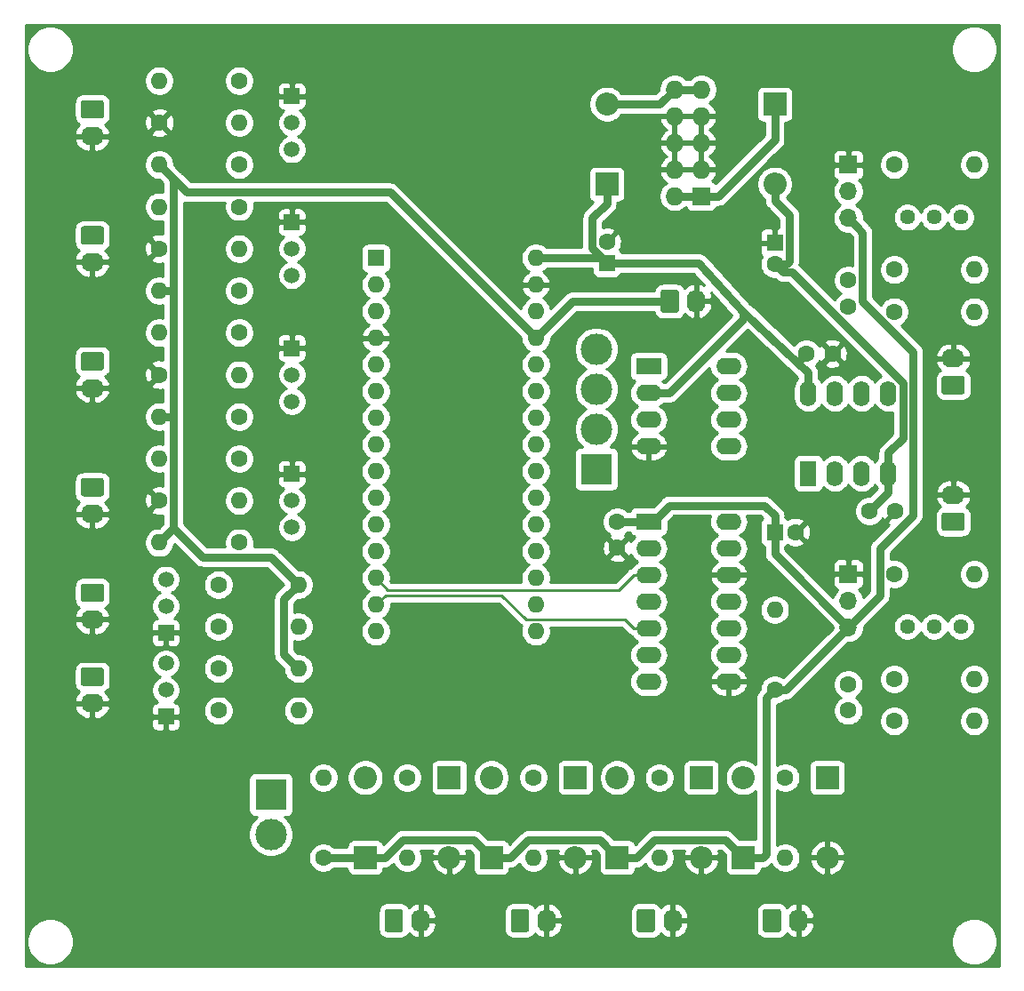
<source format=gbr>
G04 #@! TF.GenerationSoftware,KiCad,Pcbnew,5.1.5-52549c5~84~ubuntu18.04.1*
G04 #@! TF.CreationDate,2020-05-09T11:54:48-04:00*
G04 #@! TF.ProjectId,dac_ino,6461635f-696e-46f2-9e6b-696361645f70,rev?*
G04 #@! TF.SameCoordinates,Original*
G04 #@! TF.FileFunction,Copper,L2,Bot*
G04 #@! TF.FilePolarity,Positive*
%FSLAX46Y46*%
G04 Gerber Fmt 4.6, Leading zero omitted, Abs format (unit mm)*
G04 Created by KiCad (PCBNEW 5.1.5-52549c5~84~ubuntu18.04.1) date 2020-05-09 11:54:48*
%MOMM*%
%LPD*%
G04 APERTURE LIST*
%ADD10O,1.600000X1.600000*%
%ADD11R,1.600000X1.600000*%
%ADD12C,1.600000*%
%ADD13O,2.400000X1.600000*%
%ADD14R,2.400000X1.600000*%
%ADD15O,1.600000X2.400000*%
%ADD16R,1.600000X2.400000*%
%ADD17C,1.440000*%
%ADD18R,1.500000X1.500000*%
%ADD19C,1.500000*%
%ADD20O,1.740000X2.200000*%
%ADD21C,0.100000*%
%ADD22O,2.200000X1.740000*%
%ADD23R,2.999740X2.999740*%
%ADD24C,2.999740*%
%ADD25O,1.727200X1.727200*%
%ADD26R,1.727200X1.727200*%
%ADD27O,1.700000X1.700000*%
%ADD28R,1.700000X1.700000*%
%ADD29O,2.200000X2.200000*%
%ADD30R,2.200000X2.200000*%
%ADD31C,0.750000*%
%ADD32C,0.250000*%
%ADD33C,0.254000*%
G04 APERTURE END LIST*
D10*
X189240000Y-108460000D03*
X174000000Y-108460000D03*
X189240000Y-72900000D03*
X174000000Y-105920000D03*
X189240000Y-75440000D03*
X174000000Y-103380000D03*
X189240000Y-77980000D03*
X174000000Y-100840000D03*
X189240000Y-80520000D03*
X174000000Y-98300000D03*
X189240000Y-83060000D03*
X174000000Y-95760000D03*
X189240000Y-85600000D03*
X174000000Y-93220000D03*
X189240000Y-88140000D03*
X174000000Y-90680000D03*
X189240000Y-90680000D03*
X174000000Y-88140000D03*
X189240000Y-93220000D03*
X174000000Y-85600000D03*
X189240000Y-95760000D03*
X174000000Y-83060000D03*
X189240000Y-98300000D03*
X174000000Y-80520000D03*
X189240000Y-100840000D03*
X174000000Y-77980000D03*
X189240000Y-103380000D03*
X174000000Y-75440000D03*
X189240000Y-105920000D03*
D11*
X174000000Y-72900000D03*
D10*
X169000000Y-122380000D03*
D12*
X169000000Y-130000000D03*
D13*
X207620000Y-83200000D03*
X200000000Y-90820000D03*
X207620000Y-85740000D03*
X200000000Y-88280000D03*
X207620000Y-88280000D03*
X200000000Y-85740000D03*
X207620000Y-90820000D03*
D14*
X200000000Y-83200000D03*
D15*
X215200000Y-85780000D03*
X222820000Y-93400000D03*
X217740000Y-85780000D03*
X220280000Y-93400000D03*
X220280000Y-85780000D03*
X217740000Y-93400000D03*
X222820000Y-85780000D03*
D16*
X215200000Y-93400000D03*
D13*
X207620000Y-98000000D03*
X200000000Y-113240000D03*
X207620000Y-100540000D03*
X200000000Y-110700000D03*
X207620000Y-103080000D03*
X200000000Y-108160000D03*
X207620000Y-105620000D03*
X200000000Y-105620000D03*
X207620000Y-108160000D03*
X200000000Y-103080000D03*
X207620000Y-110700000D03*
X200000000Y-100540000D03*
X207620000Y-113240000D03*
D14*
X200000000Y-98000000D03*
D10*
X177000000Y-130000000D03*
D12*
X177000000Y-122380000D03*
D10*
X189000000Y-130000000D03*
D12*
X189000000Y-122380000D03*
D10*
X213000000Y-130000000D03*
D12*
X213000000Y-122380000D03*
D10*
X201000000Y-130000000D03*
D12*
X201000000Y-122380000D03*
D10*
X153380000Y-100000000D03*
D12*
X161000000Y-100000000D03*
X153380000Y-96000000D03*
D10*
X161000000Y-96000000D03*
X153380000Y-92000000D03*
D12*
X161000000Y-92000000D03*
D10*
X153380000Y-88000000D03*
D12*
X161000000Y-88000000D03*
X153380000Y-84000000D03*
D10*
X161000000Y-84000000D03*
X153380000Y-80000000D03*
D12*
X161000000Y-80000000D03*
D10*
X153380000Y-76000000D03*
D12*
X161000000Y-76000000D03*
D10*
X161000000Y-72000000D03*
D12*
X153380000Y-72000000D03*
D10*
X153380000Y-68000000D03*
D12*
X161000000Y-68000000D03*
D10*
X153380000Y-64000000D03*
D12*
X161000000Y-64000000D03*
D10*
X161000000Y-60000000D03*
D12*
X153380000Y-60000000D03*
D10*
X153380000Y-56000000D03*
D12*
X161000000Y-56000000D03*
D10*
X166620000Y-112000000D03*
D12*
X159000000Y-112000000D03*
D10*
X166620000Y-116000000D03*
D12*
X159000000Y-116000000D03*
D10*
X166620000Y-104000000D03*
D12*
X159000000Y-104000000D03*
D10*
X166620000Y-108000000D03*
D12*
X159000000Y-108000000D03*
D10*
X231000000Y-78000000D03*
D12*
X223380000Y-78000000D03*
D10*
X231000000Y-117000000D03*
D12*
X223380000Y-117000000D03*
D10*
X231000000Y-74000000D03*
D12*
X223380000Y-74000000D03*
D10*
X231000000Y-113000000D03*
D12*
X223380000Y-113000000D03*
D17*
X229720000Y-69000000D03*
X227180000Y-69000000D03*
X224640000Y-69000000D03*
X229720000Y-108000000D03*
X227180000Y-108000000D03*
X224640000Y-108000000D03*
D10*
X231000000Y-64000000D03*
D12*
X223380000Y-64000000D03*
D10*
X231000000Y-103000000D03*
D12*
X223380000Y-103000000D03*
D10*
X212000000Y-106380000D03*
D12*
X212000000Y-114000000D03*
D18*
X166000000Y-93460000D03*
D19*
X166000000Y-98540000D03*
X166000000Y-96000000D03*
D18*
X166000000Y-81460000D03*
D19*
X166000000Y-86540000D03*
X166000000Y-84000000D03*
D18*
X166000000Y-69460000D03*
D19*
X166000000Y-74540000D03*
X166000000Y-72000000D03*
D18*
X166000000Y-57460000D03*
D19*
X166000000Y-62540000D03*
X166000000Y-60000000D03*
D18*
X154000000Y-116590000D03*
D19*
X154000000Y-111510000D03*
X154000000Y-114050000D03*
D18*
X154000000Y-108590000D03*
D19*
X154000000Y-103510000D03*
X154000000Y-106050000D03*
D20*
X178270000Y-136000000D03*
G04 #@! TA.AperFunction,ComponentPad*
D21*
G36*
X176374505Y-134901204D02*
G01*
X176398773Y-134904804D01*
X176422572Y-134910765D01*
X176445671Y-134919030D01*
X176467850Y-134929520D01*
X176488893Y-134942132D01*
X176508599Y-134956747D01*
X176526777Y-134973223D01*
X176543253Y-134991401D01*
X176557868Y-135011107D01*
X176570480Y-135032150D01*
X176580970Y-135054329D01*
X176589235Y-135077428D01*
X176595196Y-135101227D01*
X176598796Y-135125495D01*
X176600000Y-135149999D01*
X176600000Y-136850001D01*
X176598796Y-136874505D01*
X176595196Y-136898773D01*
X176589235Y-136922572D01*
X176580970Y-136945671D01*
X176570480Y-136967850D01*
X176557868Y-136988893D01*
X176543253Y-137008599D01*
X176526777Y-137026777D01*
X176508599Y-137043253D01*
X176488893Y-137057868D01*
X176467850Y-137070480D01*
X176445671Y-137080970D01*
X176422572Y-137089235D01*
X176398773Y-137095196D01*
X176374505Y-137098796D01*
X176350001Y-137100000D01*
X175109999Y-137100000D01*
X175085495Y-137098796D01*
X175061227Y-137095196D01*
X175037428Y-137089235D01*
X175014329Y-137080970D01*
X174992150Y-137070480D01*
X174971107Y-137057868D01*
X174951401Y-137043253D01*
X174933223Y-137026777D01*
X174916747Y-137008599D01*
X174902132Y-136988893D01*
X174889520Y-136967850D01*
X174879030Y-136945671D01*
X174870765Y-136922572D01*
X174864804Y-136898773D01*
X174861204Y-136874505D01*
X174860000Y-136850001D01*
X174860000Y-135149999D01*
X174861204Y-135125495D01*
X174864804Y-135101227D01*
X174870765Y-135077428D01*
X174879030Y-135054329D01*
X174889520Y-135032150D01*
X174902132Y-135011107D01*
X174916747Y-134991401D01*
X174933223Y-134973223D01*
X174951401Y-134956747D01*
X174971107Y-134942132D01*
X174992150Y-134929520D01*
X175014329Y-134919030D01*
X175037428Y-134910765D01*
X175061227Y-134904804D01*
X175085495Y-134901204D01*
X175109999Y-134900000D01*
X176350001Y-134900000D01*
X176374505Y-134901204D01*
G37*
G04 #@! TD.AperFunction*
D20*
X190270000Y-136000000D03*
G04 #@! TA.AperFunction,ComponentPad*
D21*
G36*
X188374505Y-134901204D02*
G01*
X188398773Y-134904804D01*
X188422572Y-134910765D01*
X188445671Y-134919030D01*
X188467850Y-134929520D01*
X188488893Y-134942132D01*
X188508599Y-134956747D01*
X188526777Y-134973223D01*
X188543253Y-134991401D01*
X188557868Y-135011107D01*
X188570480Y-135032150D01*
X188580970Y-135054329D01*
X188589235Y-135077428D01*
X188595196Y-135101227D01*
X188598796Y-135125495D01*
X188600000Y-135149999D01*
X188600000Y-136850001D01*
X188598796Y-136874505D01*
X188595196Y-136898773D01*
X188589235Y-136922572D01*
X188580970Y-136945671D01*
X188570480Y-136967850D01*
X188557868Y-136988893D01*
X188543253Y-137008599D01*
X188526777Y-137026777D01*
X188508599Y-137043253D01*
X188488893Y-137057868D01*
X188467850Y-137070480D01*
X188445671Y-137080970D01*
X188422572Y-137089235D01*
X188398773Y-137095196D01*
X188374505Y-137098796D01*
X188350001Y-137100000D01*
X187109999Y-137100000D01*
X187085495Y-137098796D01*
X187061227Y-137095196D01*
X187037428Y-137089235D01*
X187014329Y-137080970D01*
X186992150Y-137070480D01*
X186971107Y-137057868D01*
X186951401Y-137043253D01*
X186933223Y-137026777D01*
X186916747Y-137008599D01*
X186902132Y-136988893D01*
X186889520Y-136967850D01*
X186879030Y-136945671D01*
X186870765Y-136922572D01*
X186864804Y-136898773D01*
X186861204Y-136874505D01*
X186860000Y-136850001D01*
X186860000Y-135149999D01*
X186861204Y-135125495D01*
X186864804Y-135101227D01*
X186870765Y-135077428D01*
X186879030Y-135054329D01*
X186889520Y-135032150D01*
X186902132Y-135011107D01*
X186916747Y-134991401D01*
X186933223Y-134973223D01*
X186951401Y-134956747D01*
X186971107Y-134942132D01*
X186992150Y-134929520D01*
X187014329Y-134919030D01*
X187037428Y-134910765D01*
X187061227Y-134904804D01*
X187085495Y-134901204D01*
X187109999Y-134900000D01*
X188350001Y-134900000D01*
X188374505Y-134901204D01*
G37*
G04 #@! TD.AperFunction*
D20*
X214270000Y-136000000D03*
G04 #@! TA.AperFunction,ComponentPad*
D21*
G36*
X212374505Y-134901204D02*
G01*
X212398773Y-134904804D01*
X212422572Y-134910765D01*
X212445671Y-134919030D01*
X212467850Y-134929520D01*
X212488893Y-134942132D01*
X212508599Y-134956747D01*
X212526777Y-134973223D01*
X212543253Y-134991401D01*
X212557868Y-135011107D01*
X212570480Y-135032150D01*
X212580970Y-135054329D01*
X212589235Y-135077428D01*
X212595196Y-135101227D01*
X212598796Y-135125495D01*
X212600000Y-135149999D01*
X212600000Y-136850001D01*
X212598796Y-136874505D01*
X212595196Y-136898773D01*
X212589235Y-136922572D01*
X212580970Y-136945671D01*
X212570480Y-136967850D01*
X212557868Y-136988893D01*
X212543253Y-137008599D01*
X212526777Y-137026777D01*
X212508599Y-137043253D01*
X212488893Y-137057868D01*
X212467850Y-137070480D01*
X212445671Y-137080970D01*
X212422572Y-137089235D01*
X212398773Y-137095196D01*
X212374505Y-137098796D01*
X212350001Y-137100000D01*
X211109999Y-137100000D01*
X211085495Y-137098796D01*
X211061227Y-137095196D01*
X211037428Y-137089235D01*
X211014329Y-137080970D01*
X210992150Y-137070480D01*
X210971107Y-137057868D01*
X210951401Y-137043253D01*
X210933223Y-137026777D01*
X210916747Y-137008599D01*
X210902132Y-136988893D01*
X210889520Y-136967850D01*
X210879030Y-136945671D01*
X210870765Y-136922572D01*
X210864804Y-136898773D01*
X210861204Y-136874505D01*
X210860000Y-136850001D01*
X210860000Y-135149999D01*
X210861204Y-135125495D01*
X210864804Y-135101227D01*
X210870765Y-135077428D01*
X210879030Y-135054329D01*
X210889520Y-135032150D01*
X210902132Y-135011107D01*
X210916747Y-134991401D01*
X210933223Y-134973223D01*
X210951401Y-134956747D01*
X210971107Y-134942132D01*
X210992150Y-134929520D01*
X211014329Y-134919030D01*
X211037428Y-134910765D01*
X211061227Y-134904804D01*
X211085495Y-134901204D01*
X211109999Y-134900000D01*
X212350001Y-134900000D01*
X212374505Y-134901204D01*
G37*
G04 #@! TD.AperFunction*
D20*
X202270000Y-136000000D03*
G04 #@! TA.AperFunction,ComponentPad*
D21*
G36*
X200374505Y-134901204D02*
G01*
X200398773Y-134904804D01*
X200422572Y-134910765D01*
X200445671Y-134919030D01*
X200467850Y-134929520D01*
X200488893Y-134942132D01*
X200508599Y-134956747D01*
X200526777Y-134973223D01*
X200543253Y-134991401D01*
X200557868Y-135011107D01*
X200570480Y-135032150D01*
X200580970Y-135054329D01*
X200589235Y-135077428D01*
X200595196Y-135101227D01*
X200598796Y-135125495D01*
X200600000Y-135149999D01*
X200600000Y-136850001D01*
X200598796Y-136874505D01*
X200595196Y-136898773D01*
X200589235Y-136922572D01*
X200580970Y-136945671D01*
X200570480Y-136967850D01*
X200557868Y-136988893D01*
X200543253Y-137008599D01*
X200526777Y-137026777D01*
X200508599Y-137043253D01*
X200488893Y-137057868D01*
X200467850Y-137070480D01*
X200445671Y-137080970D01*
X200422572Y-137089235D01*
X200398773Y-137095196D01*
X200374505Y-137098796D01*
X200350001Y-137100000D01*
X199109999Y-137100000D01*
X199085495Y-137098796D01*
X199061227Y-137095196D01*
X199037428Y-137089235D01*
X199014329Y-137080970D01*
X198992150Y-137070480D01*
X198971107Y-137057868D01*
X198951401Y-137043253D01*
X198933223Y-137026777D01*
X198916747Y-137008599D01*
X198902132Y-136988893D01*
X198889520Y-136967850D01*
X198879030Y-136945671D01*
X198870765Y-136922572D01*
X198864804Y-136898773D01*
X198861204Y-136874505D01*
X198860000Y-136850001D01*
X198860000Y-135149999D01*
X198861204Y-135125495D01*
X198864804Y-135101227D01*
X198870765Y-135077428D01*
X198879030Y-135054329D01*
X198889520Y-135032150D01*
X198902132Y-135011107D01*
X198916747Y-134991401D01*
X198933223Y-134973223D01*
X198951401Y-134956747D01*
X198971107Y-134942132D01*
X198992150Y-134929520D01*
X199014329Y-134919030D01*
X199037428Y-134910765D01*
X199061227Y-134904804D01*
X199085495Y-134901204D01*
X199109999Y-134900000D01*
X200350001Y-134900000D01*
X200374505Y-134901204D01*
G37*
G04 #@! TD.AperFunction*
D22*
X147000000Y-97270000D03*
G04 #@! TA.AperFunction,ComponentPad*
D21*
G36*
X147874505Y-93861204D02*
G01*
X147898773Y-93864804D01*
X147922572Y-93870765D01*
X147945671Y-93879030D01*
X147967850Y-93889520D01*
X147988893Y-93902132D01*
X148008599Y-93916747D01*
X148026777Y-93933223D01*
X148043253Y-93951401D01*
X148057868Y-93971107D01*
X148070480Y-93992150D01*
X148080970Y-94014329D01*
X148089235Y-94037428D01*
X148095196Y-94061227D01*
X148098796Y-94085495D01*
X148100000Y-94109999D01*
X148100000Y-95350001D01*
X148098796Y-95374505D01*
X148095196Y-95398773D01*
X148089235Y-95422572D01*
X148080970Y-95445671D01*
X148070480Y-95467850D01*
X148057868Y-95488893D01*
X148043253Y-95508599D01*
X148026777Y-95526777D01*
X148008599Y-95543253D01*
X147988893Y-95557868D01*
X147967850Y-95570480D01*
X147945671Y-95580970D01*
X147922572Y-95589235D01*
X147898773Y-95595196D01*
X147874505Y-95598796D01*
X147850001Y-95600000D01*
X146149999Y-95600000D01*
X146125495Y-95598796D01*
X146101227Y-95595196D01*
X146077428Y-95589235D01*
X146054329Y-95580970D01*
X146032150Y-95570480D01*
X146011107Y-95557868D01*
X145991401Y-95543253D01*
X145973223Y-95526777D01*
X145956747Y-95508599D01*
X145942132Y-95488893D01*
X145929520Y-95467850D01*
X145919030Y-95445671D01*
X145910765Y-95422572D01*
X145904804Y-95398773D01*
X145901204Y-95374505D01*
X145900000Y-95350001D01*
X145900000Y-94109999D01*
X145901204Y-94085495D01*
X145904804Y-94061227D01*
X145910765Y-94037428D01*
X145919030Y-94014329D01*
X145929520Y-93992150D01*
X145942132Y-93971107D01*
X145956747Y-93951401D01*
X145973223Y-93933223D01*
X145991401Y-93916747D01*
X146011107Y-93902132D01*
X146032150Y-93889520D01*
X146054329Y-93879030D01*
X146077428Y-93870765D01*
X146101227Y-93864804D01*
X146125495Y-93861204D01*
X146149999Y-93860000D01*
X147850001Y-93860000D01*
X147874505Y-93861204D01*
G37*
G04 #@! TD.AperFunction*
D22*
X147000000Y-85270000D03*
G04 #@! TA.AperFunction,ComponentPad*
D21*
G36*
X147874505Y-81861204D02*
G01*
X147898773Y-81864804D01*
X147922572Y-81870765D01*
X147945671Y-81879030D01*
X147967850Y-81889520D01*
X147988893Y-81902132D01*
X148008599Y-81916747D01*
X148026777Y-81933223D01*
X148043253Y-81951401D01*
X148057868Y-81971107D01*
X148070480Y-81992150D01*
X148080970Y-82014329D01*
X148089235Y-82037428D01*
X148095196Y-82061227D01*
X148098796Y-82085495D01*
X148100000Y-82109999D01*
X148100000Y-83350001D01*
X148098796Y-83374505D01*
X148095196Y-83398773D01*
X148089235Y-83422572D01*
X148080970Y-83445671D01*
X148070480Y-83467850D01*
X148057868Y-83488893D01*
X148043253Y-83508599D01*
X148026777Y-83526777D01*
X148008599Y-83543253D01*
X147988893Y-83557868D01*
X147967850Y-83570480D01*
X147945671Y-83580970D01*
X147922572Y-83589235D01*
X147898773Y-83595196D01*
X147874505Y-83598796D01*
X147850001Y-83600000D01*
X146149999Y-83600000D01*
X146125495Y-83598796D01*
X146101227Y-83595196D01*
X146077428Y-83589235D01*
X146054329Y-83580970D01*
X146032150Y-83570480D01*
X146011107Y-83557868D01*
X145991401Y-83543253D01*
X145973223Y-83526777D01*
X145956747Y-83508599D01*
X145942132Y-83488893D01*
X145929520Y-83467850D01*
X145919030Y-83445671D01*
X145910765Y-83422572D01*
X145904804Y-83398773D01*
X145901204Y-83374505D01*
X145900000Y-83350001D01*
X145900000Y-82109999D01*
X145901204Y-82085495D01*
X145904804Y-82061227D01*
X145910765Y-82037428D01*
X145919030Y-82014329D01*
X145929520Y-81992150D01*
X145942132Y-81971107D01*
X145956747Y-81951401D01*
X145973223Y-81933223D01*
X145991401Y-81916747D01*
X146011107Y-81902132D01*
X146032150Y-81889520D01*
X146054329Y-81879030D01*
X146077428Y-81870765D01*
X146101227Y-81864804D01*
X146125495Y-81861204D01*
X146149999Y-81860000D01*
X147850001Y-81860000D01*
X147874505Y-81861204D01*
G37*
G04 #@! TD.AperFunction*
D22*
X147000000Y-73270000D03*
G04 #@! TA.AperFunction,ComponentPad*
D21*
G36*
X147874505Y-69861204D02*
G01*
X147898773Y-69864804D01*
X147922572Y-69870765D01*
X147945671Y-69879030D01*
X147967850Y-69889520D01*
X147988893Y-69902132D01*
X148008599Y-69916747D01*
X148026777Y-69933223D01*
X148043253Y-69951401D01*
X148057868Y-69971107D01*
X148070480Y-69992150D01*
X148080970Y-70014329D01*
X148089235Y-70037428D01*
X148095196Y-70061227D01*
X148098796Y-70085495D01*
X148100000Y-70109999D01*
X148100000Y-71350001D01*
X148098796Y-71374505D01*
X148095196Y-71398773D01*
X148089235Y-71422572D01*
X148080970Y-71445671D01*
X148070480Y-71467850D01*
X148057868Y-71488893D01*
X148043253Y-71508599D01*
X148026777Y-71526777D01*
X148008599Y-71543253D01*
X147988893Y-71557868D01*
X147967850Y-71570480D01*
X147945671Y-71580970D01*
X147922572Y-71589235D01*
X147898773Y-71595196D01*
X147874505Y-71598796D01*
X147850001Y-71600000D01*
X146149999Y-71600000D01*
X146125495Y-71598796D01*
X146101227Y-71595196D01*
X146077428Y-71589235D01*
X146054329Y-71580970D01*
X146032150Y-71570480D01*
X146011107Y-71557868D01*
X145991401Y-71543253D01*
X145973223Y-71526777D01*
X145956747Y-71508599D01*
X145942132Y-71488893D01*
X145929520Y-71467850D01*
X145919030Y-71445671D01*
X145910765Y-71422572D01*
X145904804Y-71398773D01*
X145901204Y-71374505D01*
X145900000Y-71350001D01*
X145900000Y-70109999D01*
X145901204Y-70085495D01*
X145904804Y-70061227D01*
X145910765Y-70037428D01*
X145919030Y-70014329D01*
X145929520Y-69992150D01*
X145942132Y-69971107D01*
X145956747Y-69951401D01*
X145973223Y-69933223D01*
X145991401Y-69916747D01*
X146011107Y-69902132D01*
X146032150Y-69889520D01*
X146054329Y-69879030D01*
X146077428Y-69870765D01*
X146101227Y-69864804D01*
X146125495Y-69861204D01*
X146149999Y-69860000D01*
X147850001Y-69860000D01*
X147874505Y-69861204D01*
G37*
G04 #@! TD.AperFunction*
D22*
X147000000Y-61270000D03*
G04 #@! TA.AperFunction,ComponentPad*
D21*
G36*
X147874505Y-57861204D02*
G01*
X147898773Y-57864804D01*
X147922572Y-57870765D01*
X147945671Y-57879030D01*
X147967850Y-57889520D01*
X147988893Y-57902132D01*
X148008599Y-57916747D01*
X148026777Y-57933223D01*
X148043253Y-57951401D01*
X148057868Y-57971107D01*
X148070480Y-57992150D01*
X148080970Y-58014329D01*
X148089235Y-58037428D01*
X148095196Y-58061227D01*
X148098796Y-58085495D01*
X148100000Y-58109999D01*
X148100000Y-59350001D01*
X148098796Y-59374505D01*
X148095196Y-59398773D01*
X148089235Y-59422572D01*
X148080970Y-59445671D01*
X148070480Y-59467850D01*
X148057868Y-59488893D01*
X148043253Y-59508599D01*
X148026777Y-59526777D01*
X148008599Y-59543253D01*
X147988893Y-59557868D01*
X147967850Y-59570480D01*
X147945671Y-59580970D01*
X147922572Y-59589235D01*
X147898773Y-59595196D01*
X147874505Y-59598796D01*
X147850001Y-59600000D01*
X146149999Y-59600000D01*
X146125495Y-59598796D01*
X146101227Y-59595196D01*
X146077428Y-59589235D01*
X146054329Y-59580970D01*
X146032150Y-59570480D01*
X146011107Y-59557868D01*
X145991401Y-59543253D01*
X145973223Y-59526777D01*
X145956747Y-59508599D01*
X145942132Y-59488893D01*
X145929520Y-59467850D01*
X145919030Y-59445671D01*
X145910765Y-59422572D01*
X145904804Y-59398773D01*
X145901204Y-59374505D01*
X145900000Y-59350001D01*
X145900000Y-58109999D01*
X145901204Y-58085495D01*
X145904804Y-58061227D01*
X145910765Y-58037428D01*
X145919030Y-58014329D01*
X145929520Y-57992150D01*
X145942132Y-57971107D01*
X145956747Y-57951401D01*
X145973223Y-57933223D01*
X145991401Y-57916747D01*
X146011107Y-57902132D01*
X146032150Y-57889520D01*
X146054329Y-57879030D01*
X146077428Y-57870765D01*
X146101227Y-57864804D01*
X146125495Y-57861204D01*
X146149999Y-57860000D01*
X147850001Y-57860000D01*
X147874505Y-57861204D01*
G37*
G04 #@! TD.AperFunction*
D23*
X164000000Y-124000000D03*
D24*
X164000000Y-127810000D03*
X195000000Y-81570000D03*
X195000000Y-85380000D03*
X195000000Y-89190000D03*
D23*
X195000000Y-93000000D03*
D25*
X202460000Y-56840000D03*
X205000000Y-56840000D03*
X202460000Y-59380000D03*
X205000000Y-59380000D03*
X202460000Y-61920000D03*
X205000000Y-61920000D03*
X202460000Y-64460000D03*
X205000000Y-64460000D03*
X202460000Y-67000000D03*
D26*
X205000000Y-67000000D03*
D20*
X204540000Y-77000000D03*
G04 #@! TA.AperFunction,ComponentPad*
D21*
G36*
X202644505Y-75901204D02*
G01*
X202668773Y-75904804D01*
X202692572Y-75910765D01*
X202715671Y-75919030D01*
X202737850Y-75929520D01*
X202758893Y-75942132D01*
X202778599Y-75956747D01*
X202796777Y-75973223D01*
X202813253Y-75991401D01*
X202827868Y-76011107D01*
X202840480Y-76032150D01*
X202850970Y-76054329D01*
X202859235Y-76077428D01*
X202865196Y-76101227D01*
X202868796Y-76125495D01*
X202870000Y-76149999D01*
X202870000Y-77850001D01*
X202868796Y-77874505D01*
X202865196Y-77898773D01*
X202859235Y-77922572D01*
X202850970Y-77945671D01*
X202840480Y-77967850D01*
X202827868Y-77988893D01*
X202813253Y-78008599D01*
X202796777Y-78026777D01*
X202778599Y-78043253D01*
X202758893Y-78057868D01*
X202737850Y-78070480D01*
X202715671Y-78080970D01*
X202692572Y-78089235D01*
X202668773Y-78095196D01*
X202644505Y-78098796D01*
X202620001Y-78100000D01*
X201379999Y-78100000D01*
X201355495Y-78098796D01*
X201331227Y-78095196D01*
X201307428Y-78089235D01*
X201284329Y-78080970D01*
X201262150Y-78070480D01*
X201241107Y-78057868D01*
X201221401Y-78043253D01*
X201203223Y-78026777D01*
X201186747Y-78008599D01*
X201172132Y-77988893D01*
X201159520Y-77967850D01*
X201149030Y-77945671D01*
X201140765Y-77922572D01*
X201134804Y-77898773D01*
X201131204Y-77874505D01*
X201130000Y-77850001D01*
X201130000Y-76149999D01*
X201131204Y-76125495D01*
X201134804Y-76101227D01*
X201140765Y-76077428D01*
X201149030Y-76054329D01*
X201159520Y-76032150D01*
X201172132Y-76011107D01*
X201186747Y-75991401D01*
X201203223Y-75973223D01*
X201221401Y-75956747D01*
X201241107Y-75942132D01*
X201262150Y-75929520D01*
X201284329Y-75919030D01*
X201307428Y-75910765D01*
X201331227Y-75904804D01*
X201355495Y-75901204D01*
X201379999Y-75900000D01*
X202620001Y-75900000D01*
X202644505Y-75901204D01*
G37*
G04 #@! TD.AperFunction*
D22*
X147000000Y-115320000D03*
G04 #@! TA.AperFunction,ComponentPad*
D21*
G36*
X147874505Y-111911204D02*
G01*
X147898773Y-111914804D01*
X147922572Y-111920765D01*
X147945671Y-111929030D01*
X147967850Y-111939520D01*
X147988893Y-111952132D01*
X148008599Y-111966747D01*
X148026777Y-111983223D01*
X148043253Y-112001401D01*
X148057868Y-112021107D01*
X148070480Y-112042150D01*
X148080970Y-112064329D01*
X148089235Y-112087428D01*
X148095196Y-112111227D01*
X148098796Y-112135495D01*
X148100000Y-112159999D01*
X148100000Y-113400001D01*
X148098796Y-113424505D01*
X148095196Y-113448773D01*
X148089235Y-113472572D01*
X148080970Y-113495671D01*
X148070480Y-113517850D01*
X148057868Y-113538893D01*
X148043253Y-113558599D01*
X148026777Y-113576777D01*
X148008599Y-113593253D01*
X147988893Y-113607868D01*
X147967850Y-113620480D01*
X147945671Y-113630970D01*
X147922572Y-113639235D01*
X147898773Y-113645196D01*
X147874505Y-113648796D01*
X147850001Y-113650000D01*
X146149999Y-113650000D01*
X146125495Y-113648796D01*
X146101227Y-113645196D01*
X146077428Y-113639235D01*
X146054329Y-113630970D01*
X146032150Y-113620480D01*
X146011107Y-113607868D01*
X145991401Y-113593253D01*
X145973223Y-113576777D01*
X145956747Y-113558599D01*
X145942132Y-113538893D01*
X145929520Y-113517850D01*
X145919030Y-113495671D01*
X145910765Y-113472572D01*
X145904804Y-113448773D01*
X145901204Y-113424505D01*
X145900000Y-113400001D01*
X145900000Y-112159999D01*
X145901204Y-112135495D01*
X145904804Y-112111227D01*
X145910765Y-112087428D01*
X145919030Y-112064329D01*
X145929520Y-112042150D01*
X145942132Y-112021107D01*
X145956747Y-112001401D01*
X145973223Y-111983223D01*
X145991401Y-111966747D01*
X146011107Y-111952132D01*
X146032150Y-111939520D01*
X146054329Y-111929030D01*
X146077428Y-111920765D01*
X146101227Y-111914804D01*
X146125495Y-111911204D01*
X146149999Y-111910000D01*
X147850001Y-111910000D01*
X147874505Y-111911204D01*
G37*
G04 #@! TD.AperFunction*
D22*
X147000000Y-107320000D03*
G04 #@! TA.AperFunction,ComponentPad*
D21*
G36*
X147874505Y-103911204D02*
G01*
X147898773Y-103914804D01*
X147922572Y-103920765D01*
X147945671Y-103929030D01*
X147967850Y-103939520D01*
X147988893Y-103952132D01*
X148008599Y-103966747D01*
X148026777Y-103983223D01*
X148043253Y-104001401D01*
X148057868Y-104021107D01*
X148070480Y-104042150D01*
X148080970Y-104064329D01*
X148089235Y-104087428D01*
X148095196Y-104111227D01*
X148098796Y-104135495D01*
X148100000Y-104159999D01*
X148100000Y-105400001D01*
X148098796Y-105424505D01*
X148095196Y-105448773D01*
X148089235Y-105472572D01*
X148080970Y-105495671D01*
X148070480Y-105517850D01*
X148057868Y-105538893D01*
X148043253Y-105558599D01*
X148026777Y-105576777D01*
X148008599Y-105593253D01*
X147988893Y-105607868D01*
X147967850Y-105620480D01*
X147945671Y-105630970D01*
X147922572Y-105639235D01*
X147898773Y-105645196D01*
X147874505Y-105648796D01*
X147850001Y-105650000D01*
X146149999Y-105650000D01*
X146125495Y-105648796D01*
X146101227Y-105645196D01*
X146077428Y-105639235D01*
X146054329Y-105630970D01*
X146032150Y-105620480D01*
X146011107Y-105607868D01*
X145991401Y-105593253D01*
X145973223Y-105576777D01*
X145956747Y-105558599D01*
X145942132Y-105538893D01*
X145929520Y-105517850D01*
X145919030Y-105495671D01*
X145910765Y-105472572D01*
X145904804Y-105448773D01*
X145901204Y-105424505D01*
X145900000Y-105400001D01*
X145900000Y-104159999D01*
X145901204Y-104135495D01*
X145904804Y-104111227D01*
X145910765Y-104087428D01*
X145919030Y-104064329D01*
X145929520Y-104042150D01*
X145942132Y-104021107D01*
X145956747Y-104001401D01*
X145973223Y-103983223D01*
X145991401Y-103966747D01*
X146011107Y-103952132D01*
X146032150Y-103939520D01*
X146054329Y-103929030D01*
X146077428Y-103920765D01*
X146101227Y-103914804D01*
X146125495Y-103911204D01*
X146149999Y-103910000D01*
X147850001Y-103910000D01*
X147874505Y-103911204D01*
G37*
G04 #@! TD.AperFunction*
D22*
X229000000Y-82460000D03*
G04 #@! TA.AperFunction,ComponentPad*
D21*
G36*
X229874505Y-84131204D02*
G01*
X229898773Y-84134804D01*
X229922572Y-84140765D01*
X229945671Y-84149030D01*
X229967850Y-84159520D01*
X229988893Y-84172132D01*
X230008599Y-84186747D01*
X230026777Y-84203223D01*
X230043253Y-84221401D01*
X230057868Y-84241107D01*
X230070480Y-84262150D01*
X230080970Y-84284329D01*
X230089235Y-84307428D01*
X230095196Y-84331227D01*
X230098796Y-84355495D01*
X230100000Y-84379999D01*
X230100000Y-85620001D01*
X230098796Y-85644505D01*
X230095196Y-85668773D01*
X230089235Y-85692572D01*
X230080970Y-85715671D01*
X230070480Y-85737850D01*
X230057868Y-85758893D01*
X230043253Y-85778599D01*
X230026777Y-85796777D01*
X230008599Y-85813253D01*
X229988893Y-85827868D01*
X229967850Y-85840480D01*
X229945671Y-85850970D01*
X229922572Y-85859235D01*
X229898773Y-85865196D01*
X229874505Y-85868796D01*
X229850001Y-85870000D01*
X228149999Y-85870000D01*
X228125495Y-85868796D01*
X228101227Y-85865196D01*
X228077428Y-85859235D01*
X228054329Y-85850970D01*
X228032150Y-85840480D01*
X228011107Y-85827868D01*
X227991401Y-85813253D01*
X227973223Y-85796777D01*
X227956747Y-85778599D01*
X227942132Y-85758893D01*
X227929520Y-85737850D01*
X227919030Y-85715671D01*
X227910765Y-85692572D01*
X227904804Y-85668773D01*
X227901204Y-85644505D01*
X227900000Y-85620001D01*
X227900000Y-84379999D01*
X227901204Y-84355495D01*
X227904804Y-84331227D01*
X227910765Y-84307428D01*
X227919030Y-84284329D01*
X227929520Y-84262150D01*
X227942132Y-84241107D01*
X227956747Y-84221401D01*
X227973223Y-84203223D01*
X227991401Y-84186747D01*
X228011107Y-84172132D01*
X228032150Y-84159520D01*
X228054329Y-84149030D01*
X228077428Y-84140765D01*
X228101227Y-84134804D01*
X228125495Y-84131204D01*
X228149999Y-84130000D01*
X229850001Y-84130000D01*
X229874505Y-84131204D01*
G37*
G04 #@! TD.AperFunction*
D22*
X229000000Y-95460000D03*
G04 #@! TA.AperFunction,ComponentPad*
D21*
G36*
X229874505Y-97131204D02*
G01*
X229898773Y-97134804D01*
X229922572Y-97140765D01*
X229945671Y-97149030D01*
X229967850Y-97159520D01*
X229988893Y-97172132D01*
X230008599Y-97186747D01*
X230026777Y-97203223D01*
X230043253Y-97221401D01*
X230057868Y-97241107D01*
X230070480Y-97262150D01*
X230080970Y-97284329D01*
X230089235Y-97307428D01*
X230095196Y-97331227D01*
X230098796Y-97355495D01*
X230100000Y-97379999D01*
X230100000Y-98620001D01*
X230098796Y-98644505D01*
X230095196Y-98668773D01*
X230089235Y-98692572D01*
X230080970Y-98715671D01*
X230070480Y-98737850D01*
X230057868Y-98758893D01*
X230043253Y-98778599D01*
X230026777Y-98796777D01*
X230008599Y-98813253D01*
X229988893Y-98827868D01*
X229967850Y-98840480D01*
X229945671Y-98850970D01*
X229922572Y-98859235D01*
X229898773Y-98865196D01*
X229874505Y-98868796D01*
X229850001Y-98870000D01*
X228149999Y-98870000D01*
X228125495Y-98868796D01*
X228101227Y-98865196D01*
X228077428Y-98859235D01*
X228054329Y-98850970D01*
X228032150Y-98840480D01*
X228011107Y-98827868D01*
X227991401Y-98813253D01*
X227973223Y-98796777D01*
X227956747Y-98778599D01*
X227942132Y-98758893D01*
X227929520Y-98737850D01*
X227919030Y-98715671D01*
X227910765Y-98692572D01*
X227904804Y-98668773D01*
X227901204Y-98644505D01*
X227900000Y-98620001D01*
X227900000Y-97379999D01*
X227901204Y-97355495D01*
X227904804Y-97331227D01*
X227910765Y-97307428D01*
X227919030Y-97284329D01*
X227929520Y-97262150D01*
X227942132Y-97241107D01*
X227956747Y-97221401D01*
X227973223Y-97203223D01*
X227991401Y-97186747D01*
X228011107Y-97172132D01*
X228032150Y-97159520D01*
X228054329Y-97149030D01*
X228077428Y-97140765D01*
X228101227Y-97134804D01*
X228125495Y-97131204D01*
X228149999Y-97130000D01*
X229850001Y-97130000D01*
X229874505Y-97131204D01*
G37*
G04 #@! TD.AperFunction*
D27*
X219000000Y-69080000D03*
X219000000Y-66540000D03*
D28*
X219000000Y-64000000D03*
D27*
X219000000Y-108080000D03*
X219000000Y-105540000D03*
D28*
X219000000Y-103000000D03*
D29*
X181000000Y-130000000D03*
D30*
X181000000Y-122380000D03*
D29*
X173000000Y-122380000D03*
D30*
X173000000Y-130000000D03*
D29*
X193000000Y-130000000D03*
D30*
X193000000Y-122380000D03*
D29*
X185000000Y-122380000D03*
D30*
X185000000Y-130000000D03*
D29*
X217000000Y-130000000D03*
D30*
X217000000Y-122380000D03*
D29*
X209000000Y-122380000D03*
D30*
X209000000Y-130000000D03*
D29*
X205000000Y-130000000D03*
D30*
X205000000Y-122380000D03*
D29*
X197000000Y-122380000D03*
D30*
X197000000Y-130000000D03*
D29*
X212000000Y-65855000D03*
D30*
X212000000Y-58235000D03*
D29*
X196000000Y-58235000D03*
D30*
X196000000Y-65855000D03*
D12*
X212000000Y-73440000D03*
D11*
X212000000Y-71440000D03*
D12*
X196000000Y-71350225D03*
D11*
X196000000Y-73350225D03*
D12*
X219000000Y-75000000D03*
X219000000Y-77500000D03*
X219000000Y-113500000D03*
X219000000Y-116000000D03*
X221000000Y-97000000D03*
X223500000Y-97000000D03*
X217500000Y-82000000D03*
X215000000Y-82000000D03*
X197000000Y-100500000D03*
X197000000Y-98000000D03*
X214000000Y-99000000D03*
D11*
X212000000Y-99000000D03*
D31*
X192760000Y-77000000D02*
X202000000Y-77000000D01*
X189240000Y-80520000D02*
X192760000Y-77000000D01*
X154755001Y-65375001D02*
X154179999Y-64799999D01*
X154755001Y-98624999D02*
X153380000Y-100000000D01*
X154755001Y-65375001D02*
X154755001Y-98624999D01*
X153380000Y-88000000D02*
X154511370Y-88000000D01*
X153380000Y-76000000D02*
X154511370Y-76000000D01*
X163995001Y-101375001D02*
X165820001Y-103200001D01*
X165820001Y-103200001D02*
X166620000Y-104000000D01*
X157505003Y-101375001D02*
X163995001Y-101375001D01*
X154755001Y-98624999D02*
X157505003Y-101375001D01*
X212000000Y-97450000D02*
X212000000Y-99000000D01*
X211000000Y-96450000D02*
X212000000Y-97450000D01*
X201950000Y-96450000D02*
X211000000Y-96450000D01*
X200400000Y-98000000D02*
X201950000Y-96450000D01*
X200000000Y-98000000D02*
X200400000Y-98000000D01*
X212000000Y-101080000D02*
X219000000Y-108080000D01*
X212000000Y-99000000D02*
X212000000Y-101080000D01*
X213080000Y-114000000D02*
X212000000Y-114000000D01*
X219000000Y-108080000D02*
X213080000Y-114000000D01*
X186850000Y-130000000D02*
X185000000Y-130000000D01*
X188525001Y-128324999D02*
X186850000Y-130000000D01*
X195324999Y-128324999D02*
X188525001Y-128324999D01*
X197000000Y-130000000D02*
X195324999Y-128324999D01*
X174850000Y-130000000D02*
X173000000Y-130000000D01*
X176525001Y-128324999D02*
X174850000Y-130000000D01*
X183324999Y-128324999D02*
X176525001Y-128324999D01*
X185000000Y-130000000D02*
X183324999Y-128324999D01*
X200000000Y-98000000D02*
X197000000Y-98000000D01*
X200525001Y-128324999D02*
X207324999Y-128324999D01*
X198850000Y-130000000D02*
X200525001Y-128324999D01*
X207324999Y-128324999D02*
X209000000Y-130000000D01*
X197000000Y-130000000D02*
X198850000Y-130000000D01*
X211200001Y-129649999D02*
X210850000Y-130000000D01*
X210850000Y-130000000D02*
X209000000Y-130000000D01*
X211200001Y-114799999D02*
X211200001Y-129649999D01*
X212000000Y-114000000D02*
X211200001Y-114799999D01*
X165820001Y-111200001D02*
X166620000Y-112000000D01*
X165244999Y-110624999D02*
X165820001Y-111200001D01*
X165244999Y-105375001D02*
X165244999Y-110624999D01*
X166620000Y-104000000D02*
X165244999Y-105375001D01*
X173000000Y-130000000D02*
X169000000Y-130000000D01*
X154179999Y-64799999D02*
X153380000Y-64000000D01*
X156004999Y-66624999D02*
X154179999Y-64799999D01*
X175344999Y-66624999D02*
X156004999Y-66624999D01*
X189240000Y-80520000D02*
X175344999Y-66624999D01*
X219849999Y-69929999D02*
X219000000Y-69080000D01*
X220375001Y-70455001D02*
X219849999Y-69929999D01*
X220375001Y-77030003D02*
X220375001Y-70455001D01*
X225145020Y-81800022D02*
X220375001Y-77030003D01*
X225145020Y-97389982D02*
X225145020Y-81800022D01*
X222004999Y-100530003D02*
X225145020Y-97389982D01*
X222004999Y-105075001D02*
X222004999Y-100530003D01*
X219000000Y-108080000D02*
X222004999Y-105075001D01*
D32*
X188334999Y-107334999D02*
X197724999Y-107334999D01*
X198550000Y-108160000D02*
X200000000Y-108160000D01*
X186000000Y-105000000D02*
X188334999Y-107334999D01*
X197724999Y-107334999D02*
X198550000Y-108160000D01*
X174000000Y-105920000D02*
X174920000Y-105000000D01*
X174920000Y-105000000D02*
X186000000Y-105000000D01*
X198550000Y-103080000D02*
X200000000Y-103080000D01*
X197124999Y-104505001D02*
X198550000Y-103080000D01*
X175125001Y-104505001D02*
X197124999Y-104505001D01*
X174000000Y-103380000D02*
X175125001Y-104505001D01*
D31*
X195549775Y-72900000D02*
X196000000Y-73350225D01*
X189240000Y-72900000D02*
X195549775Y-72900000D01*
X196000000Y-67705000D02*
X196000000Y-65855000D01*
X194624999Y-71975224D02*
X194624999Y-69080001D01*
X194624999Y-69080001D02*
X196000000Y-67705000D01*
X196000000Y-73350225D02*
X194624999Y-71975224D01*
X215200000Y-83830000D02*
X215200000Y-85780000D01*
X196000000Y-73350225D02*
X204720225Y-73350225D01*
X201950000Y-85740000D02*
X209000000Y-78690000D01*
X209000000Y-78690000D02*
X209000000Y-78000000D01*
X200000000Y-85740000D02*
X201950000Y-85740000D01*
X204720225Y-73350225D02*
X209000000Y-78000000D01*
X215000000Y-82000000D02*
X214153782Y-82846218D01*
X209000000Y-78000000D02*
X214153782Y-82846218D01*
X214153782Y-82846218D02*
X215200000Y-83830000D01*
X213131370Y-73440000D02*
X212000000Y-73440000D01*
X213375001Y-73196369D02*
X213131370Y-73440000D01*
X213375001Y-68785635D02*
X213375001Y-73196369D01*
X212000000Y-67410634D02*
X213375001Y-68785635D01*
X212000000Y-65855000D02*
X212000000Y-67410634D01*
X222820000Y-95180000D02*
X221000000Y-97000000D01*
X222820000Y-93400000D02*
X222820000Y-95180000D01*
X212799999Y-74239999D02*
X213624556Y-74239999D01*
X212000000Y-73440000D02*
X212799999Y-74239999D01*
X222820000Y-91450000D02*
X222820000Y-93400000D01*
X213624556Y-74239999D02*
X224195010Y-84810453D01*
X224195010Y-84810453D02*
X224195010Y-90074990D01*
X224195010Y-90074990D02*
X222820000Y-91450000D01*
X201065000Y-58235000D02*
X202460000Y-56840000D01*
X196000000Y-58235000D02*
X201065000Y-58235000D01*
X202460000Y-56840000D02*
X205000000Y-56840000D01*
X202460000Y-67000000D02*
X205000000Y-67000000D01*
X212000000Y-60085000D02*
X212000000Y-58235000D01*
X212000000Y-61613600D02*
X212000000Y-60085000D01*
X206613600Y-67000000D02*
X212000000Y-61613600D01*
X205000000Y-67000000D02*
X206613600Y-67000000D01*
D33*
G36*
X233340001Y-140340000D02*
G01*
X140660000Y-140340000D01*
X140660000Y-137779872D01*
X140765000Y-137779872D01*
X140765000Y-138220128D01*
X140850890Y-138651925D01*
X141019369Y-139058669D01*
X141263962Y-139424729D01*
X141575271Y-139736038D01*
X141941331Y-139980631D01*
X142348075Y-140149110D01*
X142779872Y-140235000D01*
X143220128Y-140235000D01*
X143651925Y-140149110D01*
X144058669Y-139980631D01*
X144424729Y-139736038D01*
X144736038Y-139424729D01*
X144980631Y-139058669D01*
X145149110Y-138651925D01*
X145235000Y-138220128D01*
X145235000Y-137779872D01*
X228765000Y-137779872D01*
X228765000Y-138220128D01*
X228850890Y-138651925D01*
X229019369Y-139058669D01*
X229263962Y-139424729D01*
X229575271Y-139736038D01*
X229941331Y-139980631D01*
X230348075Y-140149110D01*
X230779872Y-140235000D01*
X231220128Y-140235000D01*
X231651925Y-140149110D01*
X232058669Y-139980631D01*
X232424729Y-139736038D01*
X232736038Y-139424729D01*
X232980631Y-139058669D01*
X233149110Y-138651925D01*
X233235000Y-138220128D01*
X233235000Y-137779872D01*
X233149110Y-137348075D01*
X232980631Y-136941331D01*
X232736038Y-136575271D01*
X232424729Y-136263962D01*
X232058669Y-136019369D01*
X231651925Y-135850890D01*
X231220128Y-135765000D01*
X230779872Y-135765000D01*
X230348075Y-135850890D01*
X229941331Y-136019369D01*
X229575271Y-136263962D01*
X229263962Y-136575271D01*
X229019369Y-136941331D01*
X228850890Y-137348075D01*
X228765000Y-137779872D01*
X145235000Y-137779872D01*
X145149110Y-137348075D01*
X144980631Y-136941331D01*
X144736038Y-136575271D01*
X144424729Y-136263962D01*
X144058669Y-136019369D01*
X143651925Y-135850890D01*
X143220128Y-135765000D01*
X142779872Y-135765000D01*
X142348075Y-135850890D01*
X141941331Y-136019369D01*
X141575271Y-136263962D01*
X141263962Y-136575271D01*
X141019369Y-136941331D01*
X140850890Y-137348075D01*
X140765000Y-137779872D01*
X140660000Y-137779872D01*
X140660000Y-135149999D01*
X174221928Y-135149999D01*
X174221928Y-136850001D01*
X174238992Y-137023255D01*
X174289528Y-137189851D01*
X174371595Y-137343387D01*
X174482038Y-137477962D01*
X174616613Y-137588405D01*
X174770149Y-137670472D01*
X174936745Y-137721008D01*
X175109999Y-137738072D01*
X176350001Y-137738072D01*
X176523255Y-137721008D01*
X176689851Y-137670472D01*
X176843387Y-137588405D01*
X176977962Y-137477962D01*
X177088405Y-137343387D01*
X177146507Y-137234686D01*
X177299506Y-137390536D01*
X177544563Y-137557571D01*
X177817498Y-137673588D01*
X177909969Y-137691302D01*
X178143000Y-137570246D01*
X178143000Y-136127000D01*
X178397000Y-136127000D01*
X178397000Y-137570246D01*
X178630031Y-137691302D01*
X178722502Y-137673588D01*
X178995437Y-137557571D01*
X179240494Y-137390536D01*
X179448256Y-137178903D01*
X179610738Y-136930804D01*
X179721696Y-136655773D01*
X179776866Y-136364380D01*
X179620586Y-136127000D01*
X178397000Y-136127000D01*
X178143000Y-136127000D01*
X178123000Y-136127000D01*
X178123000Y-135873000D01*
X178143000Y-135873000D01*
X178143000Y-134429754D01*
X178397000Y-134429754D01*
X178397000Y-135873000D01*
X179620586Y-135873000D01*
X179776866Y-135635620D01*
X179721696Y-135344227D01*
X179643338Y-135149999D01*
X186221928Y-135149999D01*
X186221928Y-136850001D01*
X186238992Y-137023255D01*
X186289528Y-137189851D01*
X186371595Y-137343387D01*
X186482038Y-137477962D01*
X186616613Y-137588405D01*
X186770149Y-137670472D01*
X186936745Y-137721008D01*
X187109999Y-137738072D01*
X188350001Y-137738072D01*
X188523255Y-137721008D01*
X188689851Y-137670472D01*
X188843387Y-137588405D01*
X188977962Y-137477962D01*
X189088405Y-137343387D01*
X189146507Y-137234686D01*
X189299506Y-137390536D01*
X189544563Y-137557571D01*
X189817498Y-137673588D01*
X189909969Y-137691302D01*
X190143000Y-137570246D01*
X190143000Y-136127000D01*
X190397000Y-136127000D01*
X190397000Y-137570246D01*
X190630031Y-137691302D01*
X190722502Y-137673588D01*
X190995437Y-137557571D01*
X191240494Y-137390536D01*
X191448256Y-137178903D01*
X191610738Y-136930804D01*
X191721696Y-136655773D01*
X191776866Y-136364380D01*
X191620586Y-136127000D01*
X190397000Y-136127000D01*
X190143000Y-136127000D01*
X190123000Y-136127000D01*
X190123000Y-135873000D01*
X190143000Y-135873000D01*
X190143000Y-134429754D01*
X190397000Y-134429754D01*
X190397000Y-135873000D01*
X191620586Y-135873000D01*
X191776866Y-135635620D01*
X191721696Y-135344227D01*
X191643338Y-135149999D01*
X198221928Y-135149999D01*
X198221928Y-136850001D01*
X198238992Y-137023255D01*
X198289528Y-137189851D01*
X198371595Y-137343387D01*
X198482038Y-137477962D01*
X198616613Y-137588405D01*
X198770149Y-137670472D01*
X198936745Y-137721008D01*
X199109999Y-137738072D01*
X200350001Y-137738072D01*
X200523255Y-137721008D01*
X200689851Y-137670472D01*
X200843387Y-137588405D01*
X200977962Y-137477962D01*
X201088405Y-137343387D01*
X201146507Y-137234686D01*
X201299506Y-137390536D01*
X201544563Y-137557571D01*
X201817498Y-137673588D01*
X201909969Y-137691302D01*
X202143000Y-137570246D01*
X202143000Y-136127000D01*
X202397000Y-136127000D01*
X202397000Y-137570246D01*
X202630031Y-137691302D01*
X202722502Y-137673588D01*
X202995437Y-137557571D01*
X203240494Y-137390536D01*
X203448256Y-137178903D01*
X203610738Y-136930804D01*
X203721696Y-136655773D01*
X203776866Y-136364380D01*
X203620586Y-136127000D01*
X202397000Y-136127000D01*
X202143000Y-136127000D01*
X202123000Y-136127000D01*
X202123000Y-135873000D01*
X202143000Y-135873000D01*
X202143000Y-134429754D01*
X202397000Y-134429754D01*
X202397000Y-135873000D01*
X203620586Y-135873000D01*
X203776866Y-135635620D01*
X203721696Y-135344227D01*
X203643338Y-135149999D01*
X210221928Y-135149999D01*
X210221928Y-136850001D01*
X210238992Y-137023255D01*
X210289528Y-137189851D01*
X210371595Y-137343387D01*
X210482038Y-137477962D01*
X210616613Y-137588405D01*
X210770149Y-137670472D01*
X210936745Y-137721008D01*
X211109999Y-137738072D01*
X212350001Y-137738072D01*
X212523255Y-137721008D01*
X212689851Y-137670472D01*
X212843387Y-137588405D01*
X212977962Y-137477962D01*
X213088405Y-137343387D01*
X213146507Y-137234686D01*
X213299506Y-137390536D01*
X213544563Y-137557571D01*
X213817498Y-137673588D01*
X213909969Y-137691302D01*
X214143000Y-137570246D01*
X214143000Y-136127000D01*
X214397000Y-136127000D01*
X214397000Y-137570246D01*
X214630031Y-137691302D01*
X214722502Y-137673588D01*
X214995437Y-137557571D01*
X215240494Y-137390536D01*
X215448256Y-137178903D01*
X215610738Y-136930804D01*
X215721696Y-136655773D01*
X215776866Y-136364380D01*
X215620586Y-136127000D01*
X214397000Y-136127000D01*
X214143000Y-136127000D01*
X214123000Y-136127000D01*
X214123000Y-135873000D01*
X214143000Y-135873000D01*
X214143000Y-134429754D01*
X214397000Y-134429754D01*
X214397000Y-135873000D01*
X215620586Y-135873000D01*
X215776866Y-135635620D01*
X215721696Y-135344227D01*
X215610738Y-135069196D01*
X215448256Y-134821097D01*
X215240494Y-134609464D01*
X214995437Y-134442429D01*
X214722502Y-134326412D01*
X214630031Y-134308698D01*
X214397000Y-134429754D01*
X214143000Y-134429754D01*
X213909969Y-134308698D01*
X213817498Y-134326412D01*
X213544563Y-134442429D01*
X213299506Y-134609464D01*
X213146507Y-134765314D01*
X213088405Y-134656613D01*
X212977962Y-134522038D01*
X212843387Y-134411595D01*
X212689851Y-134329528D01*
X212523255Y-134278992D01*
X212350001Y-134261928D01*
X211109999Y-134261928D01*
X210936745Y-134278992D01*
X210770149Y-134329528D01*
X210616613Y-134411595D01*
X210482038Y-134522038D01*
X210371595Y-134656613D01*
X210289528Y-134810149D01*
X210238992Y-134976745D01*
X210221928Y-135149999D01*
X203643338Y-135149999D01*
X203610738Y-135069196D01*
X203448256Y-134821097D01*
X203240494Y-134609464D01*
X202995437Y-134442429D01*
X202722502Y-134326412D01*
X202630031Y-134308698D01*
X202397000Y-134429754D01*
X202143000Y-134429754D01*
X201909969Y-134308698D01*
X201817498Y-134326412D01*
X201544563Y-134442429D01*
X201299506Y-134609464D01*
X201146507Y-134765314D01*
X201088405Y-134656613D01*
X200977962Y-134522038D01*
X200843387Y-134411595D01*
X200689851Y-134329528D01*
X200523255Y-134278992D01*
X200350001Y-134261928D01*
X199109999Y-134261928D01*
X198936745Y-134278992D01*
X198770149Y-134329528D01*
X198616613Y-134411595D01*
X198482038Y-134522038D01*
X198371595Y-134656613D01*
X198289528Y-134810149D01*
X198238992Y-134976745D01*
X198221928Y-135149999D01*
X191643338Y-135149999D01*
X191610738Y-135069196D01*
X191448256Y-134821097D01*
X191240494Y-134609464D01*
X190995437Y-134442429D01*
X190722502Y-134326412D01*
X190630031Y-134308698D01*
X190397000Y-134429754D01*
X190143000Y-134429754D01*
X189909969Y-134308698D01*
X189817498Y-134326412D01*
X189544563Y-134442429D01*
X189299506Y-134609464D01*
X189146507Y-134765314D01*
X189088405Y-134656613D01*
X188977962Y-134522038D01*
X188843387Y-134411595D01*
X188689851Y-134329528D01*
X188523255Y-134278992D01*
X188350001Y-134261928D01*
X187109999Y-134261928D01*
X186936745Y-134278992D01*
X186770149Y-134329528D01*
X186616613Y-134411595D01*
X186482038Y-134522038D01*
X186371595Y-134656613D01*
X186289528Y-134810149D01*
X186238992Y-134976745D01*
X186221928Y-135149999D01*
X179643338Y-135149999D01*
X179610738Y-135069196D01*
X179448256Y-134821097D01*
X179240494Y-134609464D01*
X178995437Y-134442429D01*
X178722502Y-134326412D01*
X178630031Y-134308698D01*
X178397000Y-134429754D01*
X178143000Y-134429754D01*
X177909969Y-134308698D01*
X177817498Y-134326412D01*
X177544563Y-134442429D01*
X177299506Y-134609464D01*
X177146507Y-134765314D01*
X177088405Y-134656613D01*
X176977962Y-134522038D01*
X176843387Y-134411595D01*
X176689851Y-134329528D01*
X176523255Y-134278992D01*
X176350001Y-134261928D01*
X175109999Y-134261928D01*
X174936745Y-134278992D01*
X174770149Y-134329528D01*
X174616613Y-134411595D01*
X174482038Y-134522038D01*
X174371595Y-134656613D01*
X174289528Y-134810149D01*
X174238992Y-134976745D01*
X174221928Y-135149999D01*
X140660000Y-135149999D01*
X140660000Y-122500130D01*
X161862058Y-122500130D01*
X161862058Y-125499870D01*
X161874318Y-125624352D01*
X161910628Y-125744050D01*
X161969593Y-125854364D01*
X162048945Y-125951055D01*
X162145636Y-126030407D01*
X162255950Y-126089372D01*
X162375648Y-126125682D01*
X162500130Y-126137942D01*
X162659747Y-126137942D01*
X162639100Y-126151738D01*
X162341738Y-126449100D01*
X162108103Y-126798760D01*
X161947172Y-127187281D01*
X161865130Y-127599734D01*
X161865130Y-128020266D01*
X161947172Y-128432719D01*
X162108103Y-128821240D01*
X162341738Y-129170900D01*
X162639100Y-129468262D01*
X162988760Y-129701897D01*
X163377281Y-129862828D01*
X163789734Y-129944870D01*
X164210266Y-129944870D01*
X164622719Y-129862828D01*
X165011240Y-129701897D01*
X165360900Y-129468262D01*
X165658262Y-129170900D01*
X165891897Y-128821240D01*
X166052828Y-128432719D01*
X166134870Y-128020266D01*
X166134870Y-127599734D01*
X166052828Y-127187281D01*
X165891897Y-126798760D01*
X165658262Y-126449100D01*
X165360900Y-126151738D01*
X165340253Y-126137942D01*
X165499870Y-126137942D01*
X165624352Y-126125682D01*
X165744050Y-126089372D01*
X165854364Y-126030407D01*
X165951055Y-125951055D01*
X166030407Y-125854364D01*
X166089372Y-125744050D01*
X166125682Y-125624352D01*
X166137942Y-125499870D01*
X166137942Y-122500130D01*
X166125682Y-122375648D01*
X166089372Y-122255950D01*
X166080133Y-122238665D01*
X167565000Y-122238665D01*
X167565000Y-122521335D01*
X167620147Y-122798574D01*
X167728320Y-123059727D01*
X167885363Y-123294759D01*
X168085241Y-123494637D01*
X168320273Y-123651680D01*
X168581426Y-123759853D01*
X168858665Y-123815000D01*
X169141335Y-123815000D01*
X169418574Y-123759853D01*
X169679727Y-123651680D01*
X169914759Y-123494637D01*
X170114637Y-123294759D01*
X170271680Y-123059727D01*
X170379853Y-122798574D01*
X170435000Y-122521335D01*
X170435000Y-122238665D01*
X170429123Y-122209117D01*
X171265000Y-122209117D01*
X171265000Y-122550883D01*
X171331675Y-122886081D01*
X171462463Y-123201831D01*
X171652337Y-123485998D01*
X171894002Y-123727663D01*
X172178169Y-123917537D01*
X172493919Y-124048325D01*
X172829117Y-124115000D01*
X173170883Y-124115000D01*
X173506081Y-124048325D01*
X173821831Y-123917537D01*
X174105998Y-123727663D01*
X174347663Y-123485998D01*
X174537537Y-123201831D01*
X174668325Y-122886081D01*
X174735000Y-122550883D01*
X174735000Y-122238665D01*
X175565000Y-122238665D01*
X175565000Y-122521335D01*
X175620147Y-122798574D01*
X175728320Y-123059727D01*
X175885363Y-123294759D01*
X176085241Y-123494637D01*
X176320273Y-123651680D01*
X176581426Y-123759853D01*
X176858665Y-123815000D01*
X177141335Y-123815000D01*
X177418574Y-123759853D01*
X177679727Y-123651680D01*
X177914759Y-123494637D01*
X178114637Y-123294759D01*
X178271680Y-123059727D01*
X178379853Y-122798574D01*
X178435000Y-122521335D01*
X178435000Y-122238665D01*
X178379853Y-121961426D01*
X178271680Y-121700273D01*
X178114637Y-121465241D01*
X177929396Y-121280000D01*
X179261928Y-121280000D01*
X179261928Y-123480000D01*
X179274188Y-123604482D01*
X179310498Y-123724180D01*
X179369463Y-123834494D01*
X179448815Y-123931185D01*
X179545506Y-124010537D01*
X179655820Y-124069502D01*
X179775518Y-124105812D01*
X179900000Y-124118072D01*
X182100000Y-124118072D01*
X182224482Y-124105812D01*
X182344180Y-124069502D01*
X182454494Y-124010537D01*
X182551185Y-123931185D01*
X182630537Y-123834494D01*
X182689502Y-123724180D01*
X182725812Y-123604482D01*
X182738072Y-123480000D01*
X182738072Y-122209117D01*
X183265000Y-122209117D01*
X183265000Y-122550883D01*
X183331675Y-122886081D01*
X183462463Y-123201831D01*
X183652337Y-123485998D01*
X183894002Y-123727663D01*
X184178169Y-123917537D01*
X184493919Y-124048325D01*
X184829117Y-124115000D01*
X185170883Y-124115000D01*
X185506081Y-124048325D01*
X185821831Y-123917537D01*
X186105998Y-123727663D01*
X186347663Y-123485998D01*
X186537537Y-123201831D01*
X186668325Y-122886081D01*
X186735000Y-122550883D01*
X186735000Y-122238665D01*
X187565000Y-122238665D01*
X187565000Y-122521335D01*
X187620147Y-122798574D01*
X187728320Y-123059727D01*
X187885363Y-123294759D01*
X188085241Y-123494637D01*
X188320273Y-123651680D01*
X188581426Y-123759853D01*
X188858665Y-123815000D01*
X189141335Y-123815000D01*
X189418574Y-123759853D01*
X189679727Y-123651680D01*
X189914759Y-123494637D01*
X190114637Y-123294759D01*
X190271680Y-123059727D01*
X190379853Y-122798574D01*
X190435000Y-122521335D01*
X190435000Y-122238665D01*
X190379853Y-121961426D01*
X190271680Y-121700273D01*
X190114637Y-121465241D01*
X189929396Y-121280000D01*
X191261928Y-121280000D01*
X191261928Y-123480000D01*
X191274188Y-123604482D01*
X191310498Y-123724180D01*
X191369463Y-123834494D01*
X191448815Y-123931185D01*
X191545506Y-124010537D01*
X191655820Y-124069502D01*
X191775518Y-124105812D01*
X191900000Y-124118072D01*
X194100000Y-124118072D01*
X194224482Y-124105812D01*
X194344180Y-124069502D01*
X194454494Y-124010537D01*
X194551185Y-123931185D01*
X194630537Y-123834494D01*
X194689502Y-123724180D01*
X194725812Y-123604482D01*
X194738072Y-123480000D01*
X194738072Y-122209117D01*
X195265000Y-122209117D01*
X195265000Y-122550883D01*
X195331675Y-122886081D01*
X195462463Y-123201831D01*
X195652337Y-123485998D01*
X195894002Y-123727663D01*
X196178169Y-123917537D01*
X196493919Y-124048325D01*
X196829117Y-124115000D01*
X197170883Y-124115000D01*
X197506081Y-124048325D01*
X197821831Y-123917537D01*
X198105998Y-123727663D01*
X198347663Y-123485998D01*
X198537537Y-123201831D01*
X198668325Y-122886081D01*
X198735000Y-122550883D01*
X198735000Y-122238665D01*
X199565000Y-122238665D01*
X199565000Y-122521335D01*
X199620147Y-122798574D01*
X199728320Y-123059727D01*
X199885363Y-123294759D01*
X200085241Y-123494637D01*
X200320273Y-123651680D01*
X200581426Y-123759853D01*
X200858665Y-123815000D01*
X201141335Y-123815000D01*
X201418574Y-123759853D01*
X201679727Y-123651680D01*
X201914759Y-123494637D01*
X202114637Y-123294759D01*
X202271680Y-123059727D01*
X202379853Y-122798574D01*
X202435000Y-122521335D01*
X202435000Y-122238665D01*
X202379853Y-121961426D01*
X202271680Y-121700273D01*
X202114637Y-121465241D01*
X201929396Y-121280000D01*
X203261928Y-121280000D01*
X203261928Y-123480000D01*
X203274188Y-123604482D01*
X203310498Y-123724180D01*
X203369463Y-123834494D01*
X203448815Y-123931185D01*
X203545506Y-124010537D01*
X203655820Y-124069502D01*
X203775518Y-124105812D01*
X203900000Y-124118072D01*
X206100000Y-124118072D01*
X206224482Y-124105812D01*
X206344180Y-124069502D01*
X206454494Y-124010537D01*
X206551185Y-123931185D01*
X206630537Y-123834494D01*
X206689502Y-123724180D01*
X206725812Y-123604482D01*
X206738072Y-123480000D01*
X206738072Y-121280000D01*
X206725812Y-121155518D01*
X206689502Y-121035820D01*
X206630537Y-120925506D01*
X206551185Y-120828815D01*
X206454494Y-120749463D01*
X206344180Y-120690498D01*
X206224482Y-120654188D01*
X206100000Y-120641928D01*
X203900000Y-120641928D01*
X203775518Y-120654188D01*
X203655820Y-120690498D01*
X203545506Y-120749463D01*
X203448815Y-120828815D01*
X203369463Y-120925506D01*
X203310498Y-121035820D01*
X203274188Y-121155518D01*
X203261928Y-121280000D01*
X201929396Y-121280000D01*
X201914759Y-121265363D01*
X201679727Y-121108320D01*
X201418574Y-121000147D01*
X201141335Y-120945000D01*
X200858665Y-120945000D01*
X200581426Y-121000147D01*
X200320273Y-121108320D01*
X200085241Y-121265363D01*
X199885363Y-121465241D01*
X199728320Y-121700273D01*
X199620147Y-121961426D01*
X199565000Y-122238665D01*
X198735000Y-122238665D01*
X198735000Y-122209117D01*
X198668325Y-121873919D01*
X198537537Y-121558169D01*
X198347663Y-121274002D01*
X198105998Y-121032337D01*
X197821831Y-120842463D01*
X197506081Y-120711675D01*
X197170883Y-120645000D01*
X196829117Y-120645000D01*
X196493919Y-120711675D01*
X196178169Y-120842463D01*
X195894002Y-121032337D01*
X195652337Y-121274002D01*
X195462463Y-121558169D01*
X195331675Y-121873919D01*
X195265000Y-122209117D01*
X194738072Y-122209117D01*
X194738072Y-121280000D01*
X194725812Y-121155518D01*
X194689502Y-121035820D01*
X194630537Y-120925506D01*
X194551185Y-120828815D01*
X194454494Y-120749463D01*
X194344180Y-120690498D01*
X194224482Y-120654188D01*
X194100000Y-120641928D01*
X191900000Y-120641928D01*
X191775518Y-120654188D01*
X191655820Y-120690498D01*
X191545506Y-120749463D01*
X191448815Y-120828815D01*
X191369463Y-120925506D01*
X191310498Y-121035820D01*
X191274188Y-121155518D01*
X191261928Y-121280000D01*
X189929396Y-121280000D01*
X189914759Y-121265363D01*
X189679727Y-121108320D01*
X189418574Y-121000147D01*
X189141335Y-120945000D01*
X188858665Y-120945000D01*
X188581426Y-121000147D01*
X188320273Y-121108320D01*
X188085241Y-121265363D01*
X187885363Y-121465241D01*
X187728320Y-121700273D01*
X187620147Y-121961426D01*
X187565000Y-122238665D01*
X186735000Y-122238665D01*
X186735000Y-122209117D01*
X186668325Y-121873919D01*
X186537537Y-121558169D01*
X186347663Y-121274002D01*
X186105998Y-121032337D01*
X185821831Y-120842463D01*
X185506081Y-120711675D01*
X185170883Y-120645000D01*
X184829117Y-120645000D01*
X184493919Y-120711675D01*
X184178169Y-120842463D01*
X183894002Y-121032337D01*
X183652337Y-121274002D01*
X183462463Y-121558169D01*
X183331675Y-121873919D01*
X183265000Y-122209117D01*
X182738072Y-122209117D01*
X182738072Y-121280000D01*
X182725812Y-121155518D01*
X182689502Y-121035820D01*
X182630537Y-120925506D01*
X182551185Y-120828815D01*
X182454494Y-120749463D01*
X182344180Y-120690498D01*
X182224482Y-120654188D01*
X182100000Y-120641928D01*
X179900000Y-120641928D01*
X179775518Y-120654188D01*
X179655820Y-120690498D01*
X179545506Y-120749463D01*
X179448815Y-120828815D01*
X179369463Y-120925506D01*
X179310498Y-121035820D01*
X179274188Y-121155518D01*
X179261928Y-121280000D01*
X177929396Y-121280000D01*
X177914759Y-121265363D01*
X177679727Y-121108320D01*
X177418574Y-121000147D01*
X177141335Y-120945000D01*
X176858665Y-120945000D01*
X176581426Y-121000147D01*
X176320273Y-121108320D01*
X176085241Y-121265363D01*
X175885363Y-121465241D01*
X175728320Y-121700273D01*
X175620147Y-121961426D01*
X175565000Y-122238665D01*
X174735000Y-122238665D01*
X174735000Y-122209117D01*
X174668325Y-121873919D01*
X174537537Y-121558169D01*
X174347663Y-121274002D01*
X174105998Y-121032337D01*
X173821831Y-120842463D01*
X173506081Y-120711675D01*
X173170883Y-120645000D01*
X172829117Y-120645000D01*
X172493919Y-120711675D01*
X172178169Y-120842463D01*
X171894002Y-121032337D01*
X171652337Y-121274002D01*
X171462463Y-121558169D01*
X171331675Y-121873919D01*
X171265000Y-122209117D01*
X170429123Y-122209117D01*
X170379853Y-121961426D01*
X170271680Y-121700273D01*
X170114637Y-121465241D01*
X169914759Y-121265363D01*
X169679727Y-121108320D01*
X169418574Y-121000147D01*
X169141335Y-120945000D01*
X168858665Y-120945000D01*
X168581426Y-121000147D01*
X168320273Y-121108320D01*
X168085241Y-121265363D01*
X167885363Y-121465241D01*
X167728320Y-121700273D01*
X167620147Y-121961426D01*
X167565000Y-122238665D01*
X166080133Y-122238665D01*
X166030407Y-122145636D01*
X165951055Y-122048945D01*
X165854364Y-121969593D01*
X165744050Y-121910628D01*
X165624352Y-121874318D01*
X165499870Y-121862058D01*
X162500130Y-121862058D01*
X162375648Y-121874318D01*
X162255950Y-121910628D01*
X162145636Y-121969593D01*
X162048945Y-122048945D01*
X161969593Y-122145636D01*
X161910628Y-122255950D01*
X161874318Y-122375648D01*
X161862058Y-122500130D01*
X140660000Y-122500130D01*
X140660000Y-117340000D01*
X152611928Y-117340000D01*
X152624188Y-117464482D01*
X152660498Y-117584180D01*
X152719463Y-117694494D01*
X152798815Y-117791185D01*
X152895506Y-117870537D01*
X153005820Y-117929502D01*
X153125518Y-117965812D01*
X153250000Y-117978072D01*
X153714250Y-117975000D01*
X153873000Y-117816250D01*
X153873000Y-116717000D01*
X154127000Y-116717000D01*
X154127000Y-117816250D01*
X154285750Y-117975000D01*
X154750000Y-117978072D01*
X154874482Y-117965812D01*
X154994180Y-117929502D01*
X155104494Y-117870537D01*
X155201185Y-117791185D01*
X155280537Y-117694494D01*
X155339502Y-117584180D01*
X155375812Y-117464482D01*
X155388072Y-117340000D01*
X155385000Y-116875750D01*
X155226250Y-116717000D01*
X154127000Y-116717000D01*
X153873000Y-116717000D01*
X152773750Y-116717000D01*
X152615000Y-116875750D01*
X152611928Y-117340000D01*
X140660000Y-117340000D01*
X140660000Y-115680031D01*
X145308698Y-115680031D01*
X145326412Y-115772502D01*
X145442429Y-116045437D01*
X145609464Y-116290494D01*
X145821097Y-116498256D01*
X146069196Y-116660738D01*
X146344227Y-116771696D01*
X146635620Y-116826866D01*
X146873000Y-116670586D01*
X146873000Y-115447000D01*
X147127000Y-115447000D01*
X147127000Y-116670586D01*
X147364380Y-116826866D01*
X147655773Y-116771696D01*
X147930804Y-116660738D01*
X148178903Y-116498256D01*
X148390536Y-116290494D01*
X148557571Y-116045437D01*
X148644896Y-115840000D01*
X152611928Y-115840000D01*
X152615000Y-116304250D01*
X152773750Y-116463000D01*
X153873000Y-116463000D01*
X153873000Y-116443000D01*
X154127000Y-116443000D01*
X154127000Y-116463000D01*
X155226250Y-116463000D01*
X155385000Y-116304250D01*
X155387948Y-115858665D01*
X157565000Y-115858665D01*
X157565000Y-116141335D01*
X157620147Y-116418574D01*
X157728320Y-116679727D01*
X157885363Y-116914759D01*
X158085241Y-117114637D01*
X158320273Y-117271680D01*
X158581426Y-117379853D01*
X158858665Y-117435000D01*
X159141335Y-117435000D01*
X159418574Y-117379853D01*
X159679727Y-117271680D01*
X159914759Y-117114637D01*
X160114637Y-116914759D01*
X160271680Y-116679727D01*
X160379853Y-116418574D01*
X160435000Y-116141335D01*
X160435000Y-115858665D01*
X165185000Y-115858665D01*
X165185000Y-116141335D01*
X165240147Y-116418574D01*
X165348320Y-116679727D01*
X165505363Y-116914759D01*
X165705241Y-117114637D01*
X165940273Y-117271680D01*
X166201426Y-117379853D01*
X166478665Y-117435000D01*
X166761335Y-117435000D01*
X167038574Y-117379853D01*
X167299727Y-117271680D01*
X167534759Y-117114637D01*
X167734637Y-116914759D01*
X167891680Y-116679727D01*
X167999853Y-116418574D01*
X168055000Y-116141335D01*
X168055000Y-115858665D01*
X167999853Y-115581426D01*
X167891680Y-115320273D01*
X167734637Y-115085241D01*
X167534759Y-114885363D01*
X167299727Y-114728320D01*
X167038574Y-114620147D01*
X166761335Y-114565000D01*
X166478665Y-114565000D01*
X166201426Y-114620147D01*
X165940273Y-114728320D01*
X165705241Y-114885363D01*
X165505363Y-115085241D01*
X165348320Y-115320273D01*
X165240147Y-115581426D01*
X165185000Y-115858665D01*
X160435000Y-115858665D01*
X160379853Y-115581426D01*
X160271680Y-115320273D01*
X160114637Y-115085241D01*
X159914759Y-114885363D01*
X159679727Y-114728320D01*
X159418574Y-114620147D01*
X159141335Y-114565000D01*
X158858665Y-114565000D01*
X158581426Y-114620147D01*
X158320273Y-114728320D01*
X158085241Y-114885363D01*
X157885363Y-115085241D01*
X157728320Y-115320273D01*
X157620147Y-115581426D01*
X157565000Y-115858665D01*
X155387948Y-115858665D01*
X155388072Y-115840000D01*
X155375812Y-115715518D01*
X155339502Y-115595820D01*
X155280537Y-115485506D01*
X155201185Y-115388815D01*
X155104494Y-115309463D01*
X154994180Y-115250498D01*
X154874482Y-115214188D01*
X154766517Y-115203555D01*
X154882886Y-115125799D01*
X155075799Y-114932886D01*
X155227371Y-114706043D01*
X155331775Y-114453989D01*
X155385000Y-114186411D01*
X155385000Y-113913589D01*
X155331775Y-113646011D01*
X155227371Y-113393957D01*
X155075799Y-113167114D01*
X154882886Y-112974201D01*
X154656043Y-112822629D01*
X154553127Y-112780000D01*
X154656043Y-112737371D01*
X154882886Y-112585799D01*
X155075799Y-112392886D01*
X155227371Y-112166043D01*
X155331775Y-111913989D01*
X155342779Y-111858665D01*
X157565000Y-111858665D01*
X157565000Y-112141335D01*
X157620147Y-112418574D01*
X157728320Y-112679727D01*
X157885363Y-112914759D01*
X158085241Y-113114637D01*
X158320273Y-113271680D01*
X158581426Y-113379853D01*
X158858665Y-113435000D01*
X159141335Y-113435000D01*
X159418574Y-113379853D01*
X159679727Y-113271680D01*
X159914759Y-113114637D01*
X160114637Y-112914759D01*
X160271680Y-112679727D01*
X160379853Y-112418574D01*
X160435000Y-112141335D01*
X160435000Y-111858665D01*
X160379853Y-111581426D01*
X160271680Y-111320273D01*
X160114637Y-111085241D01*
X159914759Y-110885363D01*
X159679727Y-110728320D01*
X159418574Y-110620147D01*
X159141335Y-110565000D01*
X158858665Y-110565000D01*
X158581426Y-110620147D01*
X158320273Y-110728320D01*
X158085241Y-110885363D01*
X157885363Y-111085241D01*
X157728320Y-111320273D01*
X157620147Y-111581426D01*
X157565000Y-111858665D01*
X155342779Y-111858665D01*
X155385000Y-111646411D01*
X155385000Y-111373589D01*
X155331775Y-111106011D01*
X155227371Y-110853957D01*
X155075799Y-110627114D01*
X154882886Y-110434201D01*
X154656043Y-110282629D01*
X154403989Y-110178225D01*
X154136411Y-110125000D01*
X153863589Y-110125000D01*
X153596011Y-110178225D01*
X153343957Y-110282629D01*
X153117114Y-110434201D01*
X152924201Y-110627114D01*
X152772629Y-110853957D01*
X152668225Y-111106011D01*
X152615000Y-111373589D01*
X152615000Y-111646411D01*
X152668225Y-111913989D01*
X152772629Y-112166043D01*
X152924201Y-112392886D01*
X153117114Y-112585799D01*
X153343957Y-112737371D01*
X153446873Y-112780000D01*
X153343957Y-112822629D01*
X153117114Y-112974201D01*
X152924201Y-113167114D01*
X152772629Y-113393957D01*
X152668225Y-113646011D01*
X152615000Y-113913589D01*
X152615000Y-114186411D01*
X152668225Y-114453989D01*
X152772629Y-114706043D01*
X152924201Y-114932886D01*
X153117114Y-115125799D01*
X153233483Y-115203555D01*
X153125518Y-115214188D01*
X153005820Y-115250498D01*
X152895506Y-115309463D01*
X152798815Y-115388815D01*
X152719463Y-115485506D01*
X152660498Y-115595820D01*
X152624188Y-115715518D01*
X152611928Y-115840000D01*
X148644896Y-115840000D01*
X148673588Y-115772502D01*
X148691302Y-115680031D01*
X148570246Y-115447000D01*
X147127000Y-115447000D01*
X146873000Y-115447000D01*
X145429754Y-115447000D01*
X145308698Y-115680031D01*
X140660000Y-115680031D01*
X140660000Y-112159999D01*
X145261928Y-112159999D01*
X145261928Y-113400001D01*
X145278992Y-113573255D01*
X145329528Y-113739851D01*
X145411595Y-113893387D01*
X145522038Y-114027962D01*
X145656613Y-114138405D01*
X145765314Y-114196507D01*
X145609464Y-114349506D01*
X145442429Y-114594563D01*
X145326412Y-114867498D01*
X145308698Y-114959969D01*
X145429754Y-115193000D01*
X146873000Y-115193000D01*
X146873000Y-115173000D01*
X147127000Y-115173000D01*
X147127000Y-115193000D01*
X148570246Y-115193000D01*
X148691302Y-114959969D01*
X148673588Y-114867498D01*
X148557571Y-114594563D01*
X148390536Y-114349506D01*
X148234686Y-114196507D01*
X148343387Y-114138405D01*
X148477962Y-114027962D01*
X148588405Y-113893387D01*
X148670472Y-113739851D01*
X148721008Y-113573255D01*
X148738072Y-113400001D01*
X148738072Y-112159999D01*
X148721008Y-111986745D01*
X148670472Y-111820149D01*
X148588405Y-111666613D01*
X148477962Y-111532038D01*
X148343387Y-111421595D01*
X148189851Y-111339528D01*
X148023255Y-111288992D01*
X147850001Y-111271928D01*
X146149999Y-111271928D01*
X145976745Y-111288992D01*
X145810149Y-111339528D01*
X145656613Y-111421595D01*
X145522038Y-111532038D01*
X145411595Y-111666613D01*
X145329528Y-111820149D01*
X145278992Y-111986745D01*
X145261928Y-112159999D01*
X140660000Y-112159999D01*
X140660000Y-109340000D01*
X152611928Y-109340000D01*
X152624188Y-109464482D01*
X152660498Y-109584180D01*
X152719463Y-109694494D01*
X152798815Y-109791185D01*
X152895506Y-109870537D01*
X153005820Y-109929502D01*
X153125518Y-109965812D01*
X153250000Y-109978072D01*
X153714250Y-109975000D01*
X153873000Y-109816250D01*
X153873000Y-108717000D01*
X154127000Y-108717000D01*
X154127000Y-109816250D01*
X154285750Y-109975000D01*
X154750000Y-109978072D01*
X154874482Y-109965812D01*
X154994180Y-109929502D01*
X155104494Y-109870537D01*
X155201185Y-109791185D01*
X155280537Y-109694494D01*
X155339502Y-109584180D01*
X155375812Y-109464482D01*
X155388072Y-109340000D01*
X155385000Y-108875750D01*
X155226250Y-108717000D01*
X154127000Y-108717000D01*
X153873000Y-108717000D01*
X152773750Y-108717000D01*
X152615000Y-108875750D01*
X152611928Y-109340000D01*
X140660000Y-109340000D01*
X140660000Y-107680031D01*
X145308698Y-107680031D01*
X145326412Y-107772502D01*
X145442429Y-108045437D01*
X145609464Y-108290494D01*
X145821097Y-108498256D01*
X146069196Y-108660738D01*
X146344227Y-108771696D01*
X146635620Y-108826866D01*
X146873000Y-108670586D01*
X146873000Y-107447000D01*
X147127000Y-107447000D01*
X147127000Y-108670586D01*
X147364380Y-108826866D01*
X147655773Y-108771696D01*
X147930804Y-108660738D01*
X148178903Y-108498256D01*
X148390536Y-108290494D01*
X148557571Y-108045437D01*
X148644896Y-107840000D01*
X152611928Y-107840000D01*
X152615000Y-108304250D01*
X152773750Y-108463000D01*
X153873000Y-108463000D01*
X153873000Y-108443000D01*
X154127000Y-108443000D01*
X154127000Y-108463000D01*
X155226250Y-108463000D01*
X155385000Y-108304250D01*
X155387948Y-107858665D01*
X157565000Y-107858665D01*
X157565000Y-108141335D01*
X157620147Y-108418574D01*
X157728320Y-108679727D01*
X157885363Y-108914759D01*
X158085241Y-109114637D01*
X158320273Y-109271680D01*
X158581426Y-109379853D01*
X158858665Y-109435000D01*
X159141335Y-109435000D01*
X159418574Y-109379853D01*
X159679727Y-109271680D01*
X159914759Y-109114637D01*
X160114637Y-108914759D01*
X160271680Y-108679727D01*
X160379853Y-108418574D01*
X160435000Y-108141335D01*
X160435000Y-107858665D01*
X160379853Y-107581426D01*
X160271680Y-107320273D01*
X160114637Y-107085241D01*
X159914759Y-106885363D01*
X159679727Y-106728320D01*
X159418574Y-106620147D01*
X159141335Y-106565000D01*
X158858665Y-106565000D01*
X158581426Y-106620147D01*
X158320273Y-106728320D01*
X158085241Y-106885363D01*
X157885363Y-107085241D01*
X157728320Y-107320273D01*
X157620147Y-107581426D01*
X157565000Y-107858665D01*
X155387948Y-107858665D01*
X155388072Y-107840000D01*
X155375812Y-107715518D01*
X155339502Y-107595820D01*
X155280537Y-107485506D01*
X155201185Y-107388815D01*
X155104494Y-107309463D01*
X154994180Y-107250498D01*
X154874482Y-107214188D01*
X154766517Y-107203555D01*
X154882886Y-107125799D01*
X155075799Y-106932886D01*
X155227371Y-106706043D01*
X155331775Y-106453989D01*
X155385000Y-106186411D01*
X155385000Y-105913589D01*
X155331775Y-105646011D01*
X155227371Y-105393957D01*
X155075799Y-105167114D01*
X154882886Y-104974201D01*
X154656043Y-104822629D01*
X154553127Y-104780000D01*
X154656043Y-104737371D01*
X154882886Y-104585799D01*
X155075799Y-104392886D01*
X155227371Y-104166043D01*
X155331775Y-103913989D01*
X155342779Y-103858665D01*
X157565000Y-103858665D01*
X157565000Y-104141335D01*
X157620147Y-104418574D01*
X157728320Y-104679727D01*
X157885363Y-104914759D01*
X158085241Y-105114637D01*
X158320273Y-105271680D01*
X158581426Y-105379853D01*
X158858665Y-105435000D01*
X159141335Y-105435000D01*
X159418574Y-105379853D01*
X159679727Y-105271680D01*
X159914759Y-105114637D01*
X160114637Y-104914759D01*
X160271680Y-104679727D01*
X160379853Y-104418574D01*
X160435000Y-104141335D01*
X160435000Y-103858665D01*
X160379853Y-103581426D01*
X160271680Y-103320273D01*
X160114637Y-103085241D01*
X159914759Y-102885363D01*
X159679727Y-102728320D01*
X159418574Y-102620147D01*
X159141335Y-102565000D01*
X158858665Y-102565000D01*
X158581426Y-102620147D01*
X158320273Y-102728320D01*
X158085241Y-102885363D01*
X157885363Y-103085241D01*
X157728320Y-103320273D01*
X157620147Y-103581426D01*
X157565000Y-103858665D01*
X155342779Y-103858665D01*
X155385000Y-103646411D01*
X155385000Y-103373589D01*
X155331775Y-103106011D01*
X155227371Y-102853957D01*
X155075799Y-102627114D01*
X154882886Y-102434201D01*
X154656043Y-102282629D01*
X154403989Y-102178225D01*
X154136411Y-102125000D01*
X153863589Y-102125000D01*
X153596011Y-102178225D01*
X153343957Y-102282629D01*
X153117114Y-102434201D01*
X152924201Y-102627114D01*
X152772629Y-102853957D01*
X152668225Y-103106011D01*
X152615000Y-103373589D01*
X152615000Y-103646411D01*
X152668225Y-103913989D01*
X152772629Y-104166043D01*
X152924201Y-104392886D01*
X153117114Y-104585799D01*
X153343957Y-104737371D01*
X153446873Y-104780000D01*
X153343957Y-104822629D01*
X153117114Y-104974201D01*
X152924201Y-105167114D01*
X152772629Y-105393957D01*
X152668225Y-105646011D01*
X152615000Y-105913589D01*
X152615000Y-106186411D01*
X152668225Y-106453989D01*
X152772629Y-106706043D01*
X152924201Y-106932886D01*
X153117114Y-107125799D01*
X153233483Y-107203555D01*
X153125518Y-107214188D01*
X153005820Y-107250498D01*
X152895506Y-107309463D01*
X152798815Y-107388815D01*
X152719463Y-107485506D01*
X152660498Y-107595820D01*
X152624188Y-107715518D01*
X152611928Y-107840000D01*
X148644896Y-107840000D01*
X148673588Y-107772502D01*
X148691302Y-107680031D01*
X148570246Y-107447000D01*
X147127000Y-107447000D01*
X146873000Y-107447000D01*
X145429754Y-107447000D01*
X145308698Y-107680031D01*
X140660000Y-107680031D01*
X140660000Y-104159999D01*
X145261928Y-104159999D01*
X145261928Y-105400001D01*
X145278992Y-105573255D01*
X145329528Y-105739851D01*
X145411595Y-105893387D01*
X145522038Y-106027962D01*
X145656613Y-106138405D01*
X145765314Y-106196507D01*
X145609464Y-106349506D01*
X145442429Y-106594563D01*
X145326412Y-106867498D01*
X145308698Y-106959969D01*
X145429754Y-107193000D01*
X146873000Y-107193000D01*
X146873000Y-107173000D01*
X147127000Y-107173000D01*
X147127000Y-107193000D01*
X148570246Y-107193000D01*
X148691302Y-106959969D01*
X148673588Y-106867498D01*
X148557571Y-106594563D01*
X148390536Y-106349506D01*
X148234686Y-106196507D01*
X148343387Y-106138405D01*
X148477962Y-106027962D01*
X148588405Y-105893387D01*
X148670472Y-105739851D01*
X148721008Y-105573255D01*
X148738072Y-105400001D01*
X148738072Y-104159999D01*
X148721008Y-103986745D01*
X148670472Y-103820149D01*
X148588405Y-103666613D01*
X148477962Y-103532038D01*
X148343387Y-103421595D01*
X148189851Y-103339528D01*
X148023255Y-103288992D01*
X147850001Y-103271928D01*
X146149999Y-103271928D01*
X145976745Y-103288992D01*
X145810149Y-103339528D01*
X145656613Y-103421595D01*
X145522038Y-103532038D01*
X145411595Y-103666613D01*
X145329528Y-103820149D01*
X145278992Y-103986745D01*
X145261928Y-104159999D01*
X140660000Y-104159999D01*
X140660000Y-97630031D01*
X145308698Y-97630031D01*
X145326412Y-97722502D01*
X145442429Y-97995437D01*
X145609464Y-98240494D01*
X145821097Y-98448256D01*
X146069196Y-98610738D01*
X146344227Y-98721696D01*
X146635620Y-98776866D01*
X146873000Y-98620586D01*
X146873000Y-97397000D01*
X147127000Y-97397000D01*
X147127000Y-98620586D01*
X147364380Y-98776866D01*
X147655773Y-98721696D01*
X147930804Y-98610738D01*
X148178903Y-98448256D01*
X148390536Y-98240494D01*
X148557571Y-97995437D01*
X148673588Y-97722502D01*
X148691302Y-97630031D01*
X148570246Y-97397000D01*
X147127000Y-97397000D01*
X146873000Y-97397000D01*
X145429754Y-97397000D01*
X145308698Y-97630031D01*
X140660000Y-97630031D01*
X140660000Y-94109999D01*
X145261928Y-94109999D01*
X145261928Y-95350001D01*
X145278992Y-95523255D01*
X145329528Y-95689851D01*
X145411595Y-95843387D01*
X145522038Y-95977962D01*
X145656613Y-96088405D01*
X145765314Y-96146507D01*
X145609464Y-96299506D01*
X145442429Y-96544563D01*
X145326412Y-96817498D01*
X145308698Y-96909969D01*
X145429754Y-97143000D01*
X146873000Y-97143000D01*
X146873000Y-97123000D01*
X147127000Y-97123000D01*
X147127000Y-97143000D01*
X148570246Y-97143000D01*
X148691302Y-96909969D01*
X148673588Y-96817498D01*
X148557571Y-96544563D01*
X148390536Y-96299506D01*
X148234686Y-96146507D01*
X148343387Y-96088405D01*
X148365189Y-96070512D01*
X151939783Y-96070512D01*
X151981213Y-96350130D01*
X152076397Y-96616292D01*
X152143329Y-96741514D01*
X152387298Y-96813097D01*
X153200395Y-96000000D01*
X152387298Y-95186903D01*
X152143329Y-95258486D01*
X152022429Y-95513996D01*
X151953700Y-95788184D01*
X151939783Y-96070512D01*
X148365189Y-96070512D01*
X148477962Y-95977962D01*
X148588405Y-95843387D01*
X148670472Y-95689851D01*
X148721008Y-95523255D01*
X148738072Y-95350001D01*
X148738072Y-94109999D01*
X148721008Y-93936745D01*
X148670472Y-93770149D01*
X148588405Y-93616613D01*
X148477962Y-93482038D01*
X148343387Y-93371595D01*
X148189851Y-93289528D01*
X148023255Y-93238992D01*
X147850001Y-93221928D01*
X146149999Y-93221928D01*
X145976745Y-93238992D01*
X145810149Y-93289528D01*
X145656613Y-93371595D01*
X145522038Y-93482038D01*
X145411595Y-93616613D01*
X145329528Y-93770149D01*
X145278992Y-93936745D01*
X145261928Y-94109999D01*
X140660000Y-94109999D01*
X140660000Y-85630031D01*
X145308698Y-85630031D01*
X145326412Y-85722502D01*
X145442429Y-85995437D01*
X145609464Y-86240494D01*
X145821097Y-86448256D01*
X146069196Y-86610738D01*
X146344227Y-86721696D01*
X146635620Y-86776866D01*
X146873000Y-86620586D01*
X146873000Y-85397000D01*
X147127000Y-85397000D01*
X147127000Y-86620586D01*
X147364380Y-86776866D01*
X147655773Y-86721696D01*
X147930804Y-86610738D01*
X148178903Y-86448256D01*
X148390536Y-86240494D01*
X148557571Y-85995437D01*
X148673588Y-85722502D01*
X148691302Y-85630031D01*
X148570246Y-85397000D01*
X147127000Y-85397000D01*
X146873000Y-85397000D01*
X145429754Y-85397000D01*
X145308698Y-85630031D01*
X140660000Y-85630031D01*
X140660000Y-82109999D01*
X145261928Y-82109999D01*
X145261928Y-83350001D01*
X145278992Y-83523255D01*
X145329528Y-83689851D01*
X145411595Y-83843387D01*
X145522038Y-83977962D01*
X145656613Y-84088405D01*
X145765314Y-84146507D01*
X145609464Y-84299506D01*
X145442429Y-84544563D01*
X145326412Y-84817498D01*
X145308698Y-84909969D01*
X145429754Y-85143000D01*
X146873000Y-85143000D01*
X146873000Y-85123000D01*
X147127000Y-85123000D01*
X147127000Y-85143000D01*
X148570246Y-85143000D01*
X148691302Y-84909969D01*
X148673588Y-84817498D01*
X148557571Y-84544563D01*
X148390536Y-84299506D01*
X148234686Y-84146507D01*
X148343387Y-84088405D01*
X148365189Y-84070512D01*
X151939783Y-84070512D01*
X151981213Y-84350130D01*
X152076397Y-84616292D01*
X152143329Y-84741514D01*
X152387298Y-84813097D01*
X153200395Y-84000000D01*
X152387298Y-83186903D01*
X152143329Y-83258486D01*
X152022429Y-83513996D01*
X151953700Y-83788184D01*
X151939783Y-84070512D01*
X148365189Y-84070512D01*
X148477962Y-83977962D01*
X148588405Y-83843387D01*
X148670472Y-83689851D01*
X148721008Y-83523255D01*
X148738072Y-83350001D01*
X148738072Y-82109999D01*
X148721008Y-81936745D01*
X148670472Y-81770149D01*
X148588405Y-81616613D01*
X148477962Y-81482038D01*
X148343387Y-81371595D01*
X148189851Y-81289528D01*
X148023255Y-81238992D01*
X147850001Y-81221928D01*
X146149999Y-81221928D01*
X145976745Y-81238992D01*
X145810149Y-81289528D01*
X145656613Y-81371595D01*
X145522038Y-81482038D01*
X145411595Y-81616613D01*
X145329528Y-81770149D01*
X145278992Y-81936745D01*
X145261928Y-82109999D01*
X140660000Y-82109999D01*
X140660000Y-73630031D01*
X145308698Y-73630031D01*
X145326412Y-73722502D01*
X145442429Y-73995437D01*
X145609464Y-74240494D01*
X145821097Y-74448256D01*
X146069196Y-74610738D01*
X146344227Y-74721696D01*
X146635620Y-74776866D01*
X146873000Y-74620586D01*
X146873000Y-73397000D01*
X147127000Y-73397000D01*
X147127000Y-74620586D01*
X147364380Y-74776866D01*
X147655773Y-74721696D01*
X147930804Y-74610738D01*
X148178903Y-74448256D01*
X148390536Y-74240494D01*
X148557571Y-73995437D01*
X148673588Y-73722502D01*
X148691302Y-73630031D01*
X148570246Y-73397000D01*
X147127000Y-73397000D01*
X146873000Y-73397000D01*
X145429754Y-73397000D01*
X145308698Y-73630031D01*
X140660000Y-73630031D01*
X140660000Y-70109999D01*
X145261928Y-70109999D01*
X145261928Y-71350001D01*
X145278992Y-71523255D01*
X145329528Y-71689851D01*
X145411595Y-71843387D01*
X145522038Y-71977962D01*
X145656613Y-72088405D01*
X145765314Y-72146507D01*
X145609464Y-72299506D01*
X145442429Y-72544563D01*
X145326412Y-72817498D01*
X145308698Y-72909969D01*
X145429754Y-73143000D01*
X146873000Y-73143000D01*
X146873000Y-73123000D01*
X147127000Y-73123000D01*
X147127000Y-73143000D01*
X148570246Y-73143000D01*
X148691302Y-72909969D01*
X148673588Y-72817498D01*
X148557571Y-72544563D01*
X148390536Y-72299506D01*
X148234686Y-72146507D01*
X148343387Y-72088405D01*
X148365189Y-72070512D01*
X151939783Y-72070512D01*
X151981213Y-72350130D01*
X152076397Y-72616292D01*
X152143329Y-72741514D01*
X152387298Y-72813097D01*
X153200395Y-72000000D01*
X152387298Y-71186903D01*
X152143329Y-71258486D01*
X152022429Y-71513996D01*
X151953700Y-71788184D01*
X151939783Y-72070512D01*
X148365189Y-72070512D01*
X148477962Y-71977962D01*
X148588405Y-71843387D01*
X148670472Y-71689851D01*
X148721008Y-71523255D01*
X148738072Y-71350001D01*
X148738072Y-70109999D01*
X148721008Y-69936745D01*
X148670472Y-69770149D01*
X148588405Y-69616613D01*
X148477962Y-69482038D01*
X148343387Y-69371595D01*
X148189851Y-69289528D01*
X148023255Y-69238992D01*
X147850001Y-69221928D01*
X146149999Y-69221928D01*
X145976745Y-69238992D01*
X145810149Y-69289528D01*
X145656613Y-69371595D01*
X145522038Y-69482038D01*
X145411595Y-69616613D01*
X145329528Y-69770149D01*
X145278992Y-69936745D01*
X145261928Y-70109999D01*
X140660000Y-70109999D01*
X140660000Y-63858665D01*
X151945000Y-63858665D01*
X151945000Y-64141335D01*
X152000147Y-64418574D01*
X152108320Y-64679727D01*
X152265363Y-64914759D01*
X152465241Y-65114637D01*
X152700273Y-65271680D01*
X152961426Y-65379853D01*
X153238665Y-65435000D01*
X153386644Y-65435000D01*
X153500898Y-65549254D01*
X153500903Y-65549258D01*
X153745001Y-65793356D01*
X153745001Y-66609491D01*
X153521335Y-66565000D01*
X153238665Y-66565000D01*
X152961426Y-66620147D01*
X152700273Y-66728320D01*
X152465241Y-66885363D01*
X152265363Y-67085241D01*
X152108320Y-67320273D01*
X152000147Y-67581426D01*
X151945000Y-67858665D01*
X151945000Y-68141335D01*
X152000147Y-68418574D01*
X152108320Y-68679727D01*
X152265363Y-68914759D01*
X152465241Y-69114637D01*
X152700273Y-69271680D01*
X152961426Y-69379853D01*
X153238665Y-69435000D01*
X153521335Y-69435000D01*
X153745001Y-69390509D01*
X153745001Y-70612098D01*
X153591816Y-70573700D01*
X153309488Y-70559783D01*
X153029870Y-70601213D01*
X152763708Y-70696397D01*
X152638486Y-70763329D01*
X152566903Y-71007298D01*
X153380000Y-71820395D01*
X153394143Y-71806253D01*
X153573748Y-71985858D01*
X153559605Y-72000000D01*
X153573748Y-72014143D01*
X153394143Y-72193748D01*
X153380000Y-72179605D01*
X152566903Y-72992702D01*
X152638486Y-73236671D01*
X152893996Y-73357571D01*
X153168184Y-73426300D01*
X153450512Y-73440217D01*
X153730130Y-73398787D01*
X153745001Y-73393469D01*
X153745001Y-74609491D01*
X153521335Y-74565000D01*
X153238665Y-74565000D01*
X152961426Y-74620147D01*
X152700273Y-74728320D01*
X152465241Y-74885363D01*
X152265363Y-75085241D01*
X152108320Y-75320273D01*
X152000147Y-75581426D01*
X151945000Y-75858665D01*
X151945000Y-76141335D01*
X152000147Y-76418574D01*
X152108320Y-76679727D01*
X152265363Y-76914759D01*
X152465241Y-77114637D01*
X152700273Y-77271680D01*
X152961426Y-77379853D01*
X153238665Y-77435000D01*
X153521335Y-77435000D01*
X153745001Y-77390509D01*
X153745001Y-78609491D01*
X153521335Y-78565000D01*
X153238665Y-78565000D01*
X152961426Y-78620147D01*
X152700273Y-78728320D01*
X152465241Y-78885363D01*
X152265363Y-79085241D01*
X152108320Y-79320273D01*
X152000147Y-79581426D01*
X151945000Y-79858665D01*
X151945000Y-80141335D01*
X152000147Y-80418574D01*
X152108320Y-80679727D01*
X152265363Y-80914759D01*
X152465241Y-81114637D01*
X152700273Y-81271680D01*
X152961426Y-81379853D01*
X153238665Y-81435000D01*
X153521335Y-81435000D01*
X153745001Y-81390509D01*
X153745002Y-82612098D01*
X153591816Y-82573700D01*
X153309488Y-82559783D01*
X153029870Y-82601213D01*
X152763708Y-82696397D01*
X152638486Y-82763329D01*
X152566903Y-83007298D01*
X153380000Y-83820395D01*
X153394143Y-83806253D01*
X153573748Y-83985858D01*
X153559605Y-84000000D01*
X153573748Y-84014143D01*
X153394143Y-84193748D01*
X153380000Y-84179605D01*
X152566903Y-84992702D01*
X152638486Y-85236671D01*
X152893996Y-85357571D01*
X153168184Y-85426300D01*
X153450512Y-85440217D01*
X153730130Y-85398787D01*
X153745002Y-85393469D01*
X153745002Y-86609491D01*
X153521335Y-86565000D01*
X153238665Y-86565000D01*
X152961426Y-86620147D01*
X152700273Y-86728320D01*
X152465241Y-86885363D01*
X152265363Y-87085241D01*
X152108320Y-87320273D01*
X152000147Y-87581426D01*
X151945000Y-87858665D01*
X151945000Y-88141335D01*
X152000147Y-88418574D01*
X152108320Y-88679727D01*
X152265363Y-88914759D01*
X152465241Y-89114637D01*
X152700273Y-89271680D01*
X152961426Y-89379853D01*
X153238665Y-89435000D01*
X153521335Y-89435000D01*
X153745002Y-89390509D01*
X153745002Y-90609491D01*
X153521335Y-90565000D01*
X153238665Y-90565000D01*
X152961426Y-90620147D01*
X152700273Y-90728320D01*
X152465241Y-90885363D01*
X152265363Y-91085241D01*
X152108320Y-91320273D01*
X152000147Y-91581426D01*
X151945000Y-91858665D01*
X151945000Y-92141335D01*
X152000147Y-92418574D01*
X152108320Y-92679727D01*
X152265363Y-92914759D01*
X152465241Y-93114637D01*
X152700273Y-93271680D01*
X152961426Y-93379853D01*
X153238665Y-93435000D01*
X153521335Y-93435000D01*
X153745002Y-93390509D01*
X153745002Y-94612098D01*
X153591816Y-94573700D01*
X153309488Y-94559783D01*
X153029870Y-94601213D01*
X152763708Y-94696397D01*
X152638486Y-94763329D01*
X152566903Y-95007298D01*
X153380000Y-95820395D01*
X153394143Y-95806253D01*
X153573748Y-95985858D01*
X153559605Y-96000000D01*
X153573748Y-96014143D01*
X153394143Y-96193748D01*
X153380000Y-96179605D01*
X152566903Y-96992702D01*
X152638486Y-97236671D01*
X152893996Y-97357571D01*
X153168184Y-97426300D01*
X153450512Y-97440217D01*
X153730130Y-97398787D01*
X153745002Y-97393469D01*
X153745002Y-98206643D01*
X153386645Y-98565000D01*
X153238665Y-98565000D01*
X152961426Y-98620147D01*
X152700273Y-98728320D01*
X152465241Y-98885363D01*
X152265363Y-99085241D01*
X152108320Y-99320273D01*
X152000147Y-99581426D01*
X151945000Y-99858665D01*
X151945000Y-100141335D01*
X152000147Y-100418574D01*
X152108320Y-100679727D01*
X152265363Y-100914759D01*
X152465241Y-101114637D01*
X152700273Y-101271680D01*
X152961426Y-101379853D01*
X153238665Y-101435000D01*
X153521335Y-101435000D01*
X153798574Y-101379853D01*
X154059727Y-101271680D01*
X154294759Y-101114637D01*
X154494637Y-100914759D01*
X154651680Y-100679727D01*
X154759853Y-100418574D01*
X154815000Y-100141335D01*
X154815000Y-100113353D01*
X156755742Y-102054095D01*
X156787370Y-102092634D01*
X156941163Y-102218848D01*
X157116623Y-102312633D01*
X157307009Y-102370386D01*
X157455395Y-102385001D01*
X157455397Y-102385001D01*
X157505002Y-102389887D01*
X157554607Y-102385001D01*
X163576646Y-102385001D01*
X165140901Y-103949257D01*
X165140906Y-103949261D01*
X165185000Y-103993355D01*
X165185000Y-104006645D01*
X164565905Y-104625740D01*
X164527366Y-104657368D01*
X164401152Y-104811161D01*
X164333553Y-104937631D01*
X164307367Y-104986622D01*
X164249614Y-105177007D01*
X164230113Y-105375001D01*
X164234999Y-105424609D01*
X164235000Y-110575381D01*
X164230113Y-110624999D01*
X164249614Y-110822993D01*
X164307367Y-111013378D01*
X164401153Y-111188839D01*
X164527367Y-111342632D01*
X164565900Y-111374255D01*
X165185000Y-111993355D01*
X165185000Y-112141335D01*
X165240147Y-112418574D01*
X165348320Y-112679727D01*
X165505363Y-112914759D01*
X165705241Y-113114637D01*
X165940273Y-113271680D01*
X166201426Y-113379853D01*
X166478665Y-113435000D01*
X166761335Y-113435000D01*
X167038574Y-113379853D01*
X167299727Y-113271680D01*
X167534759Y-113114637D01*
X167734637Y-112914759D01*
X167891680Y-112679727D01*
X167999853Y-112418574D01*
X168055000Y-112141335D01*
X168055000Y-111858665D01*
X167999853Y-111581426D01*
X167891680Y-111320273D01*
X167734637Y-111085241D01*
X167534759Y-110885363D01*
X167299727Y-110728320D01*
X167038574Y-110620147D01*
X166761335Y-110565000D01*
X166613355Y-110565000D01*
X166254999Y-110206644D01*
X166254999Y-109390509D01*
X166478665Y-109435000D01*
X166761335Y-109435000D01*
X167038574Y-109379853D01*
X167299727Y-109271680D01*
X167534759Y-109114637D01*
X167734637Y-108914759D01*
X167891680Y-108679727D01*
X167999853Y-108418574D01*
X168055000Y-108141335D01*
X168055000Y-107858665D01*
X167999853Y-107581426D01*
X167891680Y-107320273D01*
X167734637Y-107085241D01*
X167534759Y-106885363D01*
X167299727Y-106728320D01*
X167038574Y-106620147D01*
X166761335Y-106565000D01*
X166478665Y-106565000D01*
X166254999Y-106609491D01*
X166254999Y-105793356D01*
X166613355Y-105435000D01*
X166761335Y-105435000D01*
X167038574Y-105379853D01*
X167299727Y-105271680D01*
X167534759Y-105114637D01*
X167734637Y-104914759D01*
X167891680Y-104679727D01*
X167999853Y-104418574D01*
X168055000Y-104141335D01*
X168055000Y-103858665D01*
X167999853Y-103581426D01*
X167891680Y-103320273D01*
X167734637Y-103085241D01*
X167534759Y-102885363D01*
X167299727Y-102728320D01*
X167038574Y-102620147D01*
X166761335Y-102565000D01*
X166613355Y-102565000D01*
X166569261Y-102520906D01*
X166569257Y-102520901D01*
X164744262Y-100695907D01*
X164712634Y-100657368D01*
X164558841Y-100531154D01*
X164383381Y-100437369D01*
X164192995Y-100379616D01*
X164044609Y-100365001D01*
X163995001Y-100360115D01*
X163945393Y-100365001D01*
X162390509Y-100365001D01*
X162435000Y-100141335D01*
X162435000Y-99858665D01*
X162379853Y-99581426D01*
X162271680Y-99320273D01*
X162114637Y-99085241D01*
X161914759Y-98885363D01*
X161679727Y-98728320D01*
X161418574Y-98620147D01*
X161141335Y-98565000D01*
X160858665Y-98565000D01*
X160581426Y-98620147D01*
X160320273Y-98728320D01*
X160085241Y-98885363D01*
X159885363Y-99085241D01*
X159728320Y-99320273D01*
X159620147Y-99581426D01*
X159565000Y-99858665D01*
X159565000Y-100141335D01*
X159609491Y-100365001D01*
X157923358Y-100365001D01*
X155765001Y-98206644D01*
X155765001Y-95858665D01*
X159565000Y-95858665D01*
X159565000Y-96141335D01*
X159620147Y-96418574D01*
X159728320Y-96679727D01*
X159885363Y-96914759D01*
X160085241Y-97114637D01*
X160320273Y-97271680D01*
X160581426Y-97379853D01*
X160858665Y-97435000D01*
X161141335Y-97435000D01*
X161418574Y-97379853D01*
X161679727Y-97271680D01*
X161914759Y-97114637D01*
X162114637Y-96914759D01*
X162271680Y-96679727D01*
X162379853Y-96418574D01*
X162435000Y-96141335D01*
X162435000Y-95858665D01*
X162379853Y-95581426D01*
X162271680Y-95320273D01*
X162114637Y-95085241D01*
X161914759Y-94885363D01*
X161679727Y-94728320D01*
X161418574Y-94620147D01*
X161141335Y-94565000D01*
X160858665Y-94565000D01*
X160581426Y-94620147D01*
X160320273Y-94728320D01*
X160085241Y-94885363D01*
X159885363Y-95085241D01*
X159728320Y-95320273D01*
X159620147Y-95581426D01*
X159565000Y-95858665D01*
X155765001Y-95858665D01*
X155765001Y-94210000D01*
X164611928Y-94210000D01*
X164624188Y-94334482D01*
X164660498Y-94454180D01*
X164719463Y-94564494D01*
X164798815Y-94661185D01*
X164895506Y-94740537D01*
X165005820Y-94799502D01*
X165125518Y-94835812D01*
X165233483Y-94846445D01*
X165117114Y-94924201D01*
X164924201Y-95117114D01*
X164772629Y-95343957D01*
X164668225Y-95596011D01*
X164615000Y-95863589D01*
X164615000Y-96136411D01*
X164668225Y-96403989D01*
X164772629Y-96656043D01*
X164924201Y-96882886D01*
X165117114Y-97075799D01*
X165343957Y-97227371D01*
X165446873Y-97270000D01*
X165343957Y-97312629D01*
X165117114Y-97464201D01*
X164924201Y-97657114D01*
X164772629Y-97883957D01*
X164668225Y-98136011D01*
X164615000Y-98403589D01*
X164615000Y-98676411D01*
X164668225Y-98943989D01*
X164772629Y-99196043D01*
X164924201Y-99422886D01*
X165117114Y-99615799D01*
X165343957Y-99767371D01*
X165596011Y-99871775D01*
X165863589Y-99925000D01*
X166136411Y-99925000D01*
X166403989Y-99871775D01*
X166656043Y-99767371D01*
X166882886Y-99615799D01*
X167075799Y-99422886D01*
X167227371Y-99196043D01*
X167331775Y-98943989D01*
X167385000Y-98676411D01*
X167385000Y-98403589D01*
X167331775Y-98136011D01*
X167227371Y-97883957D01*
X167075799Y-97657114D01*
X166882886Y-97464201D01*
X166656043Y-97312629D01*
X166553127Y-97270000D01*
X166656043Y-97227371D01*
X166882886Y-97075799D01*
X167075799Y-96882886D01*
X167227371Y-96656043D01*
X167331775Y-96403989D01*
X167385000Y-96136411D01*
X167385000Y-95863589D01*
X167331775Y-95596011D01*
X167227371Y-95343957D01*
X167075799Y-95117114D01*
X166882886Y-94924201D01*
X166766517Y-94846445D01*
X166874482Y-94835812D01*
X166994180Y-94799502D01*
X167104494Y-94740537D01*
X167201185Y-94661185D01*
X167280537Y-94564494D01*
X167339502Y-94454180D01*
X167375812Y-94334482D01*
X167388072Y-94210000D01*
X167385000Y-93745750D01*
X167226250Y-93587000D01*
X166127000Y-93587000D01*
X166127000Y-93607000D01*
X165873000Y-93607000D01*
X165873000Y-93587000D01*
X164773750Y-93587000D01*
X164615000Y-93745750D01*
X164611928Y-94210000D01*
X155765001Y-94210000D01*
X155765001Y-91858665D01*
X159565000Y-91858665D01*
X159565000Y-92141335D01*
X159620147Y-92418574D01*
X159728320Y-92679727D01*
X159885363Y-92914759D01*
X160085241Y-93114637D01*
X160320273Y-93271680D01*
X160581426Y-93379853D01*
X160858665Y-93435000D01*
X161141335Y-93435000D01*
X161418574Y-93379853D01*
X161679727Y-93271680D01*
X161914759Y-93114637D01*
X162114637Y-92914759D01*
X162251452Y-92710000D01*
X164611928Y-92710000D01*
X164615000Y-93174250D01*
X164773750Y-93333000D01*
X165873000Y-93333000D01*
X165873000Y-92233750D01*
X166127000Y-92233750D01*
X166127000Y-93333000D01*
X167226250Y-93333000D01*
X167385000Y-93174250D01*
X167388072Y-92710000D01*
X167375812Y-92585518D01*
X167339502Y-92465820D01*
X167280537Y-92355506D01*
X167201185Y-92258815D01*
X167104494Y-92179463D01*
X166994180Y-92120498D01*
X166874482Y-92084188D01*
X166750000Y-92071928D01*
X166285750Y-92075000D01*
X166127000Y-92233750D01*
X165873000Y-92233750D01*
X165714250Y-92075000D01*
X165250000Y-92071928D01*
X165125518Y-92084188D01*
X165005820Y-92120498D01*
X164895506Y-92179463D01*
X164798815Y-92258815D01*
X164719463Y-92355506D01*
X164660498Y-92465820D01*
X164624188Y-92585518D01*
X164611928Y-92710000D01*
X162251452Y-92710000D01*
X162271680Y-92679727D01*
X162379853Y-92418574D01*
X162435000Y-92141335D01*
X162435000Y-91858665D01*
X162379853Y-91581426D01*
X162271680Y-91320273D01*
X162114637Y-91085241D01*
X161914759Y-90885363D01*
X161679727Y-90728320D01*
X161418574Y-90620147D01*
X161141335Y-90565000D01*
X160858665Y-90565000D01*
X160581426Y-90620147D01*
X160320273Y-90728320D01*
X160085241Y-90885363D01*
X159885363Y-91085241D01*
X159728320Y-91320273D01*
X159620147Y-91581426D01*
X159565000Y-91858665D01*
X155765001Y-91858665D01*
X155765001Y-87858665D01*
X159565000Y-87858665D01*
X159565000Y-88141335D01*
X159620147Y-88418574D01*
X159728320Y-88679727D01*
X159885363Y-88914759D01*
X160085241Y-89114637D01*
X160320273Y-89271680D01*
X160581426Y-89379853D01*
X160858665Y-89435000D01*
X161141335Y-89435000D01*
X161418574Y-89379853D01*
X161679727Y-89271680D01*
X161914759Y-89114637D01*
X162114637Y-88914759D01*
X162271680Y-88679727D01*
X162379853Y-88418574D01*
X162435000Y-88141335D01*
X162435000Y-87858665D01*
X162379853Y-87581426D01*
X162271680Y-87320273D01*
X162114637Y-87085241D01*
X161914759Y-86885363D01*
X161679727Y-86728320D01*
X161418574Y-86620147D01*
X161141335Y-86565000D01*
X160858665Y-86565000D01*
X160581426Y-86620147D01*
X160320273Y-86728320D01*
X160085241Y-86885363D01*
X159885363Y-87085241D01*
X159728320Y-87320273D01*
X159620147Y-87581426D01*
X159565000Y-87858665D01*
X155765001Y-87858665D01*
X155765001Y-83858665D01*
X159565000Y-83858665D01*
X159565000Y-84141335D01*
X159620147Y-84418574D01*
X159728320Y-84679727D01*
X159885363Y-84914759D01*
X160085241Y-85114637D01*
X160320273Y-85271680D01*
X160581426Y-85379853D01*
X160858665Y-85435000D01*
X161141335Y-85435000D01*
X161418574Y-85379853D01*
X161679727Y-85271680D01*
X161914759Y-85114637D01*
X162114637Y-84914759D01*
X162271680Y-84679727D01*
X162379853Y-84418574D01*
X162435000Y-84141335D01*
X162435000Y-83858665D01*
X162379853Y-83581426D01*
X162271680Y-83320273D01*
X162114637Y-83085241D01*
X161914759Y-82885363D01*
X161679727Y-82728320D01*
X161418574Y-82620147D01*
X161141335Y-82565000D01*
X160858665Y-82565000D01*
X160581426Y-82620147D01*
X160320273Y-82728320D01*
X160085241Y-82885363D01*
X159885363Y-83085241D01*
X159728320Y-83320273D01*
X159620147Y-83581426D01*
X159565000Y-83858665D01*
X155765001Y-83858665D01*
X155765001Y-82210000D01*
X164611928Y-82210000D01*
X164624188Y-82334482D01*
X164660498Y-82454180D01*
X164719463Y-82564494D01*
X164798815Y-82661185D01*
X164895506Y-82740537D01*
X165005820Y-82799502D01*
X165125518Y-82835812D01*
X165233483Y-82846445D01*
X165117114Y-82924201D01*
X164924201Y-83117114D01*
X164772629Y-83343957D01*
X164668225Y-83596011D01*
X164615000Y-83863589D01*
X164615000Y-84136411D01*
X164668225Y-84403989D01*
X164772629Y-84656043D01*
X164924201Y-84882886D01*
X165117114Y-85075799D01*
X165343957Y-85227371D01*
X165446873Y-85270000D01*
X165343957Y-85312629D01*
X165117114Y-85464201D01*
X164924201Y-85657114D01*
X164772629Y-85883957D01*
X164668225Y-86136011D01*
X164615000Y-86403589D01*
X164615000Y-86676411D01*
X164668225Y-86943989D01*
X164772629Y-87196043D01*
X164924201Y-87422886D01*
X165117114Y-87615799D01*
X165343957Y-87767371D01*
X165596011Y-87871775D01*
X165863589Y-87925000D01*
X166136411Y-87925000D01*
X166403989Y-87871775D01*
X166656043Y-87767371D01*
X166882886Y-87615799D01*
X167075799Y-87422886D01*
X167227371Y-87196043D01*
X167331775Y-86943989D01*
X167385000Y-86676411D01*
X167385000Y-86403589D01*
X167331775Y-86136011D01*
X167227371Y-85883957D01*
X167075799Y-85657114D01*
X166882886Y-85464201D01*
X166656043Y-85312629D01*
X166553127Y-85270000D01*
X166656043Y-85227371D01*
X166882886Y-85075799D01*
X167075799Y-84882886D01*
X167227371Y-84656043D01*
X167331775Y-84403989D01*
X167385000Y-84136411D01*
X167385000Y-83863589D01*
X167331775Y-83596011D01*
X167227371Y-83343957D01*
X167075799Y-83117114D01*
X166882886Y-82924201D01*
X166766517Y-82846445D01*
X166874482Y-82835812D01*
X166994180Y-82799502D01*
X167104494Y-82740537D01*
X167201185Y-82661185D01*
X167280537Y-82564494D01*
X167339502Y-82454180D01*
X167375812Y-82334482D01*
X167388072Y-82210000D01*
X167385000Y-81745750D01*
X167226250Y-81587000D01*
X166127000Y-81587000D01*
X166127000Y-81607000D01*
X165873000Y-81607000D01*
X165873000Y-81587000D01*
X164773750Y-81587000D01*
X164615000Y-81745750D01*
X164611928Y-82210000D01*
X155765001Y-82210000D01*
X155765001Y-79858665D01*
X159565000Y-79858665D01*
X159565000Y-80141335D01*
X159620147Y-80418574D01*
X159728320Y-80679727D01*
X159885363Y-80914759D01*
X160085241Y-81114637D01*
X160320273Y-81271680D01*
X160581426Y-81379853D01*
X160858665Y-81435000D01*
X161141335Y-81435000D01*
X161418574Y-81379853D01*
X161679727Y-81271680D01*
X161914759Y-81114637D01*
X162114637Y-80914759D01*
X162251452Y-80710000D01*
X164611928Y-80710000D01*
X164615000Y-81174250D01*
X164773750Y-81333000D01*
X165873000Y-81333000D01*
X165873000Y-80233750D01*
X166127000Y-80233750D01*
X166127000Y-81333000D01*
X167226250Y-81333000D01*
X167385000Y-81174250D01*
X167388072Y-80710000D01*
X167375812Y-80585518D01*
X167339502Y-80465820D01*
X167280537Y-80355506D01*
X167201185Y-80258815D01*
X167104494Y-80179463D01*
X166994180Y-80120498D01*
X166874482Y-80084188D01*
X166750000Y-80071928D01*
X166285750Y-80075000D01*
X166127000Y-80233750D01*
X165873000Y-80233750D01*
X165714250Y-80075000D01*
X165250000Y-80071928D01*
X165125518Y-80084188D01*
X165005820Y-80120498D01*
X164895506Y-80179463D01*
X164798815Y-80258815D01*
X164719463Y-80355506D01*
X164660498Y-80465820D01*
X164624188Y-80585518D01*
X164611928Y-80710000D01*
X162251452Y-80710000D01*
X162271680Y-80679727D01*
X162379853Y-80418574D01*
X162435000Y-80141335D01*
X162435000Y-79858665D01*
X162379853Y-79581426D01*
X162271680Y-79320273D01*
X162114637Y-79085241D01*
X161914759Y-78885363D01*
X161679727Y-78728320D01*
X161418574Y-78620147D01*
X161141335Y-78565000D01*
X160858665Y-78565000D01*
X160581426Y-78620147D01*
X160320273Y-78728320D01*
X160085241Y-78885363D01*
X159885363Y-79085241D01*
X159728320Y-79320273D01*
X159620147Y-79581426D01*
X159565000Y-79858665D01*
X155765001Y-79858665D01*
X155765001Y-75858665D01*
X159565000Y-75858665D01*
X159565000Y-76141335D01*
X159620147Y-76418574D01*
X159728320Y-76679727D01*
X159885363Y-76914759D01*
X160085241Y-77114637D01*
X160320273Y-77271680D01*
X160581426Y-77379853D01*
X160858665Y-77435000D01*
X161141335Y-77435000D01*
X161418574Y-77379853D01*
X161679727Y-77271680D01*
X161914759Y-77114637D01*
X162114637Y-76914759D01*
X162271680Y-76679727D01*
X162379853Y-76418574D01*
X162435000Y-76141335D01*
X162435000Y-75858665D01*
X162379853Y-75581426D01*
X162271680Y-75320273D01*
X162114637Y-75085241D01*
X161914759Y-74885363D01*
X161679727Y-74728320D01*
X161418574Y-74620147D01*
X161141335Y-74565000D01*
X160858665Y-74565000D01*
X160581426Y-74620147D01*
X160320273Y-74728320D01*
X160085241Y-74885363D01*
X159885363Y-75085241D01*
X159728320Y-75320273D01*
X159620147Y-75581426D01*
X159565000Y-75858665D01*
X155765001Y-75858665D01*
X155765001Y-71858665D01*
X159565000Y-71858665D01*
X159565000Y-72141335D01*
X159620147Y-72418574D01*
X159728320Y-72679727D01*
X159885363Y-72914759D01*
X160085241Y-73114637D01*
X160320273Y-73271680D01*
X160581426Y-73379853D01*
X160858665Y-73435000D01*
X161141335Y-73435000D01*
X161418574Y-73379853D01*
X161679727Y-73271680D01*
X161914759Y-73114637D01*
X162114637Y-72914759D01*
X162271680Y-72679727D01*
X162379853Y-72418574D01*
X162435000Y-72141335D01*
X162435000Y-71858665D01*
X162379853Y-71581426D01*
X162271680Y-71320273D01*
X162114637Y-71085241D01*
X161914759Y-70885363D01*
X161679727Y-70728320D01*
X161418574Y-70620147D01*
X161141335Y-70565000D01*
X160858665Y-70565000D01*
X160581426Y-70620147D01*
X160320273Y-70728320D01*
X160085241Y-70885363D01*
X159885363Y-71085241D01*
X159728320Y-71320273D01*
X159620147Y-71581426D01*
X159565000Y-71858665D01*
X155765001Y-71858665D01*
X155765001Y-70210000D01*
X164611928Y-70210000D01*
X164624188Y-70334482D01*
X164660498Y-70454180D01*
X164719463Y-70564494D01*
X164798815Y-70661185D01*
X164895506Y-70740537D01*
X165005820Y-70799502D01*
X165125518Y-70835812D01*
X165233483Y-70846445D01*
X165117114Y-70924201D01*
X164924201Y-71117114D01*
X164772629Y-71343957D01*
X164668225Y-71596011D01*
X164615000Y-71863589D01*
X164615000Y-72136411D01*
X164668225Y-72403989D01*
X164772629Y-72656043D01*
X164924201Y-72882886D01*
X165117114Y-73075799D01*
X165343957Y-73227371D01*
X165446873Y-73270000D01*
X165343957Y-73312629D01*
X165117114Y-73464201D01*
X164924201Y-73657114D01*
X164772629Y-73883957D01*
X164668225Y-74136011D01*
X164615000Y-74403589D01*
X164615000Y-74676411D01*
X164668225Y-74943989D01*
X164772629Y-75196043D01*
X164924201Y-75422886D01*
X165117114Y-75615799D01*
X165343957Y-75767371D01*
X165596011Y-75871775D01*
X165863589Y-75925000D01*
X166136411Y-75925000D01*
X166403989Y-75871775D01*
X166656043Y-75767371D01*
X166882886Y-75615799D01*
X167075799Y-75422886D01*
X167227371Y-75196043D01*
X167331775Y-74943989D01*
X167385000Y-74676411D01*
X167385000Y-74403589D01*
X167331775Y-74136011D01*
X167227371Y-73883957D01*
X167075799Y-73657114D01*
X166882886Y-73464201D01*
X166656043Y-73312629D01*
X166553127Y-73270000D01*
X166656043Y-73227371D01*
X166882886Y-73075799D01*
X167075799Y-72882886D01*
X167227371Y-72656043D01*
X167331775Y-72403989D01*
X167385000Y-72136411D01*
X167385000Y-72100000D01*
X172561928Y-72100000D01*
X172561928Y-73700000D01*
X172574188Y-73824482D01*
X172610498Y-73944180D01*
X172669463Y-74054494D01*
X172748815Y-74151185D01*
X172845506Y-74230537D01*
X172955820Y-74289502D01*
X173075518Y-74325812D01*
X173083961Y-74326643D01*
X172885363Y-74525241D01*
X172728320Y-74760273D01*
X172620147Y-75021426D01*
X172565000Y-75298665D01*
X172565000Y-75581335D01*
X172620147Y-75858574D01*
X172728320Y-76119727D01*
X172885363Y-76354759D01*
X173085241Y-76554637D01*
X173317759Y-76710000D01*
X173085241Y-76865363D01*
X172885363Y-77065241D01*
X172728320Y-77300273D01*
X172620147Y-77561426D01*
X172565000Y-77838665D01*
X172565000Y-78121335D01*
X172620147Y-78398574D01*
X172728320Y-78659727D01*
X172885363Y-78894759D01*
X173085241Y-79094637D01*
X173320273Y-79251680D01*
X173330865Y-79256067D01*
X173144869Y-79367615D01*
X172936481Y-79556586D01*
X172768963Y-79782580D01*
X172648754Y-80036913D01*
X172608096Y-80170961D01*
X172730085Y-80393000D01*
X173873000Y-80393000D01*
X173873000Y-80373000D01*
X174127000Y-80373000D01*
X174127000Y-80393000D01*
X175269915Y-80393000D01*
X175391904Y-80170961D01*
X175351246Y-80036913D01*
X175231037Y-79782580D01*
X175063519Y-79556586D01*
X174855131Y-79367615D01*
X174669135Y-79256067D01*
X174679727Y-79251680D01*
X174914759Y-79094637D01*
X175114637Y-78894759D01*
X175271680Y-78659727D01*
X175379853Y-78398574D01*
X175435000Y-78121335D01*
X175435000Y-77838665D01*
X175379853Y-77561426D01*
X175271680Y-77300273D01*
X175114637Y-77065241D01*
X174914759Y-76865363D01*
X174682241Y-76710000D01*
X174914759Y-76554637D01*
X175114637Y-76354759D01*
X175271680Y-76119727D01*
X175379853Y-75858574D01*
X175435000Y-75581335D01*
X175435000Y-75298665D01*
X175379853Y-75021426D01*
X175271680Y-74760273D01*
X175114637Y-74525241D01*
X174916039Y-74326643D01*
X174924482Y-74325812D01*
X175044180Y-74289502D01*
X175154494Y-74230537D01*
X175251185Y-74151185D01*
X175330537Y-74054494D01*
X175389502Y-73944180D01*
X175425812Y-73824482D01*
X175438072Y-73700000D01*
X175438072Y-72100000D01*
X175425812Y-71975518D01*
X175389502Y-71855820D01*
X175330537Y-71745506D01*
X175251185Y-71648815D01*
X175154494Y-71569463D01*
X175044180Y-71510498D01*
X174924482Y-71474188D01*
X174800000Y-71461928D01*
X173200000Y-71461928D01*
X173075518Y-71474188D01*
X172955820Y-71510498D01*
X172845506Y-71569463D01*
X172748815Y-71648815D01*
X172669463Y-71745506D01*
X172610498Y-71855820D01*
X172574188Y-71975518D01*
X172561928Y-72100000D01*
X167385000Y-72100000D01*
X167385000Y-71863589D01*
X167331775Y-71596011D01*
X167227371Y-71343957D01*
X167075799Y-71117114D01*
X166882886Y-70924201D01*
X166766517Y-70846445D01*
X166874482Y-70835812D01*
X166994180Y-70799502D01*
X167104494Y-70740537D01*
X167201185Y-70661185D01*
X167280537Y-70564494D01*
X167339502Y-70454180D01*
X167375812Y-70334482D01*
X167388072Y-70210000D01*
X167385000Y-69745750D01*
X167226250Y-69587000D01*
X166127000Y-69587000D01*
X166127000Y-69607000D01*
X165873000Y-69607000D01*
X165873000Y-69587000D01*
X164773750Y-69587000D01*
X164615000Y-69745750D01*
X164611928Y-70210000D01*
X155765001Y-70210000D01*
X155765001Y-67607642D01*
X155807004Y-67620384D01*
X156004999Y-67639885D01*
X156054607Y-67634999D01*
X159609491Y-67634999D01*
X159565000Y-67858665D01*
X159565000Y-68141335D01*
X159620147Y-68418574D01*
X159728320Y-68679727D01*
X159885363Y-68914759D01*
X160085241Y-69114637D01*
X160320273Y-69271680D01*
X160581426Y-69379853D01*
X160858665Y-69435000D01*
X161141335Y-69435000D01*
X161418574Y-69379853D01*
X161679727Y-69271680D01*
X161914759Y-69114637D01*
X162114637Y-68914759D01*
X162251452Y-68710000D01*
X164611928Y-68710000D01*
X164615000Y-69174250D01*
X164773750Y-69333000D01*
X165873000Y-69333000D01*
X165873000Y-68233750D01*
X166127000Y-68233750D01*
X166127000Y-69333000D01*
X167226250Y-69333000D01*
X167385000Y-69174250D01*
X167388072Y-68710000D01*
X167375812Y-68585518D01*
X167339502Y-68465820D01*
X167280537Y-68355506D01*
X167201185Y-68258815D01*
X167104494Y-68179463D01*
X166994180Y-68120498D01*
X166874482Y-68084188D01*
X166750000Y-68071928D01*
X166285750Y-68075000D01*
X166127000Y-68233750D01*
X165873000Y-68233750D01*
X165714250Y-68075000D01*
X165250000Y-68071928D01*
X165125518Y-68084188D01*
X165005820Y-68120498D01*
X164895506Y-68179463D01*
X164798815Y-68258815D01*
X164719463Y-68355506D01*
X164660498Y-68465820D01*
X164624188Y-68585518D01*
X164611928Y-68710000D01*
X162251452Y-68710000D01*
X162271680Y-68679727D01*
X162379853Y-68418574D01*
X162435000Y-68141335D01*
X162435000Y-67858665D01*
X162390509Y-67634999D01*
X174926644Y-67634999D01*
X187805000Y-80513356D01*
X187805000Y-80661335D01*
X187860147Y-80938574D01*
X187968320Y-81199727D01*
X188125363Y-81434759D01*
X188325241Y-81634637D01*
X188557759Y-81790000D01*
X188325241Y-81945363D01*
X188125363Y-82145241D01*
X187968320Y-82380273D01*
X187860147Y-82641426D01*
X187805000Y-82918665D01*
X187805000Y-83201335D01*
X187860147Y-83478574D01*
X187968320Y-83739727D01*
X188125363Y-83974759D01*
X188325241Y-84174637D01*
X188557759Y-84330000D01*
X188325241Y-84485363D01*
X188125363Y-84685241D01*
X187968320Y-84920273D01*
X187860147Y-85181426D01*
X187805000Y-85458665D01*
X187805000Y-85741335D01*
X187860147Y-86018574D01*
X187968320Y-86279727D01*
X188125363Y-86514759D01*
X188325241Y-86714637D01*
X188557759Y-86870000D01*
X188325241Y-87025363D01*
X188125363Y-87225241D01*
X187968320Y-87460273D01*
X187860147Y-87721426D01*
X187805000Y-87998665D01*
X187805000Y-88281335D01*
X187860147Y-88558574D01*
X187968320Y-88819727D01*
X188125363Y-89054759D01*
X188325241Y-89254637D01*
X188557759Y-89410000D01*
X188325241Y-89565363D01*
X188125363Y-89765241D01*
X187968320Y-90000273D01*
X187860147Y-90261426D01*
X187805000Y-90538665D01*
X187805000Y-90821335D01*
X187860147Y-91098574D01*
X187968320Y-91359727D01*
X188125363Y-91594759D01*
X188325241Y-91794637D01*
X188557759Y-91950000D01*
X188325241Y-92105363D01*
X188125363Y-92305241D01*
X187968320Y-92540273D01*
X187860147Y-92801426D01*
X187805000Y-93078665D01*
X187805000Y-93361335D01*
X187860147Y-93638574D01*
X187968320Y-93899727D01*
X188125363Y-94134759D01*
X188325241Y-94334637D01*
X188557759Y-94490000D01*
X188325241Y-94645363D01*
X188125363Y-94845241D01*
X187968320Y-95080273D01*
X187860147Y-95341426D01*
X187805000Y-95618665D01*
X187805000Y-95901335D01*
X187860147Y-96178574D01*
X187968320Y-96439727D01*
X188125363Y-96674759D01*
X188325241Y-96874637D01*
X188557759Y-97030000D01*
X188325241Y-97185363D01*
X188125363Y-97385241D01*
X187968320Y-97620273D01*
X187860147Y-97881426D01*
X187805000Y-98158665D01*
X187805000Y-98441335D01*
X187860147Y-98718574D01*
X187968320Y-98979727D01*
X188125363Y-99214759D01*
X188325241Y-99414637D01*
X188557759Y-99570000D01*
X188325241Y-99725363D01*
X188125363Y-99925241D01*
X187968320Y-100160273D01*
X187860147Y-100421426D01*
X187805000Y-100698665D01*
X187805000Y-100981335D01*
X187860147Y-101258574D01*
X187968320Y-101519727D01*
X188125363Y-101754759D01*
X188325241Y-101954637D01*
X188557759Y-102110000D01*
X188325241Y-102265363D01*
X188125363Y-102465241D01*
X187968320Y-102700273D01*
X187860147Y-102961426D01*
X187805000Y-103238665D01*
X187805000Y-103521335D01*
X187849491Y-103745001D01*
X175439803Y-103745001D01*
X175398688Y-103703886D01*
X175435000Y-103521335D01*
X175435000Y-103238665D01*
X175379853Y-102961426D01*
X175271680Y-102700273D01*
X175114637Y-102465241D01*
X174914759Y-102265363D01*
X174682241Y-102110000D01*
X174914759Y-101954637D01*
X175114637Y-101754759D01*
X175271680Y-101519727D01*
X175379853Y-101258574D01*
X175435000Y-100981335D01*
X175435000Y-100698665D01*
X175379853Y-100421426D01*
X175271680Y-100160273D01*
X175114637Y-99925241D01*
X174914759Y-99725363D01*
X174682241Y-99570000D01*
X174914759Y-99414637D01*
X175114637Y-99214759D01*
X175271680Y-98979727D01*
X175379853Y-98718574D01*
X175435000Y-98441335D01*
X175435000Y-98158665D01*
X175379853Y-97881426D01*
X175271680Y-97620273D01*
X175114637Y-97385241D01*
X174914759Y-97185363D01*
X174682241Y-97030000D01*
X174914759Y-96874637D01*
X175114637Y-96674759D01*
X175271680Y-96439727D01*
X175379853Y-96178574D01*
X175435000Y-95901335D01*
X175435000Y-95618665D01*
X175379853Y-95341426D01*
X175271680Y-95080273D01*
X175114637Y-94845241D01*
X174914759Y-94645363D01*
X174682241Y-94490000D01*
X174914759Y-94334637D01*
X175114637Y-94134759D01*
X175271680Y-93899727D01*
X175379853Y-93638574D01*
X175435000Y-93361335D01*
X175435000Y-93078665D01*
X175379853Y-92801426D01*
X175271680Y-92540273D01*
X175114637Y-92305241D01*
X174914759Y-92105363D01*
X174682241Y-91950000D01*
X174914759Y-91794637D01*
X175114637Y-91594759D01*
X175271680Y-91359727D01*
X175379853Y-91098574D01*
X175435000Y-90821335D01*
X175435000Y-90538665D01*
X175379853Y-90261426D01*
X175271680Y-90000273D01*
X175114637Y-89765241D01*
X174914759Y-89565363D01*
X174682241Y-89410000D01*
X174914759Y-89254637D01*
X175114637Y-89054759D01*
X175271680Y-88819727D01*
X175379853Y-88558574D01*
X175435000Y-88281335D01*
X175435000Y-87998665D01*
X175379853Y-87721426D01*
X175271680Y-87460273D01*
X175114637Y-87225241D01*
X174914759Y-87025363D01*
X174682241Y-86870000D01*
X174914759Y-86714637D01*
X175114637Y-86514759D01*
X175271680Y-86279727D01*
X175379853Y-86018574D01*
X175435000Y-85741335D01*
X175435000Y-85458665D01*
X175379853Y-85181426D01*
X175271680Y-84920273D01*
X175114637Y-84685241D01*
X174914759Y-84485363D01*
X174682241Y-84330000D01*
X174914759Y-84174637D01*
X175114637Y-83974759D01*
X175271680Y-83739727D01*
X175379853Y-83478574D01*
X175435000Y-83201335D01*
X175435000Y-82918665D01*
X175379853Y-82641426D01*
X175271680Y-82380273D01*
X175114637Y-82145241D01*
X174914759Y-81945363D01*
X174679727Y-81788320D01*
X174669135Y-81783933D01*
X174855131Y-81672385D01*
X175063519Y-81483414D01*
X175231037Y-81257420D01*
X175351246Y-81003087D01*
X175391904Y-80869039D01*
X175269915Y-80647000D01*
X174127000Y-80647000D01*
X174127000Y-80667000D01*
X173873000Y-80667000D01*
X173873000Y-80647000D01*
X172730085Y-80647000D01*
X172608096Y-80869039D01*
X172648754Y-81003087D01*
X172768963Y-81257420D01*
X172936481Y-81483414D01*
X173144869Y-81672385D01*
X173330865Y-81783933D01*
X173320273Y-81788320D01*
X173085241Y-81945363D01*
X172885363Y-82145241D01*
X172728320Y-82380273D01*
X172620147Y-82641426D01*
X172565000Y-82918665D01*
X172565000Y-83201335D01*
X172620147Y-83478574D01*
X172728320Y-83739727D01*
X172885363Y-83974759D01*
X173085241Y-84174637D01*
X173317759Y-84330000D01*
X173085241Y-84485363D01*
X172885363Y-84685241D01*
X172728320Y-84920273D01*
X172620147Y-85181426D01*
X172565000Y-85458665D01*
X172565000Y-85741335D01*
X172620147Y-86018574D01*
X172728320Y-86279727D01*
X172885363Y-86514759D01*
X173085241Y-86714637D01*
X173317759Y-86870000D01*
X173085241Y-87025363D01*
X172885363Y-87225241D01*
X172728320Y-87460273D01*
X172620147Y-87721426D01*
X172565000Y-87998665D01*
X172565000Y-88281335D01*
X172620147Y-88558574D01*
X172728320Y-88819727D01*
X172885363Y-89054759D01*
X173085241Y-89254637D01*
X173317759Y-89410000D01*
X173085241Y-89565363D01*
X172885363Y-89765241D01*
X172728320Y-90000273D01*
X172620147Y-90261426D01*
X172565000Y-90538665D01*
X172565000Y-90821335D01*
X172620147Y-91098574D01*
X172728320Y-91359727D01*
X172885363Y-91594759D01*
X173085241Y-91794637D01*
X173317759Y-91950000D01*
X173085241Y-92105363D01*
X172885363Y-92305241D01*
X172728320Y-92540273D01*
X172620147Y-92801426D01*
X172565000Y-93078665D01*
X172565000Y-93361335D01*
X172620147Y-93638574D01*
X172728320Y-93899727D01*
X172885363Y-94134759D01*
X173085241Y-94334637D01*
X173317759Y-94490000D01*
X173085241Y-94645363D01*
X172885363Y-94845241D01*
X172728320Y-95080273D01*
X172620147Y-95341426D01*
X172565000Y-95618665D01*
X172565000Y-95901335D01*
X172620147Y-96178574D01*
X172728320Y-96439727D01*
X172885363Y-96674759D01*
X173085241Y-96874637D01*
X173317759Y-97030000D01*
X173085241Y-97185363D01*
X172885363Y-97385241D01*
X172728320Y-97620273D01*
X172620147Y-97881426D01*
X172565000Y-98158665D01*
X172565000Y-98441335D01*
X172620147Y-98718574D01*
X172728320Y-98979727D01*
X172885363Y-99214759D01*
X173085241Y-99414637D01*
X173317759Y-99570000D01*
X173085241Y-99725363D01*
X172885363Y-99925241D01*
X172728320Y-100160273D01*
X172620147Y-100421426D01*
X172565000Y-100698665D01*
X172565000Y-100981335D01*
X172620147Y-101258574D01*
X172728320Y-101519727D01*
X172885363Y-101754759D01*
X173085241Y-101954637D01*
X173317759Y-102110000D01*
X173085241Y-102265363D01*
X172885363Y-102465241D01*
X172728320Y-102700273D01*
X172620147Y-102961426D01*
X172565000Y-103238665D01*
X172565000Y-103521335D01*
X172620147Y-103798574D01*
X172728320Y-104059727D01*
X172885363Y-104294759D01*
X173085241Y-104494637D01*
X173317759Y-104650000D01*
X173085241Y-104805363D01*
X172885363Y-105005241D01*
X172728320Y-105240273D01*
X172620147Y-105501426D01*
X172565000Y-105778665D01*
X172565000Y-106061335D01*
X172620147Y-106338574D01*
X172728320Y-106599727D01*
X172885363Y-106834759D01*
X173085241Y-107034637D01*
X173317759Y-107190000D01*
X173085241Y-107345363D01*
X172885363Y-107545241D01*
X172728320Y-107780273D01*
X172620147Y-108041426D01*
X172565000Y-108318665D01*
X172565000Y-108601335D01*
X172620147Y-108878574D01*
X172728320Y-109139727D01*
X172885363Y-109374759D01*
X173085241Y-109574637D01*
X173320273Y-109731680D01*
X173581426Y-109839853D01*
X173858665Y-109895000D01*
X174141335Y-109895000D01*
X174418574Y-109839853D01*
X174679727Y-109731680D01*
X174914759Y-109574637D01*
X175114637Y-109374759D01*
X175271680Y-109139727D01*
X175379853Y-108878574D01*
X175435000Y-108601335D01*
X175435000Y-108318665D01*
X175379853Y-108041426D01*
X175271680Y-107780273D01*
X175114637Y-107545241D01*
X174914759Y-107345363D01*
X174682241Y-107190000D01*
X174914759Y-107034637D01*
X175114637Y-106834759D01*
X175271680Y-106599727D01*
X175379853Y-106338574D01*
X175435000Y-106061335D01*
X175435000Y-105778665D01*
X175431287Y-105760000D01*
X185685199Y-105760000D01*
X187771199Y-107846001D01*
X187794998Y-107875000D01*
X187895066Y-107957124D01*
X187860147Y-108041426D01*
X187805000Y-108318665D01*
X187805000Y-108601335D01*
X187860147Y-108878574D01*
X187968320Y-109139727D01*
X188125363Y-109374759D01*
X188325241Y-109574637D01*
X188560273Y-109731680D01*
X188821426Y-109839853D01*
X189098665Y-109895000D01*
X189381335Y-109895000D01*
X189658574Y-109839853D01*
X189919727Y-109731680D01*
X190154759Y-109574637D01*
X190354637Y-109374759D01*
X190511680Y-109139727D01*
X190619853Y-108878574D01*
X190675000Y-108601335D01*
X190675000Y-108318665D01*
X190630509Y-108094999D01*
X197410198Y-108094999D01*
X197986201Y-108671002D01*
X198009999Y-108700001D01*
X198038997Y-108723799D01*
X198125724Y-108794974D01*
X198257753Y-108865546D01*
X198367843Y-108898941D01*
X198401068Y-108961101D01*
X198580392Y-109179608D01*
X198798899Y-109358932D01*
X198931858Y-109430000D01*
X198798899Y-109501068D01*
X198580392Y-109680392D01*
X198401068Y-109898899D01*
X198267818Y-110148192D01*
X198185764Y-110418691D01*
X198158057Y-110700000D01*
X198185764Y-110981309D01*
X198267818Y-111251808D01*
X198401068Y-111501101D01*
X198580392Y-111719608D01*
X198798899Y-111898932D01*
X198931858Y-111970000D01*
X198798899Y-112041068D01*
X198580392Y-112220392D01*
X198401068Y-112438899D01*
X198267818Y-112688192D01*
X198185764Y-112958691D01*
X198158057Y-113240000D01*
X198185764Y-113521309D01*
X198267818Y-113791808D01*
X198401068Y-114041101D01*
X198580392Y-114259608D01*
X198798899Y-114438932D01*
X199048192Y-114572182D01*
X199318691Y-114654236D01*
X199529508Y-114675000D01*
X200470492Y-114675000D01*
X200681309Y-114654236D01*
X200951808Y-114572182D01*
X201201101Y-114438932D01*
X201419608Y-114259608D01*
X201598932Y-114041101D01*
X201732182Y-113791808D01*
X201793690Y-113589039D01*
X205828096Y-113589039D01*
X205845633Y-113671818D01*
X205956285Y-113931646D01*
X206115500Y-114164895D01*
X206317161Y-114362601D01*
X206553517Y-114517166D01*
X206815486Y-114622650D01*
X207093000Y-114675000D01*
X207493000Y-114675000D01*
X207493000Y-113367000D01*
X207747000Y-113367000D01*
X207747000Y-114675000D01*
X208147000Y-114675000D01*
X208424514Y-114622650D01*
X208686483Y-114517166D01*
X208922839Y-114362601D01*
X209124500Y-114164895D01*
X209283715Y-113931646D01*
X209394367Y-113671818D01*
X209411904Y-113589039D01*
X209289915Y-113367000D01*
X207747000Y-113367000D01*
X207493000Y-113367000D01*
X205950085Y-113367000D01*
X205828096Y-113589039D01*
X201793690Y-113589039D01*
X201814236Y-113521309D01*
X201841943Y-113240000D01*
X201814236Y-112958691D01*
X201732182Y-112688192D01*
X201598932Y-112438899D01*
X201419608Y-112220392D01*
X201201101Y-112041068D01*
X201068142Y-111970000D01*
X201201101Y-111898932D01*
X201419608Y-111719608D01*
X201598932Y-111501101D01*
X201732182Y-111251808D01*
X201814236Y-110981309D01*
X201841943Y-110700000D01*
X201814236Y-110418691D01*
X201732182Y-110148192D01*
X201598932Y-109898899D01*
X201419608Y-109680392D01*
X201201101Y-109501068D01*
X201068142Y-109430000D01*
X201201101Y-109358932D01*
X201419608Y-109179608D01*
X201598932Y-108961101D01*
X201732182Y-108711808D01*
X201814236Y-108441309D01*
X201841943Y-108160000D01*
X201814236Y-107878691D01*
X201732182Y-107608192D01*
X201598932Y-107358899D01*
X201419608Y-107140392D01*
X201201101Y-106961068D01*
X201068142Y-106890000D01*
X201201101Y-106818932D01*
X201419608Y-106639608D01*
X201598932Y-106421101D01*
X201732182Y-106171808D01*
X201814236Y-105901309D01*
X201841943Y-105620000D01*
X205778057Y-105620000D01*
X205805764Y-105901309D01*
X205887818Y-106171808D01*
X206021068Y-106421101D01*
X206200392Y-106639608D01*
X206418899Y-106818932D01*
X206551858Y-106890000D01*
X206418899Y-106961068D01*
X206200392Y-107140392D01*
X206021068Y-107358899D01*
X205887818Y-107608192D01*
X205805764Y-107878691D01*
X205778057Y-108160000D01*
X205805764Y-108441309D01*
X205887818Y-108711808D01*
X206021068Y-108961101D01*
X206200392Y-109179608D01*
X206418899Y-109358932D01*
X206551858Y-109430000D01*
X206418899Y-109501068D01*
X206200392Y-109680392D01*
X206021068Y-109898899D01*
X205887818Y-110148192D01*
X205805764Y-110418691D01*
X205778057Y-110700000D01*
X205805764Y-110981309D01*
X205887818Y-111251808D01*
X206021068Y-111501101D01*
X206200392Y-111719608D01*
X206418899Y-111898932D01*
X206546741Y-111967265D01*
X206317161Y-112117399D01*
X206115500Y-112315105D01*
X205956285Y-112548354D01*
X205845633Y-112808182D01*
X205828096Y-112890961D01*
X205950085Y-113113000D01*
X207493000Y-113113000D01*
X207493000Y-113093000D01*
X207747000Y-113093000D01*
X207747000Y-113113000D01*
X209289915Y-113113000D01*
X209411904Y-112890961D01*
X209394367Y-112808182D01*
X209283715Y-112548354D01*
X209124500Y-112315105D01*
X208922839Y-112117399D01*
X208693259Y-111967265D01*
X208821101Y-111898932D01*
X209039608Y-111719608D01*
X209218932Y-111501101D01*
X209352182Y-111251808D01*
X209434236Y-110981309D01*
X209461943Y-110700000D01*
X209434236Y-110418691D01*
X209352182Y-110148192D01*
X209218932Y-109898899D01*
X209039608Y-109680392D01*
X208821101Y-109501068D01*
X208688142Y-109430000D01*
X208821101Y-109358932D01*
X209039608Y-109179608D01*
X209218932Y-108961101D01*
X209352182Y-108711808D01*
X209434236Y-108441309D01*
X209461943Y-108160000D01*
X209434236Y-107878691D01*
X209352182Y-107608192D01*
X209218932Y-107358899D01*
X209039608Y-107140392D01*
X208821101Y-106961068D01*
X208688142Y-106890000D01*
X208821101Y-106818932D01*
X209039608Y-106639608D01*
X209218932Y-106421101D01*
X209316446Y-106238665D01*
X210565000Y-106238665D01*
X210565000Y-106521335D01*
X210620147Y-106798574D01*
X210728320Y-107059727D01*
X210885363Y-107294759D01*
X211085241Y-107494637D01*
X211320273Y-107651680D01*
X211581426Y-107759853D01*
X211858665Y-107815000D01*
X212141335Y-107815000D01*
X212418574Y-107759853D01*
X212679727Y-107651680D01*
X212914759Y-107494637D01*
X213114637Y-107294759D01*
X213271680Y-107059727D01*
X213379853Y-106798574D01*
X213435000Y-106521335D01*
X213435000Y-106238665D01*
X213379853Y-105961426D01*
X213271680Y-105700273D01*
X213114637Y-105465241D01*
X212914759Y-105265363D01*
X212679727Y-105108320D01*
X212418574Y-105000147D01*
X212141335Y-104945000D01*
X211858665Y-104945000D01*
X211581426Y-105000147D01*
X211320273Y-105108320D01*
X211085241Y-105265363D01*
X210885363Y-105465241D01*
X210728320Y-105700273D01*
X210620147Y-105961426D01*
X210565000Y-106238665D01*
X209316446Y-106238665D01*
X209352182Y-106171808D01*
X209434236Y-105901309D01*
X209461943Y-105620000D01*
X209434236Y-105338691D01*
X209352182Y-105068192D01*
X209218932Y-104818899D01*
X209039608Y-104600392D01*
X208821101Y-104421068D01*
X208693259Y-104352735D01*
X208922839Y-104202601D01*
X209124500Y-104004895D01*
X209283715Y-103771646D01*
X209394367Y-103511818D01*
X209411904Y-103429039D01*
X209289915Y-103207000D01*
X207747000Y-103207000D01*
X207747000Y-103227000D01*
X207493000Y-103227000D01*
X207493000Y-103207000D01*
X205950085Y-103207000D01*
X205828096Y-103429039D01*
X205845633Y-103511818D01*
X205956285Y-103771646D01*
X206115500Y-104004895D01*
X206317161Y-104202601D01*
X206546741Y-104352735D01*
X206418899Y-104421068D01*
X206200392Y-104600392D01*
X206021068Y-104818899D01*
X205887818Y-105068192D01*
X205805764Y-105338691D01*
X205778057Y-105620000D01*
X201841943Y-105620000D01*
X201814236Y-105338691D01*
X201732182Y-105068192D01*
X201598932Y-104818899D01*
X201419608Y-104600392D01*
X201201101Y-104421068D01*
X201068142Y-104350000D01*
X201201101Y-104278932D01*
X201419608Y-104099608D01*
X201598932Y-103881101D01*
X201732182Y-103631808D01*
X201814236Y-103361309D01*
X201841943Y-103080000D01*
X201814236Y-102798691D01*
X201732182Y-102528192D01*
X201598932Y-102278899D01*
X201419608Y-102060392D01*
X201201101Y-101881068D01*
X201068142Y-101810000D01*
X201201101Y-101738932D01*
X201419608Y-101559608D01*
X201598932Y-101341101D01*
X201732182Y-101091808D01*
X201814236Y-100821309D01*
X201841943Y-100540000D01*
X201814236Y-100258691D01*
X201732182Y-99988192D01*
X201598932Y-99738899D01*
X201419608Y-99520392D01*
X201306518Y-99427581D01*
X201324482Y-99425812D01*
X201444180Y-99389502D01*
X201554494Y-99330537D01*
X201651185Y-99251185D01*
X201730537Y-99154494D01*
X201789502Y-99044180D01*
X201825812Y-98924482D01*
X201838072Y-98800000D01*
X201838072Y-97990283D01*
X202368355Y-97460000D01*
X205884236Y-97460000D01*
X205805764Y-97718691D01*
X205778057Y-98000000D01*
X205805764Y-98281309D01*
X205887818Y-98551808D01*
X206021068Y-98801101D01*
X206200392Y-99019608D01*
X206418899Y-99198932D01*
X206551858Y-99270000D01*
X206418899Y-99341068D01*
X206200392Y-99520392D01*
X206021068Y-99738899D01*
X205887818Y-99988192D01*
X205805764Y-100258691D01*
X205778057Y-100540000D01*
X205805764Y-100821309D01*
X205887818Y-101091808D01*
X206021068Y-101341101D01*
X206200392Y-101559608D01*
X206418899Y-101738932D01*
X206546741Y-101807265D01*
X206317161Y-101957399D01*
X206115500Y-102155105D01*
X205956285Y-102388354D01*
X205845633Y-102648182D01*
X205828096Y-102730961D01*
X205950085Y-102953000D01*
X207493000Y-102953000D01*
X207493000Y-102933000D01*
X207747000Y-102933000D01*
X207747000Y-102953000D01*
X209289915Y-102953000D01*
X209411904Y-102730961D01*
X209394367Y-102648182D01*
X209283715Y-102388354D01*
X209124500Y-102155105D01*
X208922839Y-101957399D01*
X208693259Y-101807265D01*
X208821101Y-101738932D01*
X209039608Y-101559608D01*
X209218932Y-101341101D01*
X209352182Y-101091808D01*
X209434236Y-100821309D01*
X209461943Y-100540000D01*
X209434236Y-100258691D01*
X209352182Y-99988192D01*
X209218932Y-99738899D01*
X209039608Y-99520392D01*
X208821101Y-99341068D01*
X208688142Y-99270000D01*
X208821101Y-99198932D01*
X209039608Y-99019608D01*
X209218932Y-98801101D01*
X209352182Y-98551808D01*
X209434236Y-98281309D01*
X209461943Y-98000000D01*
X209434236Y-97718691D01*
X209355764Y-97460000D01*
X210581645Y-97460000D01*
X210815628Y-97693983D01*
X210748815Y-97748815D01*
X210669463Y-97845506D01*
X210610498Y-97955820D01*
X210574188Y-98075518D01*
X210561928Y-98200000D01*
X210561928Y-99800000D01*
X210574188Y-99924482D01*
X210610498Y-100044180D01*
X210669463Y-100154494D01*
X210748815Y-100251185D01*
X210845506Y-100330537D01*
X210955820Y-100389502D01*
X210990001Y-100399871D01*
X210990001Y-101030383D01*
X210985114Y-101080000D01*
X211004615Y-101277994D01*
X211062368Y-101468379D01*
X211156154Y-101643840D01*
X211234194Y-101738932D01*
X211282368Y-101797633D01*
X211320901Y-101829256D01*
X217515000Y-108023356D01*
X217515000Y-108136645D01*
X212825753Y-112825892D01*
X212679727Y-112728320D01*
X212418574Y-112620147D01*
X212141335Y-112565000D01*
X211858665Y-112565000D01*
X211581426Y-112620147D01*
X211320273Y-112728320D01*
X211085241Y-112885363D01*
X210885363Y-113085241D01*
X210728320Y-113320273D01*
X210620147Y-113581426D01*
X210565000Y-113858665D01*
X210565000Y-114006645D01*
X210520906Y-114050739D01*
X210482368Y-114082366D01*
X210356154Y-114236159D01*
X210262370Y-114411619D01*
X210262369Y-114411620D01*
X210204616Y-114602005D01*
X210185115Y-114799999D01*
X210190001Y-114849607D01*
X210190001Y-121116340D01*
X210105998Y-121032337D01*
X209821831Y-120842463D01*
X209506081Y-120711675D01*
X209170883Y-120645000D01*
X208829117Y-120645000D01*
X208493919Y-120711675D01*
X208178169Y-120842463D01*
X207894002Y-121032337D01*
X207652337Y-121274002D01*
X207462463Y-121558169D01*
X207331675Y-121873919D01*
X207265000Y-122209117D01*
X207265000Y-122550883D01*
X207331675Y-122886081D01*
X207462463Y-123201831D01*
X207652337Y-123485998D01*
X207894002Y-123727663D01*
X208178169Y-123917537D01*
X208493919Y-124048325D01*
X208829117Y-124115000D01*
X209170883Y-124115000D01*
X209506081Y-124048325D01*
X209821831Y-123917537D01*
X210105998Y-123727663D01*
X210190002Y-123643659D01*
X210190002Y-128270792D01*
X210100000Y-128261928D01*
X208690283Y-128261928D01*
X208074260Y-127645905D01*
X208042632Y-127607366D01*
X207888839Y-127481152D01*
X207713379Y-127387367D01*
X207522993Y-127329614D01*
X207374607Y-127314999D01*
X207324999Y-127310113D01*
X207275391Y-127314999D01*
X200574605Y-127314999D01*
X200525000Y-127310113D01*
X200475395Y-127314999D01*
X200475393Y-127314999D01*
X200327007Y-127329614D01*
X200136621Y-127387367D01*
X199961161Y-127481152D01*
X199807368Y-127607366D01*
X199775740Y-127645905D01*
X198707266Y-128714379D01*
X198689502Y-128655820D01*
X198630537Y-128545506D01*
X198551185Y-128448815D01*
X198454494Y-128369463D01*
X198344180Y-128310498D01*
X198224482Y-128274188D01*
X198100000Y-128261928D01*
X196690283Y-128261928D01*
X196074260Y-127645905D01*
X196042632Y-127607366D01*
X195888839Y-127481152D01*
X195713379Y-127387367D01*
X195522993Y-127329614D01*
X195374607Y-127314999D01*
X195324999Y-127310113D01*
X195275391Y-127314999D01*
X188574605Y-127314999D01*
X188525000Y-127310113D01*
X188475395Y-127314999D01*
X188475393Y-127314999D01*
X188327007Y-127329614D01*
X188136621Y-127387367D01*
X187961161Y-127481152D01*
X187807368Y-127607366D01*
X187775740Y-127645905D01*
X186707266Y-128714379D01*
X186689502Y-128655820D01*
X186630537Y-128545506D01*
X186551185Y-128448815D01*
X186454494Y-128369463D01*
X186344180Y-128310498D01*
X186224482Y-128274188D01*
X186100000Y-128261928D01*
X184690283Y-128261928D01*
X184074260Y-127645905D01*
X184042632Y-127607366D01*
X183888839Y-127481152D01*
X183713379Y-127387367D01*
X183522993Y-127329614D01*
X183374607Y-127314999D01*
X183324999Y-127310113D01*
X183275391Y-127314999D01*
X176574605Y-127314999D01*
X176525000Y-127310113D01*
X176475395Y-127314999D01*
X176475393Y-127314999D01*
X176327007Y-127329614D01*
X176136621Y-127387367D01*
X175961161Y-127481152D01*
X175807368Y-127607366D01*
X175775740Y-127645905D01*
X174707266Y-128714379D01*
X174689502Y-128655820D01*
X174630537Y-128545506D01*
X174551185Y-128448815D01*
X174454494Y-128369463D01*
X174344180Y-128310498D01*
X174224482Y-128274188D01*
X174100000Y-128261928D01*
X171900000Y-128261928D01*
X171775518Y-128274188D01*
X171655820Y-128310498D01*
X171545506Y-128369463D01*
X171448815Y-128448815D01*
X171369463Y-128545506D01*
X171310498Y-128655820D01*
X171274188Y-128775518D01*
X171261928Y-128900000D01*
X171261928Y-128990000D01*
X170019396Y-128990000D01*
X169914759Y-128885363D01*
X169679727Y-128728320D01*
X169418574Y-128620147D01*
X169141335Y-128565000D01*
X168858665Y-128565000D01*
X168581426Y-128620147D01*
X168320273Y-128728320D01*
X168085241Y-128885363D01*
X167885363Y-129085241D01*
X167728320Y-129320273D01*
X167620147Y-129581426D01*
X167565000Y-129858665D01*
X167565000Y-130141335D01*
X167620147Y-130418574D01*
X167728320Y-130679727D01*
X167885363Y-130914759D01*
X168085241Y-131114637D01*
X168320273Y-131271680D01*
X168581426Y-131379853D01*
X168858665Y-131435000D01*
X169141335Y-131435000D01*
X169418574Y-131379853D01*
X169679727Y-131271680D01*
X169914759Y-131114637D01*
X170019396Y-131010000D01*
X171261928Y-131010000D01*
X171261928Y-131100000D01*
X171274188Y-131224482D01*
X171310498Y-131344180D01*
X171369463Y-131454494D01*
X171448815Y-131551185D01*
X171545506Y-131630537D01*
X171655820Y-131689502D01*
X171775518Y-131725812D01*
X171900000Y-131738072D01*
X174100000Y-131738072D01*
X174224482Y-131725812D01*
X174344180Y-131689502D01*
X174454494Y-131630537D01*
X174551185Y-131551185D01*
X174630537Y-131454494D01*
X174689502Y-131344180D01*
X174725812Y-131224482D01*
X174738072Y-131100000D01*
X174738072Y-131010000D01*
X174800392Y-131010000D01*
X174850000Y-131014886D01*
X175047994Y-130995385D01*
X175047997Y-130995384D01*
X175238380Y-130937632D01*
X175413840Y-130843847D01*
X175567633Y-130717633D01*
X175599261Y-130679094D01*
X175690334Y-130588021D01*
X175728320Y-130679727D01*
X175885363Y-130914759D01*
X176085241Y-131114637D01*
X176320273Y-131271680D01*
X176581426Y-131379853D01*
X176858665Y-131435000D01*
X177141335Y-131435000D01*
X177418574Y-131379853D01*
X177679727Y-131271680D01*
X177914759Y-131114637D01*
X178114637Y-130914759D01*
X178271680Y-130679727D01*
X178379853Y-130418574D01*
X178384318Y-130396123D01*
X179310821Y-130396123D01*
X179420558Y-130718054D01*
X179590992Y-131012391D01*
X179815573Y-131267822D01*
X180085671Y-131474531D01*
X180390906Y-131624575D01*
X180603878Y-131689175D01*
X180873000Y-131571125D01*
X180873000Y-130127000D01*
X181127000Y-130127000D01*
X181127000Y-131571125D01*
X181396122Y-131689175D01*
X181609094Y-131624575D01*
X181914329Y-131474531D01*
X182184427Y-131267822D01*
X182409008Y-131012391D01*
X182579442Y-130718054D01*
X182689179Y-130396123D01*
X182571600Y-130127000D01*
X181127000Y-130127000D01*
X180873000Y-130127000D01*
X179428400Y-130127000D01*
X179310821Y-130396123D01*
X178384318Y-130396123D01*
X178435000Y-130141335D01*
X178435000Y-129858665D01*
X178379853Y-129581426D01*
X178277780Y-129334999D01*
X179402474Y-129334999D01*
X179310821Y-129603877D01*
X179428400Y-129873000D01*
X180873000Y-129873000D01*
X180873000Y-129853000D01*
X181127000Y-129853000D01*
X181127000Y-129873000D01*
X182571600Y-129873000D01*
X182689179Y-129603877D01*
X182597526Y-129334999D01*
X182906644Y-129334999D01*
X183261928Y-129690283D01*
X183261928Y-131100000D01*
X183274188Y-131224482D01*
X183310498Y-131344180D01*
X183369463Y-131454494D01*
X183448815Y-131551185D01*
X183545506Y-131630537D01*
X183655820Y-131689502D01*
X183775518Y-131725812D01*
X183900000Y-131738072D01*
X186100000Y-131738072D01*
X186224482Y-131725812D01*
X186344180Y-131689502D01*
X186454494Y-131630537D01*
X186551185Y-131551185D01*
X186630537Y-131454494D01*
X186689502Y-131344180D01*
X186725812Y-131224482D01*
X186738072Y-131100000D01*
X186738072Y-131010000D01*
X186800392Y-131010000D01*
X186850000Y-131014886D01*
X187047994Y-130995385D01*
X187047997Y-130995384D01*
X187238380Y-130937632D01*
X187413840Y-130843847D01*
X187567633Y-130717633D01*
X187599261Y-130679094D01*
X187690334Y-130588021D01*
X187728320Y-130679727D01*
X187885363Y-130914759D01*
X188085241Y-131114637D01*
X188320273Y-131271680D01*
X188581426Y-131379853D01*
X188858665Y-131435000D01*
X189141335Y-131435000D01*
X189418574Y-131379853D01*
X189679727Y-131271680D01*
X189914759Y-131114637D01*
X190114637Y-130914759D01*
X190271680Y-130679727D01*
X190379853Y-130418574D01*
X190384318Y-130396123D01*
X191310821Y-130396123D01*
X191420558Y-130718054D01*
X191590992Y-131012391D01*
X191815573Y-131267822D01*
X192085671Y-131474531D01*
X192390906Y-131624575D01*
X192603878Y-131689175D01*
X192873000Y-131571125D01*
X192873000Y-130127000D01*
X193127000Y-130127000D01*
X193127000Y-131571125D01*
X193396122Y-131689175D01*
X193609094Y-131624575D01*
X193914329Y-131474531D01*
X194184427Y-131267822D01*
X194409008Y-131012391D01*
X194579442Y-130718054D01*
X194689179Y-130396123D01*
X194571600Y-130127000D01*
X193127000Y-130127000D01*
X192873000Y-130127000D01*
X191428400Y-130127000D01*
X191310821Y-130396123D01*
X190384318Y-130396123D01*
X190435000Y-130141335D01*
X190435000Y-129858665D01*
X190379853Y-129581426D01*
X190277780Y-129334999D01*
X191402474Y-129334999D01*
X191310821Y-129603877D01*
X191428400Y-129873000D01*
X192873000Y-129873000D01*
X192873000Y-129853000D01*
X193127000Y-129853000D01*
X193127000Y-129873000D01*
X194571600Y-129873000D01*
X194689179Y-129603877D01*
X194597526Y-129334999D01*
X194906644Y-129334999D01*
X195261928Y-129690283D01*
X195261928Y-131100000D01*
X195274188Y-131224482D01*
X195310498Y-131344180D01*
X195369463Y-131454494D01*
X195448815Y-131551185D01*
X195545506Y-131630537D01*
X195655820Y-131689502D01*
X195775518Y-131725812D01*
X195900000Y-131738072D01*
X198100000Y-131738072D01*
X198224482Y-131725812D01*
X198344180Y-131689502D01*
X198454494Y-131630537D01*
X198551185Y-131551185D01*
X198630537Y-131454494D01*
X198689502Y-131344180D01*
X198725812Y-131224482D01*
X198738072Y-131100000D01*
X198738072Y-131010000D01*
X198800392Y-131010000D01*
X198850000Y-131014886D01*
X199047994Y-130995385D01*
X199047997Y-130995384D01*
X199238380Y-130937632D01*
X199413840Y-130843847D01*
X199567633Y-130717633D01*
X199599261Y-130679094D01*
X199690334Y-130588021D01*
X199728320Y-130679727D01*
X199885363Y-130914759D01*
X200085241Y-131114637D01*
X200320273Y-131271680D01*
X200581426Y-131379853D01*
X200858665Y-131435000D01*
X201141335Y-131435000D01*
X201418574Y-131379853D01*
X201679727Y-131271680D01*
X201914759Y-131114637D01*
X202114637Y-130914759D01*
X202271680Y-130679727D01*
X202379853Y-130418574D01*
X202384318Y-130396123D01*
X203310821Y-130396123D01*
X203420558Y-130718054D01*
X203590992Y-131012391D01*
X203815573Y-131267822D01*
X204085671Y-131474531D01*
X204390906Y-131624575D01*
X204603878Y-131689175D01*
X204873000Y-131571125D01*
X204873000Y-130127000D01*
X205127000Y-130127000D01*
X205127000Y-131571125D01*
X205396122Y-131689175D01*
X205609094Y-131624575D01*
X205914329Y-131474531D01*
X206184427Y-131267822D01*
X206409008Y-131012391D01*
X206579442Y-130718054D01*
X206689179Y-130396123D01*
X206571600Y-130127000D01*
X205127000Y-130127000D01*
X204873000Y-130127000D01*
X203428400Y-130127000D01*
X203310821Y-130396123D01*
X202384318Y-130396123D01*
X202435000Y-130141335D01*
X202435000Y-129858665D01*
X202379853Y-129581426D01*
X202277780Y-129334999D01*
X203402474Y-129334999D01*
X203310821Y-129603877D01*
X203428400Y-129873000D01*
X204873000Y-129873000D01*
X204873000Y-129853000D01*
X205127000Y-129853000D01*
X205127000Y-129873000D01*
X206571600Y-129873000D01*
X206689179Y-129603877D01*
X206597526Y-129334999D01*
X206906644Y-129334999D01*
X207261928Y-129690283D01*
X207261928Y-131100000D01*
X207274188Y-131224482D01*
X207310498Y-131344180D01*
X207369463Y-131454494D01*
X207448815Y-131551185D01*
X207545506Y-131630537D01*
X207655820Y-131689502D01*
X207775518Y-131725812D01*
X207900000Y-131738072D01*
X210100000Y-131738072D01*
X210224482Y-131725812D01*
X210344180Y-131689502D01*
X210454494Y-131630537D01*
X210551185Y-131551185D01*
X210630537Y-131454494D01*
X210689502Y-131344180D01*
X210725812Y-131224482D01*
X210738072Y-131100000D01*
X210738072Y-131010000D01*
X210800392Y-131010000D01*
X210850000Y-131014886D01*
X211047994Y-130995385D01*
X211047997Y-130995384D01*
X211238380Y-130937632D01*
X211413840Y-130843847D01*
X211567633Y-130717633D01*
X211599262Y-130679093D01*
X211690334Y-130588021D01*
X211728320Y-130679727D01*
X211885363Y-130914759D01*
X212085241Y-131114637D01*
X212320273Y-131271680D01*
X212581426Y-131379853D01*
X212858665Y-131435000D01*
X213141335Y-131435000D01*
X213418574Y-131379853D01*
X213679727Y-131271680D01*
X213914759Y-131114637D01*
X214114637Y-130914759D01*
X214271680Y-130679727D01*
X214379853Y-130418574D01*
X214384318Y-130396123D01*
X215310821Y-130396123D01*
X215420558Y-130718054D01*
X215590992Y-131012391D01*
X215815573Y-131267822D01*
X216085671Y-131474531D01*
X216390906Y-131624575D01*
X216603878Y-131689175D01*
X216873000Y-131571125D01*
X216873000Y-130127000D01*
X217127000Y-130127000D01*
X217127000Y-131571125D01*
X217396122Y-131689175D01*
X217609094Y-131624575D01*
X217914329Y-131474531D01*
X218184427Y-131267822D01*
X218409008Y-131012391D01*
X218579442Y-130718054D01*
X218689179Y-130396123D01*
X218571600Y-130127000D01*
X217127000Y-130127000D01*
X216873000Y-130127000D01*
X215428400Y-130127000D01*
X215310821Y-130396123D01*
X214384318Y-130396123D01*
X214435000Y-130141335D01*
X214435000Y-129858665D01*
X214384319Y-129603877D01*
X215310821Y-129603877D01*
X215428400Y-129873000D01*
X216873000Y-129873000D01*
X216873000Y-128428875D01*
X217127000Y-128428875D01*
X217127000Y-129873000D01*
X218571600Y-129873000D01*
X218689179Y-129603877D01*
X218579442Y-129281946D01*
X218409008Y-128987609D01*
X218184427Y-128732178D01*
X217914329Y-128525469D01*
X217609094Y-128375425D01*
X217396122Y-128310825D01*
X217127000Y-128428875D01*
X216873000Y-128428875D01*
X216603878Y-128310825D01*
X216390906Y-128375425D01*
X216085671Y-128525469D01*
X215815573Y-128732178D01*
X215590992Y-128987609D01*
X215420558Y-129281946D01*
X215310821Y-129603877D01*
X214384319Y-129603877D01*
X214379853Y-129581426D01*
X214271680Y-129320273D01*
X214114637Y-129085241D01*
X213914759Y-128885363D01*
X213679727Y-128728320D01*
X213418574Y-128620147D01*
X213141335Y-128565000D01*
X212858665Y-128565000D01*
X212581426Y-128620147D01*
X212320273Y-128728320D01*
X212210001Y-128802001D01*
X212210001Y-123577999D01*
X212320273Y-123651680D01*
X212581426Y-123759853D01*
X212858665Y-123815000D01*
X213141335Y-123815000D01*
X213418574Y-123759853D01*
X213679727Y-123651680D01*
X213914759Y-123494637D01*
X214114637Y-123294759D01*
X214271680Y-123059727D01*
X214379853Y-122798574D01*
X214435000Y-122521335D01*
X214435000Y-122238665D01*
X214379853Y-121961426D01*
X214271680Y-121700273D01*
X214114637Y-121465241D01*
X213929396Y-121280000D01*
X215261928Y-121280000D01*
X215261928Y-123480000D01*
X215274188Y-123604482D01*
X215310498Y-123724180D01*
X215369463Y-123834494D01*
X215448815Y-123931185D01*
X215545506Y-124010537D01*
X215655820Y-124069502D01*
X215775518Y-124105812D01*
X215900000Y-124118072D01*
X218100000Y-124118072D01*
X218224482Y-124105812D01*
X218344180Y-124069502D01*
X218454494Y-124010537D01*
X218551185Y-123931185D01*
X218630537Y-123834494D01*
X218689502Y-123724180D01*
X218725812Y-123604482D01*
X218738072Y-123480000D01*
X218738072Y-121280000D01*
X218725812Y-121155518D01*
X218689502Y-121035820D01*
X218630537Y-120925506D01*
X218551185Y-120828815D01*
X218454494Y-120749463D01*
X218344180Y-120690498D01*
X218224482Y-120654188D01*
X218100000Y-120641928D01*
X215900000Y-120641928D01*
X215775518Y-120654188D01*
X215655820Y-120690498D01*
X215545506Y-120749463D01*
X215448815Y-120828815D01*
X215369463Y-120925506D01*
X215310498Y-121035820D01*
X215274188Y-121155518D01*
X215261928Y-121280000D01*
X213929396Y-121280000D01*
X213914759Y-121265363D01*
X213679727Y-121108320D01*
X213418574Y-121000147D01*
X213141335Y-120945000D01*
X212858665Y-120945000D01*
X212581426Y-121000147D01*
X212320273Y-121108320D01*
X212210001Y-121182001D01*
X212210001Y-115421341D01*
X212418574Y-115379853D01*
X212679727Y-115271680D01*
X212914759Y-115114637D01*
X213019396Y-115010000D01*
X213030392Y-115010000D01*
X213080000Y-115014886D01*
X213277994Y-114995385D01*
X213468380Y-114937632D01*
X213643840Y-114843847D01*
X213797633Y-114717633D01*
X213829261Y-114679094D01*
X215149690Y-113358665D01*
X217565000Y-113358665D01*
X217565000Y-113641335D01*
X217620147Y-113918574D01*
X217728320Y-114179727D01*
X217885363Y-114414759D01*
X218085241Y-114614637D01*
X218287827Y-114750000D01*
X218085241Y-114885363D01*
X217885363Y-115085241D01*
X217728320Y-115320273D01*
X217620147Y-115581426D01*
X217565000Y-115858665D01*
X217565000Y-116141335D01*
X217620147Y-116418574D01*
X217728320Y-116679727D01*
X217885363Y-116914759D01*
X218085241Y-117114637D01*
X218320273Y-117271680D01*
X218581426Y-117379853D01*
X218858665Y-117435000D01*
X219141335Y-117435000D01*
X219418574Y-117379853D01*
X219679727Y-117271680D01*
X219914759Y-117114637D01*
X220114637Y-116914759D01*
X220152117Y-116858665D01*
X221945000Y-116858665D01*
X221945000Y-117141335D01*
X222000147Y-117418574D01*
X222108320Y-117679727D01*
X222265363Y-117914759D01*
X222465241Y-118114637D01*
X222700273Y-118271680D01*
X222961426Y-118379853D01*
X223238665Y-118435000D01*
X223521335Y-118435000D01*
X223798574Y-118379853D01*
X224059727Y-118271680D01*
X224294759Y-118114637D01*
X224494637Y-117914759D01*
X224651680Y-117679727D01*
X224759853Y-117418574D01*
X224815000Y-117141335D01*
X224815000Y-116858665D01*
X229565000Y-116858665D01*
X229565000Y-117141335D01*
X229620147Y-117418574D01*
X229728320Y-117679727D01*
X229885363Y-117914759D01*
X230085241Y-118114637D01*
X230320273Y-118271680D01*
X230581426Y-118379853D01*
X230858665Y-118435000D01*
X231141335Y-118435000D01*
X231418574Y-118379853D01*
X231679727Y-118271680D01*
X231914759Y-118114637D01*
X232114637Y-117914759D01*
X232271680Y-117679727D01*
X232379853Y-117418574D01*
X232435000Y-117141335D01*
X232435000Y-116858665D01*
X232379853Y-116581426D01*
X232271680Y-116320273D01*
X232114637Y-116085241D01*
X231914759Y-115885363D01*
X231679727Y-115728320D01*
X231418574Y-115620147D01*
X231141335Y-115565000D01*
X230858665Y-115565000D01*
X230581426Y-115620147D01*
X230320273Y-115728320D01*
X230085241Y-115885363D01*
X229885363Y-116085241D01*
X229728320Y-116320273D01*
X229620147Y-116581426D01*
X229565000Y-116858665D01*
X224815000Y-116858665D01*
X224759853Y-116581426D01*
X224651680Y-116320273D01*
X224494637Y-116085241D01*
X224294759Y-115885363D01*
X224059727Y-115728320D01*
X223798574Y-115620147D01*
X223521335Y-115565000D01*
X223238665Y-115565000D01*
X222961426Y-115620147D01*
X222700273Y-115728320D01*
X222465241Y-115885363D01*
X222265363Y-116085241D01*
X222108320Y-116320273D01*
X222000147Y-116581426D01*
X221945000Y-116858665D01*
X220152117Y-116858665D01*
X220271680Y-116679727D01*
X220379853Y-116418574D01*
X220435000Y-116141335D01*
X220435000Y-115858665D01*
X220379853Y-115581426D01*
X220271680Y-115320273D01*
X220114637Y-115085241D01*
X219914759Y-114885363D01*
X219712173Y-114750000D01*
X219914759Y-114614637D01*
X220114637Y-114414759D01*
X220271680Y-114179727D01*
X220379853Y-113918574D01*
X220435000Y-113641335D01*
X220435000Y-113358665D01*
X220379853Y-113081426D01*
X220287583Y-112858665D01*
X221945000Y-112858665D01*
X221945000Y-113141335D01*
X222000147Y-113418574D01*
X222108320Y-113679727D01*
X222265363Y-113914759D01*
X222465241Y-114114637D01*
X222700273Y-114271680D01*
X222961426Y-114379853D01*
X223238665Y-114435000D01*
X223521335Y-114435000D01*
X223798574Y-114379853D01*
X224059727Y-114271680D01*
X224294759Y-114114637D01*
X224494637Y-113914759D01*
X224651680Y-113679727D01*
X224759853Y-113418574D01*
X224815000Y-113141335D01*
X224815000Y-112858665D01*
X229565000Y-112858665D01*
X229565000Y-113141335D01*
X229620147Y-113418574D01*
X229728320Y-113679727D01*
X229885363Y-113914759D01*
X230085241Y-114114637D01*
X230320273Y-114271680D01*
X230581426Y-114379853D01*
X230858665Y-114435000D01*
X231141335Y-114435000D01*
X231418574Y-114379853D01*
X231679727Y-114271680D01*
X231914759Y-114114637D01*
X232114637Y-113914759D01*
X232271680Y-113679727D01*
X232379853Y-113418574D01*
X232435000Y-113141335D01*
X232435000Y-112858665D01*
X232379853Y-112581426D01*
X232271680Y-112320273D01*
X232114637Y-112085241D01*
X231914759Y-111885363D01*
X231679727Y-111728320D01*
X231418574Y-111620147D01*
X231141335Y-111565000D01*
X230858665Y-111565000D01*
X230581426Y-111620147D01*
X230320273Y-111728320D01*
X230085241Y-111885363D01*
X229885363Y-112085241D01*
X229728320Y-112320273D01*
X229620147Y-112581426D01*
X229565000Y-112858665D01*
X224815000Y-112858665D01*
X224759853Y-112581426D01*
X224651680Y-112320273D01*
X224494637Y-112085241D01*
X224294759Y-111885363D01*
X224059727Y-111728320D01*
X223798574Y-111620147D01*
X223521335Y-111565000D01*
X223238665Y-111565000D01*
X222961426Y-111620147D01*
X222700273Y-111728320D01*
X222465241Y-111885363D01*
X222265363Y-112085241D01*
X222108320Y-112320273D01*
X222000147Y-112581426D01*
X221945000Y-112858665D01*
X220287583Y-112858665D01*
X220271680Y-112820273D01*
X220114637Y-112585241D01*
X219914759Y-112385363D01*
X219679727Y-112228320D01*
X219418574Y-112120147D01*
X219141335Y-112065000D01*
X218858665Y-112065000D01*
X218581426Y-112120147D01*
X218320273Y-112228320D01*
X218085241Y-112385363D01*
X217885363Y-112585241D01*
X217728320Y-112820273D01*
X217620147Y-113081426D01*
X217565000Y-113358665D01*
X215149690Y-113358665D01*
X218943355Y-109565000D01*
X219146260Y-109565000D01*
X219433158Y-109507932D01*
X219703411Y-109395990D01*
X219946632Y-109233475D01*
X220153475Y-109026632D01*
X220315990Y-108783411D01*
X220427932Y-108513158D01*
X220485000Y-108226260D01*
X220485000Y-108023355D01*
X220641811Y-107866544D01*
X223285000Y-107866544D01*
X223285000Y-108133456D01*
X223337072Y-108395239D01*
X223439215Y-108641833D01*
X223587503Y-108863762D01*
X223776238Y-109052497D01*
X223998167Y-109200785D01*
X224244761Y-109302928D01*
X224506544Y-109355000D01*
X224773456Y-109355000D01*
X225035239Y-109302928D01*
X225281833Y-109200785D01*
X225503762Y-109052497D01*
X225692497Y-108863762D01*
X225840785Y-108641833D01*
X225910000Y-108474734D01*
X225979215Y-108641833D01*
X226127503Y-108863762D01*
X226316238Y-109052497D01*
X226538167Y-109200785D01*
X226784761Y-109302928D01*
X227046544Y-109355000D01*
X227313456Y-109355000D01*
X227575239Y-109302928D01*
X227821833Y-109200785D01*
X228043762Y-109052497D01*
X228232497Y-108863762D01*
X228380785Y-108641833D01*
X228450000Y-108474734D01*
X228519215Y-108641833D01*
X228667503Y-108863762D01*
X228856238Y-109052497D01*
X229078167Y-109200785D01*
X229324761Y-109302928D01*
X229586544Y-109355000D01*
X229853456Y-109355000D01*
X230115239Y-109302928D01*
X230361833Y-109200785D01*
X230583762Y-109052497D01*
X230772497Y-108863762D01*
X230920785Y-108641833D01*
X231022928Y-108395239D01*
X231075000Y-108133456D01*
X231075000Y-107866544D01*
X231022928Y-107604761D01*
X230920785Y-107358167D01*
X230772497Y-107136238D01*
X230583762Y-106947503D01*
X230361833Y-106799215D01*
X230115239Y-106697072D01*
X229853456Y-106645000D01*
X229586544Y-106645000D01*
X229324761Y-106697072D01*
X229078167Y-106799215D01*
X228856238Y-106947503D01*
X228667503Y-107136238D01*
X228519215Y-107358167D01*
X228450000Y-107525266D01*
X228380785Y-107358167D01*
X228232497Y-107136238D01*
X228043762Y-106947503D01*
X227821833Y-106799215D01*
X227575239Y-106697072D01*
X227313456Y-106645000D01*
X227046544Y-106645000D01*
X226784761Y-106697072D01*
X226538167Y-106799215D01*
X226316238Y-106947503D01*
X226127503Y-107136238D01*
X225979215Y-107358167D01*
X225910000Y-107525266D01*
X225840785Y-107358167D01*
X225692497Y-107136238D01*
X225503762Y-106947503D01*
X225281833Y-106799215D01*
X225035239Y-106697072D01*
X224773456Y-106645000D01*
X224506544Y-106645000D01*
X224244761Y-106697072D01*
X223998167Y-106799215D01*
X223776238Y-106947503D01*
X223587503Y-107136238D01*
X223439215Y-107358167D01*
X223337072Y-107604761D01*
X223285000Y-107866544D01*
X220641811Y-107866544D01*
X222684093Y-105824262D01*
X222722632Y-105792634D01*
X222848846Y-105638841D01*
X222942631Y-105463381D01*
X223000384Y-105272995D01*
X223014999Y-105124609D01*
X223014999Y-105124607D01*
X223019885Y-105075002D01*
X223014999Y-105025397D01*
X223014999Y-104390509D01*
X223238665Y-104435000D01*
X223521335Y-104435000D01*
X223798574Y-104379853D01*
X224059727Y-104271680D01*
X224294759Y-104114637D01*
X224494637Y-103914759D01*
X224651680Y-103679727D01*
X224759853Y-103418574D01*
X224815000Y-103141335D01*
X224815000Y-102858665D01*
X229565000Y-102858665D01*
X229565000Y-103141335D01*
X229620147Y-103418574D01*
X229728320Y-103679727D01*
X229885363Y-103914759D01*
X230085241Y-104114637D01*
X230320273Y-104271680D01*
X230581426Y-104379853D01*
X230858665Y-104435000D01*
X231141335Y-104435000D01*
X231418574Y-104379853D01*
X231679727Y-104271680D01*
X231914759Y-104114637D01*
X232114637Y-103914759D01*
X232271680Y-103679727D01*
X232379853Y-103418574D01*
X232435000Y-103141335D01*
X232435000Y-102858665D01*
X232379853Y-102581426D01*
X232271680Y-102320273D01*
X232114637Y-102085241D01*
X231914759Y-101885363D01*
X231679727Y-101728320D01*
X231418574Y-101620147D01*
X231141335Y-101565000D01*
X230858665Y-101565000D01*
X230581426Y-101620147D01*
X230320273Y-101728320D01*
X230085241Y-101885363D01*
X229885363Y-102085241D01*
X229728320Y-102320273D01*
X229620147Y-102581426D01*
X229565000Y-102858665D01*
X224815000Y-102858665D01*
X224759853Y-102581426D01*
X224651680Y-102320273D01*
X224494637Y-102085241D01*
X224294759Y-101885363D01*
X224059727Y-101728320D01*
X223798574Y-101620147D01*
X223521335Y-101565000D01*
X223238665Y-101565000D01*
X223014999Y-101609491D01*
X223014999Y-100948358D01*
X225824114Y-98139243D01*
X225862653Y-98107615D01*
X225988867Y-97953822D01*
X226082652Y-97778362D01*
X226140405Y-97587976D01*
X226155020Y-97439590D01*
X226155020Y-97439588D01*
X226159906Y-97389983D01*
X226158923Y-97379999D01*
X227261928Y-97379999D01*
X227261928Y-98620001D01*
X227278992Y-98793255D01*
X227329528Y-98959851D01*
X227411595Y-99113387D01*
X227522038Y-99247962D01*
X227656613Y-99358405D01*
X227810149Y-99440472D01*
X227976745Y-99491008D01*
X228149999Y-99508072D01*
X229850001Y-99508072D01*
X230023255Y-99491008D01*
X230189851Y-99440472D01*
X230343387Y-99358405D01*
X230477962Y-99247962D01*
X230588405Y-99113387D01*
X230670472Y-98959851D01*
X230721008Y-98793255D01*
X230738072Y-98620001D01*
X230738072Y-97379999D01*
X230721008Y-97206745D01*
X230670472Y-97040149D01*
X230588405Y-96886613D01*
X230477962Y-96752038D01*
X230343387Y-96641595D01*
X230234686Y-96583493D01*
X230390536Y-96430494D01*
X230557571Y-96185437D01*
X230673588Y-95912502D01*
X230691302Y-95820031D01*
X230570246Y-95587000D01*
X229127000Y-95587000D01*
X229127000Y-95607000D01*
X228873000Y-95607000D01*
X228873000Y-95587000D01*
X227429754Y-95587000D01*
X227308698Y-95820031D01*
X227326412Y-95912502D01*
X227442429Y-96185437D01*
X227609464Y-96430494D01*
X227765314Y-96583493D01*
X227656613Y-96641595D01*
X227522038Y-96752038D01*
X227411595Y-96886613D01*
X227329528Y-97040149D01*
X227278992Y-97206745D01*
X227261928Y-97379999D01*
X226158923Y-97379999D01*
X226155020Y-97340378D01*
X226155020Y-95099969D01*
X227308698Y-95099969D01*
X227429754Y-95333000D01*
X228873000Y-95333000D01*
X228873000Y-94109414D01*
X229127000Y-94109414D01*
X229127000Y-95333000D01*
X230570246Y-95333000D01*
X230691302Y-95099969D01*
X230673588Y-95007498D01*
X230557571Y-94734563D01*
X230390536Y-94489506D01*
X230178903Y-94281744D01*
X229930804Y-94119262D01*
X229655773Y-94008304D01*
X229364380Y-93953134D01*
X229127000Y-94109414D01*
X228873000Y-94109414D01*
X228635620Y-93953134D01*
X228344227Y-94008304D01*
X228069196Y-94119262D01*
X227821097Y-94281744D01*
X227609464Y-94489506D01*
X227442429Y-94734563D01*
X227326412Y-95007498D01*
X227308698Y-95099969D01*
X226155020Y-95099969D01*
X226155020Y-84379999D01*
X227261928Y-84379999D01*
X227261928Y-85620001D01*
X227278992Y-85793255D01*
X227329528Y-85959851D01*
X227411595Y-86113387D01*
X227522038Y-86247962D01*
X227656613Y-86358405D01*
X227810149Y-86440472D01*
X227976745Y-86491008D01*
X228149999Y-86508072D01*
X229850001Y-86508072D01*
X230023255Y-86491008D01*
X230189851Y-86440472D01*
X230343387Y-86358405D01*
X230477962Y-86247962D01*
X230588405Y-86113387D01*
X230670472Y-85959851D01*
X230721008Y-85793255D01*
X230738072Y-85620001D01*
X230738072Y-84379999D01*
X230721008Y-84206745D01*
X230670472Y-84040149D01*
X230588405Y-83886613D01*
X230477962Y-83752038D01*
X230343387Y-83641595D01*
X230234686Y-83583493D01*
X230390536Y-83430494D01*
X230557571Y-83185437D01*
X230673588Y-82912502D01*
X230691302Y-82820031D01*
X230570246Y-82587000D01*
X229127000Y-82587000D01*
X229127000Y-82607000D01*
X228873000Y-82607000D01*
X228873000Y-82587000D01*
X227429754Y-82587000D01*
X227308698Y-82820031D01*
X227326412Y-82912502D01*
X227442429Y-83185437D01*
X227609464Y-83430494D01*
X227765314Y-83583493D01*
X227656613Y-83641595D01*
X227522038Y-83752038D01*
X227411595Y-83886613D01*
X227329528Y-84040149D01*
X227278992Y-84206745D01*
X227261928Y-84379999D01*
X226155020Y-84379999D01*
X226155020Y-82099969D01*
X227308698Y-82099969D01*
X227429754Y-82333000D01*
X228873000Y-82333000D01*
X228873000Y-81109414D01*
X229127000Y-81109414D01*
X229127000Y-82333000D01*
X230570246Y-82333000D01*
X230691302Y-82099969D01*
X230673588Y-82007498D01*
X230557571Y-81734563D01*
X230390536Y-81489506D01*
X230178903Y-81281744D01*
X229930804Y-81119262D01*
X229655773Y-81008304D01*
X229364380Y-80953134D01*
X229127000Y-81109414D01*
X228873000Y-81109414D01*
X228635620Y-80953134D01*
X228344227Y-81008304D01*
X228069196Y-81119262D01*
X227821097Y-81281744D01*
X227609464Y-81489506D01*
X227442429Y-81734563D01*
X227326412Y-82007498D01*
X227308698Y-82099969D01*
X226155020Y-82099969D01*
X226155020Y-81849630D01*
X226159906Y-81800022D01*
X226140405Y-81602027D01*
X226082652Y-81411642D01*
X226065660Y-81379853D01*
X225988867Y-81236182D01*
X225862653Y-81082389D01*
X225824120Y-81050766D01*
X224049337Y-79275984D01*
X224059727Y-79271680D01*
X224294759Y-79114637D01*
X224494637Y-78914759D01*
X224651680Y-78679727D01*
X224759853Y-78418574D01*
X224815000Y-78141335D01*
X224815000Y-77858665D01*
X229565000Y-77858665D01*
X229565000Y-78141335D01*
X229620147Y-78418574D01*
X229728320Y-78679727D01*
X229885363Y-78914759D01*
X230085241Y-79114637D01*
X230320273Y-79271680D01*
X230581426Y-79379853D01*
X230858665Y-79435000D01*
X231141335Y-79435000D01*
X231418574Y-79379853D01*
X231679727Y-79271680D01*
X231914759Y-79114637D01*
X232114637Y-78914759D01*
X232271680Y-78679727D01*
X232379853Y-78418574D01*
X232435000Y-78141335D01*
X232435000Y-77858665D01*
X232379853Y-77581426D01*
X232271680Y-77320273D01*
X232114637Y-77085241D01*
X231914759Y-76885363D01*
X231679727Y-76728320D01*
X231418574Y-76620147D01*
X231141335Y-76565000D01*
X230858665Y-76565000D01*
X230581426Y-76620147D01*
X230320273Y-76728320D01*
X230085241Y-76885363D01*
X229885363Y-77085241D01*
X229728320Y-77320273D01*
X229620147Y-77581426D01*
X229565000Y-77858665D01*
X224815000Y-77858665D01*
X224759853Y-77581426D01*
X224651680Y-77320273D01*
X224494637Y-77085241D01*
X224294759Y-76885363D01*
X224059727Y-76728320D01*
X223798574Y-76620147D01*
X223521335Y-76565000D01*
X223238665Y-76565000D01*
X222961426Y-76620147D01*
X222700273Y-76728320D01*
X222465241Y-76885363D01*
X222265363Y-77085241D01*
X222108320Y-77320273D01*
X222104016Y-77330663D01*
X221385001Y-76611648D01*
X221385001Y-73858665D01*
X221945000Y-73858665D01*
X221945000Y-74141335D01*
X222000147Y-74418574D01*
X222108320Y-74679727D01*
X222265363Y-74914759D01*
X222465241Y-75114637D01*
X222700273Y-75271680D01*
X222961426Y-75379853D01*
X223238665Y-75435000D01*
X223521335Y-75435000D01*
X223798574Y-75379853D01*
X224059727Y-75271680D01*
X224294759Y-75114637D01*
X224494637Y-74914759D01*
X224651680Y-74679727D01*
X224759853Y-74418574D01*
X224815000Y-74141335D01*
X224815000Y-73858665D01*
X229565000Y-73858665D01*
X229565000Y-74141335D01*
X229620147Y-74418574D01*
X229728320Y-74679727D01*
X229885363Y-74914759D01*
X230085241Y-75114637D01*
X230320273Y-75271680D01*
X230581426Y-75379853D01*
X230858665Y-75435000D01*
X231141335Y-75435000D01*
X231418574Y-75379853D01*
X231679727Y-75271680D01*
X231914759Y-75114637D01*
X232114637Y-74914759D01*
X232271680Y-74679727D01*
X232379853Y-74418574D01*
X232435000Y-74141335D01*
X232435000Y-73858665D01*
X232379853Y-73581426D01*
X232271680Y-73320273D01*
X232114637Y-73085241D01*
X231914759Y-72885363D01*
X231679727Y-72728320D01*
X231418574Y-72620147D01*
X231141335Y-72565000D01*
X230858665Y-72565000D01*
X230581426Y-72620147D01*
X230320273Y-72728320D01*
X230085241Y-72885363D01*
X229885363Y-73085241D01*
X229728320Y-73320273D01*
X229620147Y-73581426D01*
X229565000Y-73858665D01*
X224815000Y-73858665D01*
X224759853Y-73581426D01*
X224651680Y-73320273D01*
X224494637Y-73085241D01*
X224294759Y-72885363D01*
X224059727Y-72728320D01*
X223798574Y-72620147D01*
X223521335Y-72565000D01*
X223238665Y-72565000D01*
X222961426Y-72620147D01*
X222700273Y-72728320D01*
X222465241Y-72885363D01*
X222265363Y-73085241D01*
X222108320Y-73320273D01*
X222000147Y-73581426D01*
X221945000Y-73858665D01*
X221385001Y-73858665D01*
X221385001Y-70504609D01*
X221389887Y-70455001D01*
X221370386Y-70257006D01*
X221312633Y-70066621D01*
X221301943Y-70046622D01*
X221218848Y-69891161D01*
X221092634Y-69737368D01*
X221054095Y-69705740D01*
X220485000Y-69136645D01*
X220485000Y-68933740D01*
X220471634Y-68866544D01*
X223285000Y-68866544D01*
X223285000Y-69133456D01*
X223337072Y-69395239D01*
X223439215Y-69641833D01*
X223587503Y-69863762D01*
X223776238Y-70052497D01*
X223998167Y-70200785D01*
X224244761Y-70302928D01*
X224506544Y-70355000D01*
X224773456Y-70355000D01*
X225035239Y-70302928D01*
X225281833Y-70200785D01*
X225503762Y-70052497D01*
X225692497Y-69863762D01*
X225840785Y-69641833D01*
X225910000Y-69474734D01*
X225979215Y-69641833D01*
X226127503Y-69863762D01*
X226316238Y-70052497D01*
X226538167Y-70200785D01*
X226784761Y-70302928D01*
X227046544Y-70355000D01*
X227313456Y-70355000D01*
X227575239Y-70302928D01*
X227821833Y-70200785D01*
X228043762Y-70052497D01*
X228232497Y-69863762D01*
X228380785Y-69641833D01*
X228450000Y-69474734D01*
X228519215Y-69641833D01*
X228667503Y-69863762D01*
X228856238Y-70052497D01*
X229078167Y-70200785D01*
X229324761Y-70302928D01*
X229586544Y-70355000D01*
X229853456Y-70355000D01*
X230115239Y-70302928D01*
X230361833Y-70200785D01*
X230583762Y-70052497D01*
X230772497Y-69863762D01*
X230920785Y-69641833D01*
X231022928Y-69395239D01*
X231075000Y-69133456D01*
X231075000Y-68866544D01*
X231022928Y-68604761D01*
X230920785Y-68358167D01*
X230772497Y-68136238D01*
X230583762Y-67947503D01*
X230361833Y-67799215D01*
X230115239Y-67697072D01*
X229853456Y-67645000D01*
X229586544Y-67645000D01*
X229324761Y-67697072D01*
X229078167Y-67799215D01*
X228856238Y-67947503D01*
X228667503Y-68136238D01*
X228519215Y-68358167D01*
X228450000Y-68525266D01*
X228380785Y-68358167D01*
X228232497Y-68136238D01*
X228043762Y-67947503D01*
X227821833Y-67799215D01*
X227575239Y-67697072D01*
X227313456Y-67645000D01*
X227046544Y-67645000D01*
X226784761Y-67697072D01*
X226538167Y-67799215D01*
X226316238Y-67947503D01*
X226127503Y-68136238D01*
X225979215Y-68358167D01*
X225910000Y-68525266D01*
X225840785Y-68358167D01*
X225692497Y-68136238D01*
X225503762Y-67947503D01*
X225281833Y-67799215D01*
X225035239Y-67697072D01*
X224773456Y-67645000D01*
X224506544Y-67645000D01*
X224244761Y-67697072D01*
X223998167Y-67799215D01*
X223776238Y-67947503D01*
X223587503Y-68136238D01*
X223439215Y-68358167D01*
X223337072Y-68604761D01*
X223285000Y-68866544D01*
X220471634Y-68866544D01*
X220427932Y-68646842D01*
X220315990Y-68376589D01*
X220153475Y-68133368D01*
X219946632Y-67926525D01*
X219772240Y-67810000D01*
X219946632Y-67693475D01*
X220153475Y-67486632D01*
X220315990Y-67243411D01*
X220427932Y-66973158D01*
X220485000Y-66686260D01*
X220485000Y-66393740D01*
X220427932Y-66106842D01*
X220315990Y-65836589D01*
X220153475Y-65593368D01*
X220021620Y-65461513D01*
X220094180Y-65439502D01*
X220204494Y-65380537D01*
X220301185Y-65301185D01*
X220380537Y-65204494D01*
X220439502Y-65094180D01*
X220475812Y-64974482D01*
X220488072Y-64850000D01*
X220485000Y-64285750D01*
X220326250Y-64127000D01*
X219127000Y-64127000D01*
X219127000Y-64147000D01*
X218873000Y-64147000D01*
X218873000Y-64127000D01*
X217673750Y-64127000D01*
X217515000Y-64285750D01*
X217511928Y-64850000D01*
X217524188Y-64974482D01*
X217560498Y-65094180D01*
X217619463Y-65204494D01*
X217698815Y-65301185D01*
X217795506Y-65380537D01*
X217905820Y-65439502D01*
X217978380Y-65461513D01*
X217846525Y-65593368D01*
X217684010Y-65836589D01*
X217572068Y-66106842D01*
X217515000Y-66393740D01*
X217515000Y-66686260D01*
X217572068Y-66973158D01*
X217684010Y-67243411D01*
X217846525Y-67486632D01*
X218053368Y-67693475D01*
X218227760Y-67810000D01*
X218053368Y-67926525D01*
X217846525Y-68133368D01*
X217684010Y-68376589D01*
X217572068Y-68646842D01*
X217515000Y-68933740D01*
X217515000Y-69226260D01*
X217572068Y-69513158D01*
X217684010Y-69783411D01*
X217846525Y-70026632D01*
X218053368Y-70233475D01*
X218296589Y-70395990D01*
X218566842Y-70507932D01*
X218853740Y-70565000D01*
X219056645Y-70565000D01*
X219365002Y-70873357D01*
X219365002Y-73609491D01*
X219141335Y-73565000D01*
X218858665Y-73565000D01*
X218581426Y-73620147D01*
X218320273Y-73728320D01*
X218085241Y-73885363D01*
X217885363Y-74085241D01*
X217728320Y-74320273D01*
X217620147Y-74581426D01*
X217565000Y-74858665D01*
X217565000Y-75141335D01*
X217620147Y-75418574D01*
X217728320Y-75679727D01*
X217885363Y-75914759D01*
X218085241Y-76114637D01*
X218287827Y-76250000D01*
X218085241Y-76385363D01*
X217885363Y-76585241D01*
X217728320Y-76820273D01*
X217700456Y-76887544D01*
X214373817Y-73560905D01*
X214342189Y-73522366D01*
X214333676Y-73515380D01*
X214370386Y-73394363D01*
X214385001Y-73245977D01*
X214385001Y-73245975D01*
X214389887Y-73196370D01*
X214385001Y-73146765D01*
X214385001Y-68835239D01*
X214389887Y-68785634D01*
X214383411Y-68719886D01*
X214370386Y-68587641D01*
X214312633Y-68397255D01*
X214218848Y-68221795D01*
X214092634Y-68068002D01*
X214054095Y-68036374D01*
X213163191Y-67145470D01*
X213347663Y-66960998D01*
X213537537Y-66676831D01*
X213668325Y-66361081D01*
X213735000Y-66025883D01*
X213735000Y-65684117D01*
X213668325Y-65348919D01*
X213537537Y-65033169D01*
X213347663Y-64749002D01*
X213105998Y-64507337D01*
X212821831Y-64317463D01*
X212506081Y-64186675D01*
X212170883Y-64120000D01*
X211829117Y-64120000D01*
X211493919Y-64186675D01*
X211178169Y-64317463D01*
X210894002Y-64507337D01*
X210652337Y-64749002D01*
X210462463Y-65033169D01*
X210331675Y-65348919D01*
X210265000Y-65684117D01*
X210265000Y-66025883D01*
X210331675Y-66361081D01*
X210462463Y-66676831D01*
X210652337Y-66960998D01*
X210894002Y-67202663D01*
X210990001Y-67266807D01*
X210990001Y-67361017D01*
X210985114Y-67410634D01*
X211004615Y-67608628D01*
X211062368Y-67799013D01*
X211088554Y-67848003D01*
X211156154Y-67974474D01*
X211282368Y-68128267D01*
X211320901Y-68159890D01*
X212365001Y-69203990D01*
X212365001Y-70004527D01*
X212285750Y-70005000D01*
X212127000Y-70163750D01*
X212127000Y-71313000D01*
X212147000Y-71313000D01*
X212147000Y-71567000D01*
X212127000Y-71567000D01*
X212127000Y-71587000D01*
X211873000Y-71587000D01*
X211873000Y-71567000D01*
X210723750Y-71567000D01*
X210565000Y-71725750D01*
X210561928Y-72240000D01*
X210574188Y-72364482D01*
X210610498Y-72484180D01*
X210669463Y-72594494D01*
X210748815Y-72691185D01*
X210765393Y-72704790D01*
X210728320Y-72760273D01*
X210620147Y-73021426D01*
X210565000Y-73298665D01*
X210565000Y-73581335D01*
X210620147Y-73858574D01*
X210728320Y-74119727D01*
X210885363Y-74354759D01*
X211085241Y-74554637D01*
X211320273Y-74711680D01*
X211581426Y-74819853D01*
X211858665Y-74875000D01*
X212006644Y-74875000D01*
X212050742Y-74919098D01*
X212082366Y-74957632D01*
X212236159Y-75083846D01*
X212411619Y-75177631D01*
X212602005Y-75235384D01*
X212750391Y-75249999D01*
X212750393Y-75249999D01*
X212799998Y-75254885D01*
X212849603Y-75249999D01*
X213206201Y-75249999D01*
X222096038Y-84139836D01*
X222018899Y-84181068D01*
X221800392Y-84360393D01*
X221621068Y-84578900D01*
X221550000Y-84711858D01*
X221478932Y-84578899D01*
X221299607Y-84360392D01*
X221081100Y-84181068D01*
X220831807Y-84047818D01*
X220561308Y-83965764D01*
X220280000Y-83938057D01*
X219998691Y-83965764D01*
X219728192Y-84047818D01*
X219478899Y-84181068D01*
X219260392Y-84360393D01*
X219081068Y-84578900D01*
X219010000Y-84711858D01*
X218938932Y-84578899D01*
X218759607Y-84360392D01*
X218541100Y-84181068D01*
X218291807Y-84047818D01*
X218021308Y-83965764D01*
X217740000Y-83938057D01*
X217458691Y-83965764D01*
X217188192Y-84047818D01*
X216938899Y-84181068D01*
X216720392Y-84360393D01*
X216541068Y-84578900D01*
X216470000Y-84711858D01*
X216398932Y-84578899D01*
X216219607Y-84360392D01*
X216210000Y-84352508D01*
X216210000Y-83864044D01*
X216214406Y-83798800D01*
X216203613Y-83715548D01*
X216195385Y-83632006D01*
X216190841Y-83617027D01*
X216188828Y-83601498D01*
X216161998Y-83521945D01*
X216137632Y-83441620D01*
X216130252Y-83427812D01*
X216125249Y-83412979D01*
X216083423Y-83340201D01*
X216043847Y-83266160D01*
X216033915Y-83254058D01*
X216026114Y-83240484D01*
X215970886Y-83177257D01*
X215917633Y-83112367D01*
X215917301Y-83112095D01*
X216036694Y-82992702D01*
X216686903Y-82992702D01*
X216758486Y-83236671D01*
X217013996Y-83357571D01*
X217288184Y-83426300D01*
X217570512Y-83440217D01*
X217850130Y-83398787D01*
X218116292Y-83303603D01*
X218241514Y-83236671D01*
X218313097Y-82992702D01*
X217500000Y-82179605D01*
X216686903Y-82992702D01*
X216036694Y-82992702D01*
X216114637Y-82914759D01*
X216248692Y-82714131D01*
X216263329Y-82741514D01*
X216507298Y-82813097D01*
X217320395Y-82000000D01*
X217679605Y-82000000D01*
X218492702Y-82813097D01*
X218736671Y-82741514D01*
X218857571Y-82486004D01*
X218926300Y-82211816D01*
X218940217Y-81929488D01*
X218898787Y-81649870D01*
X218803603Y-81383708D01*
X218736671Y-81258486D01*
X218492702Y-81186903D01*
X217679605Y-82000000D01*
X217320395Y-82000000D01*
X216507298Y-81186903D01*
X216263329Y-81258486D01*
X216249676Y-81287341D01*
X216114637Y-81085241D01*
X216036694Y-81007298D01*
X216686903Y-81007298D01*
X217500000Y-81820395D01*
X218313097Y-81007298D01*
X218241514Y-80763329D01*
X217986004Y-80642429D01*
X217711816Y-80573700D01*
X217429488Y-80559783D01*
X217149870Y-80601213D01*
X216883708Y-80696397D01*
X216758486Y-80763329D01*
X216686903Y-81007298D01*
X216036694Y-81007298D01*
X215914759Y-80885363D01*
X215679727Y-80728320D01*
X215418574Y-80620147D01*
X215141335Y-80565000D01*
X214858665Y-80565000D01*
X214581426Y-80620147D01*
X214320273Y-80728320D01*
X214085241Y-80885363D01*
X213885363Y-81085241D01*
X213835224Y-81160280D01*
X209739380Y-77308866D01*
X209717633Y-77282367D01*
X209695321Y-77264056D01*
X205482778Y-72687327D01*
X205437858Y-72632592D01*
X205377105Y-72582734D01*
X205318517Y-72530446D01*
X205300363Y-72519754D01*
X205284065Y-72506378D01*
X205214761Y-72469334D01*
X205147089Y-72429476D01*
X205127195Y-72422530D01*
X205108605Y-72412593D01*
X205033413Y-72389784D01*
X204959258Y-72363891D01*
X204938391Y-72360959D01*
X204918219Y-72354840D01*
X204840033Y-72347139D01*
X204762241Y-72336209D01*
X204691572Y-72340225D01*
X197399870Y-72340225D01*
X197389502Y-72306045D01*
X197330537Y-72195731D01*
X197251185Y-72099040D01*
X197238242Y-72088418D01*
X197357571Y-71836229D01*
X197426300Y-71562041D01*
X197440217Y-71279713D01*
X197398787Y-71000095D01*
X197303603Y-70733933D01*
X197253396Y-70640000D01*
X210561928Y-70640000D01*
X210565000Y-71154250D01*
X210723750Y-71313000D01*
X211873000Y-71313000D01*
X211873000Y-70163750D01*
X211714250Y-70005000D01*
X211200000Y-70001928D01*
X211075518Y-70014188D01*
X210955820Y-70050498D01*
X210845506Y-70109463D01*
X210748815Y-70188815D01*
X210669463Y-70285506D01*
X210610498Y-70395820D01*
X210574188Y-70515518D01*
X210561928Y-70640000D01*
X197253396Y-70640000D01*
X197236671Y-70608711D01*
X196992702Y-70537128D01*
X196179605Y-71350225D01*
X196193748Y-71364368D01*
X196014143Y-71543973D01*
X196000000Y-71529830D01*
X195985858Y-71543973D01*
X195806253Y-71364368D01*
X195820395Y-71350225D01*
X195806253Y-71336083D01*
X195985858Y-71156478D01*
X196000000Y-71170620D01*
X196813097Y-70357523D01*
X196741514Y-70113554D01*
X196486004Y-69992654D01*
X196211816Y-69923925D01*
X195929488Y-69910008D01*
X195649870Y-69951438D01*
X195634999Y-69956756D01*
X195634999Y-69498356D01*
X196679094Y-68454261D01*
X196717633Y-68422633D01*
X196843847Y-68268840D01*
X196937632Y-68093380D01*
X196995385Y-67902994D01*
X197010000Y-67754608D01*
X197010000Y-67754606D01*
X197014886Y-67705001D01*
X197010000Y-67655396D01*
X197010000Y-67593072D01*
X197100000Y-67593072D01*
X197224482Y-67580812D01*
X197344180Y-67544502D01*
X197454494Y-67485537D01*
X197551185Y-67406185D01*
X197630537Y-67309494D01*
X197689502Y-67199180D01*
X197725812Y-67079482D01*
X197738072Y-66955000D01*
X197738072Y-66852401D01*
X200961400Y-66852401D01*
X200961400Y-67147599D01*
X201018990Y-67437125D01*
X201131958Y-67709853D01*
X201295961Y-67955302D01*
X201504698Y-68164039D01*
X201750147Y-68328042D01*
X202022875Y-68441010D01*
X202312401Y-68498600D01*
X202607599Y-68498600D01*
X202897125Y-68441010D01*
X203169853Y-68328042D01*
X203415302Y-68164039D01*
X203529364Y-68049977D01*
X203546898Y-68107780D01*
X203605863Y-68218094D01*
X203685215Y-68314785D01*
X203781906Y-68394137D01*
X203892220Y-68453102D01*
X204011918Y-68489412D01*
X204136400Y-68501672D01*
X205863600Y-68501672D01*
X205988082Y-68489412D01*
X206107780Y-68453102D01*
X206218094Y-68394137D01*
X206314785Y-68314785D01*
X206394137Y-68218094D01*
X206453102Y-68107780D01*
X206482763Y-68010000D01*
X206563992Y-68010000D01*
X206613600Y-68014886D01*
X206811594Y-67995385D01*
X206902094Y-67967932D01*
X207001980Y-67937632D01*
X207177440Y-67843847D01*
X207331233Y-67717633D01*
X207362861Y-67679094D01*
X211891955Y-63150000D01*
X217511928Y-63150000D01*
X217515000Y-63714250D01*
X217673750Y-63873000D01*
X218873000Y-63873000D01*
X218873000Y-62673750D01*
X219127000Y-62673750D01*
X219127000Y-63873000D01*
X220326250Y-63873000D01*
X220340585Y-63858665D01*
X221945000Y-63858665D01*
X221945000Y-64141335D01*
X222000147Y-64418574D01*
X222108320Y-64679727D01*
X222265363Y-64914759D01*
X222465241Y-65114637D01*
X222700273Y-65271680D01*
X222961426Y-65379853D01*
X223238665Y-65435000D01*
X223521335Y-65435000D01*
X223798574Y-65379853D01*
X224059727Y-65271680D01*
X224294759Y-65114637D01*
X224494637Y-64914759D01*
X224651680Y-64679727D01*
X224759853Y-64418574D01*
X224815000Y-64141335D01*
X224815000Y-63858665D01*
X229565000Y-63858665D01*
X229565000Y-64141335D01*
X229620147Y-64418574D01*
X229728320Y-64679727D01*
X229885363Y-64914759D01*
X230085241Y-65114637D01*
X230320273Y-65271680D01*
X230581426Y-65379853D01*
X230858665Y-65435000D01*
X231141335Y-65435000D01*
X231418574Y-65379853D01*
X231679727Y-65271680D01*
X231914759Y-65114637D01*
X232114637Y-64914759D01*
X232271680Y-64679727D01*
X232379853Y-64418574D01*
X232435000Y-64141335D01*
X232435000Y-63858665D01*
X232379853Y-63581426D01*
X232271680Y-63320273D01*
X232114637Y-63085241D01*
X231914759Y-62885363D01*
X231679727Y-62728320D01*
X231418574Y-62620147D01*
X231141335Y-62565000D01*
X230858665Y-62565000D01*
X230581426Y-62620147D01*
X230320273Y-62728320D01*
X230085241Y-62885363D01*
X229885363Y-63085241D01*
X229728320Y-63320273D01*
X229620147Y-63581426D01*
X229565000Y-63858665D01*
X224815000Y-63858665D01*
X224759853Y-63581426D01*
X224651680Y-63320273D01*
X224494637Y-63085241D01*
X224294759Y-62885363D01*
X224059727Y-62728320D01*
X223798574Y-62620147D01*
X223521335Y-62565000D01*
X223238665Y-62565000D01*
X222961426Y-62620147D01*
X222700273Y-62728320D01*
X222465241Y-62885363D01*
X222265363Y-63085241D01*
X222108320Y-63320273D01*
X222000147Y-63581426D01*
X221945000Y-63858665D01*
X220340585Y-63858665D01*
X220485000Y-63714250D01*
X220488072Y-63150000D01*
X220475812Y-63025518D01*
X220439502Y-62905820D01*
X220380537Y-62795506D01*
X220301185Y-62698815D01*
X220204494Y-62619463D01*
X220094180Y-62560498D01*
X219974482Y-62524188D01*
X219850000Y-62511928D01*
X219285750Y-62515000D01*
X219127000Y-62673750D01*
X218873000Y-62673750D01*
X218714250Y-62515000D01*
X218150000Y-62511928D01*
X218025518Y-62524188D01*
X217905820Y-62560498D01*
X217795506Y-62619463D01*
X217698815Y-62698815D01*
X217619463Y-62795506D01*
X217560498Y-62905820D01*
X217524188Y-63025518D01*
X217511928Y-63150000D01*
X211891955Y-63150000D01*
X212679100Y-62362856D01*
X212717633Y-62331233D01*
X212843847Y-62177440D01*
X212937632Y-62001980D01*
X212995385Y-61811594D01*
X213010000Y-61663208D01*
X213010000Y-61663207D01*
X213014886Y-61613600D01*
X213010000Y-61563992D01*
X213010000Y-59973072D01*
X213100000Y-59973072D01*
X213224482Y-59960812D01*
X213344180Y-59924502D01*
X213454494Y-59865537D01*
X213551185Y-59786185D01*
X213630537Y-59689494D01*
X213689502Y-59579180D01*
X213725812Y-59459482D01*
X213738072Y-59335000D01*
X213738072Y-57135000D01*
X213725812Y-57010518D01*
X213689502Y-56890820D01*
X213630537Y-56780506D01*
X213551185Y-56683815D01*
X213454494Y-56604463D01*
X213344180Y-56545498D01*
X213224482Y-56509188D01*
X213100000Y-56496928D01*
X210900000Y-56496928D01*
X210775518Y-56509188D01*
X210655820Y-56545498D01*
X210545506Y-56604463D01*
X210448815Y-56683815D01*
X210369463Y-56780506D01*
X210310498Y-56890820D01*
X210274188Y-57010518D01*
X210261928Y-57135000D01*
X210261928Y-59335000D01*
X210274188Y-59459482D01*
X210310498Y-59579180D01*
X210369463Y-59689494D01*
X210448815Y-59786185D01*
X210545506Y-59865537D01*
X210655820Y-59924502D01*
X210775518Y-59960812D01*
X210900000Y-59973072D01*
X210990000Y-59973072D01*
X210990000Y-60134607D01*
X210990001Y-60134617D01*
X210990000Y-61195244D01*
X206397342Y-65787903D01*
X206394137Y-65781906D01*
X206314785Y-65685215D01*
X206218094Y-65605863D01*
X206107780Y-65546898D01*
X206043426Y-65527376D01*
X206106854Y-65470293D01*
X206282684Y-65234944D01*
X206409222Y-64969814D01*
X206454958Y-64819026D01*
X206333817Y-64587000D01*
X205127000Y-64587000D01*
X205127000Y-64607000D01*
X204873000Y-64607000D01*
X204873000Y-64587000D01*
X202587000Y-64587000D01*
X202587000Y-64607000D01*
X202333000Y-64607000D01*
X202333000Y-64587000D01*
X201126183Y-64587000D01*
X201005042Y-64819026D01*
X201050778Y-64969814D01*
X201177316Y-65234944D01*
X201353146Y-65470293D01*
X201571512Y-65666817D01*
X201670103Y-65725441D01*
X201504698Y-65835961D01*
X201295961Y-66044698D01*
X201131958Y-66290147D01*
X201018990Y-66562875D01*
X200961400Y-66852401D01*
X197738072Y-66852401D01*
X197738072Y-64755000D01*
X197725812Y-64630518D01*
X197689502Y-64510820D01*
X197630537Y-64400506D01*
X197551185Y-64303815D01*
X197454494Y-64224463D01*
X197344180Y-64165498D01*
X197224482Y-64129188D01*
X197100000Y-64116928D01*
X194900000Y-64116928D01*
X194775518Y-64129188D01*
X194655820Y-64165498D01*
X194545506Y-64224463D01*
X194448815Y-64303815D01*
X194369463Y-64400506D01*
X194310498Y-64510820D01*
X194274188Y-64630518D01*
X194261928Y-64755000D01*
X194261928Y-66955000D01*
X194274188Y-67079482D01*
X194310498Y-67199180D01*
X194369463Y-67309494D01*
X194448815Y-67406185D01*
X194545506Y-67485537D01*
X194655820Y-67544502D01*
X194714379Y-67562266D01*
X193945901Y-68330744D01*
X193907367Y-68362368D01*
X193875744Y-68400901D01*
X193875743Y-68400902D01*
X193781153Y-68516161D01*
X193687367Y-68691622D01*
X193629614Y-68882007D01*
X193610113Y-69080001D01*
X193615000Y-69129618D01*
X193614999Y-71890000D01*
X190259396Y-71890000D01*
X190154759Y-71785363D01*
X189919727Y-71628320D01*
X189658574Y-71520147D01*
X189381335Y-71465000D01*
X189098665Y-71465000D01*
X188821426Y-71520147D01*
X188560273Y-71628320D01*
X188325241Y-71785363D01*
X188125363Y-71985241D01*
X187968320Y-72220273D01*
X187860147Y-72481426D01*
X187805000Y-72758665D01*
X187805000Y-73041335D01*
X187860147Y-73318574D01*
X187968320Y-73579727D01*
X188125363Y-73814759D01*
X188325241Y-74014637D01*
X188560273Y-74171680D01*
X188570865Y-74176067D01*
X188384869Y-74287615D01*
X188176481Y-74476586D01*
X188008963Y-74702580D01*
X187888754Y-74956913D01*
X187848096Y-75090961D01*
X187970085Y-75313000D01*
X189113000Y-75313000D01*
X189113000Y-75293000D01*
X189367000Y-75293000D01*
X189367000Y-75313000D01*
X190509915Y-75313000D01*
X190631904Y-75090961D01*
X190591246Y-74956913D01*
X190471037Y-74702580D01*
X190303519Y-74476586D01*
X190095131Y-74287615D01*
X189909135Y-74176067D01*
X189919727Y-74171680D01*
X190154759Y-74014637D01*
X190259396Y-73910000D01*
X194561928Y-73910000D01*
X194561928Y-74150225D01*
X194574188Y-74274707D01*
X194610498Y-74394405D01*
X194669463Y-74504719D01*
X194748815Y-74601410D01*
X194845506Y-74680762D01*
X194955820Y-74739727D01*
X195075518Y-74776037D01*
X195200000Y-74788297D01*
X196800000Y-74788297D01*
X196924482Y-74776037D01*
X197044180Y-74739727D01*
X197154494Y-74680762D01*
X197251185Y-74601410D01*
X197330537Y-74504719D01*
X197389502Y-74394405D01*
X197399870Y-74360225D01*
X204277153Y-74360225D01*
X205286384Y-75456707D01*
X205265437Y-75442429D01*
X204992502Y-75326412D01*
X204900031Y-75308698D01*
X204667000Y-75429754D01*
X204667000Y-76873000D01*
X205890586Y-76873000D01*
X206046866Y-76635620D01*
X205991696Y-76344227D01*
X205904619Y-76128391D01*
X207931329Y-78330315D01*
X201531645Y-84730000D01*
X201427493Y-84730000D01*
X201419608Y-84720392D01*
X201306518Y-84627581D01*
X201324482Y-84625812D01*
X201444180Y-84589502D01*
X201554494Y-84530537D01*
X201651185Y-84451185D01*
X201730537Y-84354494D01*
X201789502Y-84244180D01*
X201825812Y-84124482D01*
X201838072Y-84000000D01*
X201838072Y-82400000D01*
X201825812Y-82275518D01*
X201789502Y-82155820D01*
X201730537Y-82045506D01*
X201651185Y-81948815D01*
X201554494Y-81869463D01*
X201444180Y-81810498D01*
X201324482Y-81774188D01*
X201200000Y-81761928D01*
X198800000Y-81761928D01*
X198675518Y-81774188D01*
X198555820Y-81810498D01*
X198445506Y-81869463D01*
X198348815Y-81948815D01*
X198269463Y-82045506D01*
X198210498Y-82155820D01*
X198174188Y-82275518D01*
X198161928Y-82400000D01*
X198161928Y-84000000D01*
X198174188Y-84124482D01*
X198210498Y-84244180D01*
X198269463Y-84354494D01*
X198348815Y-84451185D01*
X198445506Y-84530537D01*
X198555820Y-84589502D01*
X198675518Y-84625812D01*
X198693482Y-84627581D01*
X198580392Y-84720392D01*
X198401068Y-84938899D01*
X198267818Y-85188192D01*
X198185764Y-85458691D01*
X198158057Y-85740000D01*
X198185764Y-86021309D01*
X198267818Y-86291808D01*
X198401068Y-86541101D01*
X198580392Y-86759608D01*
X198798899Y-86938932D01*
X198931858Y-87010000D01*
X198798899Y-87081068D01*
X198580392Y-87260392D01*
X198401068Y-87478899D01*
X198267818Y-87728192D01*
X198185764Y-87998691D01*
X198158057Y-88280000D01*
X198185764Y-88561309D01*
X198267818Y-88831808D01*
X198401068Y-89081101D01*
X198580392Y-89299608D01*
X198798899Y-89478932D01*
X198926741Y-89547265D01*
X198697161Y-89697399D01*
X198495500Y-89895105D01*
X198336285Y-90128354D01*
X198225633Y-90388182D01*
X198208096Y-90470961D01*
X198330085Y-90693000D01*
X199873000Y-90693000D01*
X199873000Y-90673000D01*
X200127000Y-90673000D01*
X200127000Y-90693000D01*
X201669915Y-90693000D01*
X201791904Y-90470961D01*
X201774367Y-90388182D01*
X201663715Y-90128354D01*
X201504500Y-89895105D01*
X201302839Y-89697399D01*
X201073259Y-89547265D01*
X201201101Y-89478932D01*
X201419608Y-89299608D01*
X201598932Y-89081101D01*
X201732182Y-88831808D01*
X201814236Y-88561309D01*
X201841943Y-88280000D01*
X201814236Y-87998691D01*
X201732182Y-87728192D01*
X201598932Y-87478899D01*
X201419608Y-87260392D01*
X201201101Y-87081068D01*
X201068142Y-87010000D01*
X201201101Y-86938932D01*
X201419608Y-86759608D01*
X201427493Y-86750000D01*
X201900392Y-86750000D01*
X201950000Y-86754886D01*
X202147994Y-86735385D01*
X202171284Y-86728320D01*
X202338380Y-86677632D01*
X202513840Y-86583847D01*
X202667633Y-86457633D01*
X202699261Y-86419094D01*
X205790636Y-83327719D01*
X205805764Y-83481309D01*
X205887818Y-83751808D01*
X206021068Y-84001101D01*
X206200392Y-84219608D01*
X206418899Y-84398932D01*
X206551858Y-84470000D01*
X206418899Y-84541068D01*
X206200392Y-84720392D01*
X206021068Y-84938899D01*
X205887818Y-85188192D01*
X205805764Y-85458691D01*
X205778057Y-85740000D01*
X205805764Y-86021309D01*
X205887818Y-86291808D01*
X206021068Y-86541101D01*
X206200392Y-86759608D01*
X206418899Y-86938932D01*
X206551858Y-87010000D01*
X206418899Y-87081068D01*
X206200392Y-87260392D01*
X206021068Y-87478899D01*
X205887818Y-87728192D01*
X205805764Y-87998691D01*
X205778057Y-88280000D01*
X205805764Y-88561309D01*
X205887818Y-88831808D01*
X206021068Y-89081101D01*
X206200392Y-89299608D01*
X206418899Y-89478932D01*
X206551858Y-89550000D01*
X206418899Y-89621068D01*
X206200392Y-89800392D01*
X206021068Y-90018899D01*
X205887818Y-90268192D01*
X205805764Y-90538691D01*
X205778057Y-90820000D01*
X205805764Y-91101309D01*
X205887818Y-91371808D01*
X206021068Y-91621101D01*
X206200392Y-91839608D01*
X206418899Y-92018932D01*
X206668192Y-92152182D01*
X206938691Y-92234236D01*
X207149508Y-92255000D01*
X208090492Y-92255000D01*
X208301309Y-92234236D01*
X208571808Y-92152182D01*
X208821101Y-92018932D01*
X209039608Y-91839608D01*
X209218932Y-91621101D01*
X209352182Y-91371808D01*
X209434236Y-91101309D01*
X209461943Y-90820000D01*
X209434236Y-90538691D01*
X209352182Y-90268192D01*
X209218932Y-90018899D01*
X209039608Y-89800392D01*
X208821101Y-89621068D01*
X208688142Y-89550000D01*
X208821101Y-89478932D01*
X209039608Y-89299608D01*
X209218932Y-89081101D01*
X209352182Y-88831808D01*
X209434236Y-88561309D01*
X209461943Y-88280000D01*
X209434236Y-87998691D01*
X209352182Y-87728192D01*
X209218932Y-87478899D01*
X209039608Y-87260392D01*
X208821101Y-87081068D01*
X208688142Y-87010000D01*
X208821101Y-86938932D01*
X209039608Y-86759608D01*
X209218932Y-86541101D01*
X209352182Y-86291808D01*
X209434236Y-86021309D01*
X209461943Y-85740000D01*
X209434236Y-85458691D01*
X209352182Y-85188192D01*
X209218932Y-84938899D01*
X209039608Y-84720392D01*
X208821101Y-84541068D01*
X208688142Y-84470000D01*
X208821101Y-84398932D01*
X209039608Y-84219608D01*
X209218932Y-84001101D01*
X209352182Y-83751808D01*
X209434236Y-83481309D01*
X209461943Y-83200000D01*
X209434236Y-82918691D01*
X209352182Y-82648192D01*
X209218932Y-82398899D01*
X209039608Y-82180392D01*
X208821101Y-82001068D01*
X208571808Y-81867818D01*
X208301309Y-81785764D01*
X208090492Y-81765000D01*
X207353356Y-81765000D01*
X209377239Y-79741117D01*
X213414413Y-83537363D01*
X213436150Y-83563850D01*
X213486691Y-83605328D01*
X213498036Y-83615996D01*
X213498044Y-83616002D01*
X214190000Y-84266665D01*
X214190000Y-84352508D01*
X214180392Y-84360393D01*
X214001068Y-84578900D01*
X213867818Y-84828193D01*
X213785764Y-85098692D01*
X213765000Y-85309509D01*
X213765000Y-86250492D01*
X213785764Y-86461309D01*
X213867818Y-86731808D01*
X214001068Y-86981101D01*
X214180393Y-87199608D01*
X214398900Y-87378932D01*
X214648193Y-87512182D01*
X214918692Y-87594236D01*
X215200000Y-87621943D01*
X215481309Y-87594236D01*
X215751808Y-87512182D01*
X216001101Y-87378932D01*
X216219608Y-87199608D01*
X216398932Y-86981101D01*
X216470000Y-86848142D01*
X216541068Y-86981101D01*
X216720393Y-87199608D01*
X216938900Y-87378932D01*
X217188193Y-87512182D01*
X217458692Y-87594236D01*
X217740000Y-87621943D01*
X218021309Y-87594236D01*
X218291808Y-87512182D01*
X218541101Y-87378932D01*
X218759608Y-87199608D01*
X218938932Y-86981101D01*
X219010000Y-86848142D01*
X219081068Y-86981101D01*
X219260393Y-87199608D01*
X219478900Y-87378932D01*
X219728193Y-87512182D01*
X219998692Y-87594236D01*
X220280000Y-87621943D01*
X220561309Y-87594236D01*
X220831808Y-87512182D01*
X221081101Y-87378932D01*
X221299608Y-87199608D01*
X221478932Y-86981101D01*
X221550000Y-86848142D01*
X221621068Y-86981101D01*
X221800393Y-87199608D01*
X222018900Y-87378932D01*
X222268193Y-87512182D01*
X222538692Y-87594236D01*
X222820000Y-87621943D01*
X223101309Y-87594236D01*
X223185011Y-87568846D01*
X223185011Y-89656633D01*
X222140906Y-90700739D01*
X222102367Y-90732367D01*
X221976153Y-90886160D01*
X221889143Y-91048945D01*
X221882368Y-91061621D01*
X221824615Y-91252006D01*
X221805114Y-91450000D01*
X221810000Y-91499608D01*
X221810000Y-91972508D01*
X221800392Y-91980393D01*
X221621068Y-92198900D01*
X221550000Y-92331858D01*
X221478932Y-92198899D01*
X221299607Y-91980392D01*
X221081100Y-91801068D01*
X220831807Y-91667818D01*
X220561308Y-91585764D01*
X220280000Y-91558057D01*
X219998691Y-91585764D01*
X219728192Y-91667818D01*
X219478899Y-91801068D01*
X219260392Y-91980393D01*
X219081068Y-92198900D01*
X219010000Y-92331858D01*
X218938932Y-92198899D01*
X218759607Y-91980392D01*
X218541100Y-91801068D01*
X218291807Y-91667818D01*
X218021308Y-91585764D01*
X217740000Y-91558057D01*
X217458691Y-91585764D01*
X217188192Y-91667818D01*
X216938899Y-91801068D01*
X216720392Y-91980393D01*
X216627581Y-92093483D01*
X216625812Y-92075518D01*
X216589502Y-91955820D01*
X216530537Y-91845506D01*
X216451185Y-91748815D01*
X216354494Y-91669463D01*
X216244180Y-91610498D01*
X216124482Y-91574188D01*
X216000000Y-91561928D01*
X214400000Y-91561928D01*
X214275518Y-91574188D01*
X214155820Y-91610498D01*
X214045506Y-91669463D01*
X213948815Y-91748815D01*
X213869463Y-91845506D01*
X213810498Y-91955820D01*
X213774188Y-92075518D01*
X213761928Y-92200000D01*
X213761928Y-94600000D01*
X213774188Y-94724482D01*
X213810498Y-94844180D01*
X213869463Y-94954494D01*
X213948815Y-95051185D01*
X214045506Y-95130537D01*
X214155820Y-95189502D01*
X214275518Y-95225812D01*
X214400000Y-95238072D01*
X216000000Y-95238072D01*
X216124482Y-95225812D01*
X216244180Y-95189502D01*
X216354494Y-95130537D01*
X216451185Y-95051185D01*
X216530537Y-94954494D01*
X216589502Y-94844180D01*
X216625812Y-94724482D01*
X216627581Y-94706517D01*
X216720393Y-94819608D01*
X216938900Y-94998932D01*
X217188193Y-95132182D01*
X217458692Y-95214236D01*
X217740000Y-95241943D01*
X218021309Y-95214236D01*
X218291808Y-95132182D01*
X218541101Y-94998932D01*
X218759608Y-94819608D01*
X218938932Y-94601101D01*
X219010000Y-94468142D01*
X219081068Y-94601101D01*
X219260393Y-94819608D01*
X219478900Y-94998932D01*
X219728193Y-95132182D01*
X219998692Y-95214236D01*
X220280000Y-95241943D01*
X220561309Y-95214236D01*
X220831808Y-95132182D01*
X221081101Y-94998932D01*
X221299608Y-94819608D01*
X221478932Y-94601101D01*
X221550000Y-94468142D01*
X221621068Y-94601101D01*
X221778596Y-94793048D01*
X221006645Y-95565000D01*
X220858665Y-95565000D01*
X220581426Y-95620147D01*
X220320273Y-95728320D01*
X220085241Y-95885363D01*
X219885363Y-96085241D01*
X219728320Y-96320273D01*
X219620147Y-96581426D01*
X219565000Y-96858665D01*
X219565000Y-97141335D01*
X219620147Y-97418574D01*
X219728320Y-97679727D01*
X219885363Y-97914759D01*
X220085241Y-98114637D01*
X220320273Y-98271680D01*
X220581426Y-98379853D01*
X220858665Y-98435000D01*
X221141335Y-98435000D01*
X221418574Y-98379853D01*
X221679727Y-98271680D01*
X221914759Y-98114637D01*
X222114637Y-97914759D01*
X222248692Y-97714131D01*
X222263329Y-97741514D01*
X222507298Y-97813097D01*
X223320395Y-97000000D01*
X223306253Y-96985858D01*
X223485858Y-96806253D01*
X223500000Y-96820395D01*
X223514143Y-96806253D01*
X223693748Y-96985858D01*
X223679605Y-97000000D01*
X223693748Y-97014143D01*
X223514143Y-97193748D01*
X223500000Y-97179605D01*
X222686903Y-97992702D01*
X222758486Y-98236671D01*
X222834166Y-98272481D01*
X221325900Y-99780747D01*
X221287367Y-99812370D01*
X221255744Y-99850903D01*
X221255743Y-99850904D01*
X221161153Y-99966163D01*
X221067367Y-100141624D01*
X221009614Y-100332009D01*
X220990113Y-100530003D01*
X220995000Y-100579621D01*
X220994999Y-104656646D01*
X220447322Y-105204323D01*
X220427932Y-105106842D01*
X220315990Y-104836589D01*
X220153475Y-104593368D01*
X220021620Y-104461513D01*
X220094180Y-104439502D01*
X220204494Y-104380537D01*
X220301185Y-104301185D01*
X220380537Y-104204494D01*
X220439502Y-104094180D01*
X220475812Y-103974482D01*
X220488072Y-103850000D01*
X220485000Y-103285750D01*
X220326250Y-103127000D01*
X219127000Y-103127000D01*
X219127000Y-103147000D01*
X218873000Y-103147000D01*
X218873000Y-103127000D01*
X217673750Y-103127000D01*
X217515000Y-103285750D01*
X217511928Y-103850000D01*
X217524188Y-103974482D01*
X217560498Y-104094180D01*
X217619463Y-104204494D01*
X217698815Y-104301185D01*
X217795506Y-104380537D01*
X217905820Y-104439502D01*
X217978380Y-104461513D01*
X217846525Y-104593368D01*
X217684010Y-104836589D01*
X217572068Y-105106842D01*
X217552678Y-105204322D01*
X214498356Y-102150000D01*
X217511928Y-102150000D01*
X217515000Y-102714250D01*
X217673750Y-102873000D01*
X218873000Y-102873000D01*
X218873000Y-101673750D01*
X219127000Y-101673750D01*
X219127000Y-102873000D01*
X220326250Y-102873000D01*
X220485000Y-102714250D01*
X220488072Y-102150000D01*
X220475812Y-102025518D01*
X220439502Y-101905820D01*
X220380537Y-101795506D01*
X220301185Y-101698815D01*
X220204494Y-101619463D01*
X220094180Y-101560498D01*
X219974482Y-101524188D01*
X219850000Y-101511928D01*
X219285750Y-101515000D01*
X219127000Y-101673750D01*
X218873000Y-101673750D01*
X218714250Y-101515000D01*
X218150000Y-101511928D01*
X218025518Y-101524188D01*
X217905820Y-101560498D01*
X217795506Y-101619463D01*
X217698815Y-101698815D01*
X217619463Y-101795506D01*
X217560498Y-101905820D01*
X217524188Y-102025518D01*
X217511928Y-102150000D01*
X214498356Y-102150000D01*
X213010000Y-100661645D01*
X213010000Y-100399870D01*
X213044180Y-100389502D01*
X213154494Y-100330537D01*
X213251185Y-100251185D01*
X213261807Y-100238242D01*
X213513996Y-100357571D01*
X213788184Y-100426300D01*
X214070512Y-100440217D01*
X214350130Y-100398787D01*
X214616292Y-100303603D01*
X214741514Y-100236671D01*
X214813097Y-99992702D01*
X214000000Y-99179605D01*
X213985858Y-99193748D01*
X213806253Y-99014143D01*
X213820395Y-99000000D01*
X214179605Y-99000000D01*
X214992702Y-99813097D01*
X215236671Y-99741514D01*
X215357571Y-99486004D01*
X215426300Y-99211816D01*
X215440217Y-98929488D01*
X215398787Y-98649870D01*
X215303603Y-98383708D01*
X215236671Y-98258486D01*
X214992702Y-98186903D01*
X214179605Y-99000000D01*
X213820395Y-99000000D01*
X213806253Y-98985858D01*
X213985858Y-98806253D01*
X214000000Y-98820395D01*
X214813097Y-98007298D01*
X214741514Y-97763329D01*
X214486004Y-97642429D01*
X214211816Y-97573700D01*
X213929488Y-97559783D01*
X213649870Y-97601213D01*
X213383708Y-97696397D01*
X213261691Y-97761616D01*
X213251185Y-97748815D01*
X213154494Y-97669463D01*
X213044180Y-97610498D01*
X213010000Y-97600130D01*
X213010000Y-97499608D01*
X213014886Y-97450000D01*
X212995385Y-97252005D01*
X212937632Y-97061620D01*
X212843847Y-96886160D01*
X212717633Y-96732367D01*
X212679099Y-96700743D01*
X211749261Y-95770906D01*
X211717633Y-95732367D01*
X211563840Y-95606153D01*
X211388380Y-95512368D01*
X211197994Y-95454615D01*
X211049608Y-95440000D01*
X211000000Y-95435114D01*
X210950392Y-95440000D01*
X201999607Y-95440000D01*
X201949999Y-95435114D01*
X201752005Y-95454615D01*
X201561620Y-95512368D01*
X201386160Y-95606153D01*
X201232367Y-95732367D01*
X201200739Y-95770906D01*
X200409717Y-96561928D01*
X198800000Y-96561928D01*
X198675518Y-96574188D01*
X198555820Y-96610498D01*
X198445506Y-96669463D01*
X198348815Y-96748815D01*
X198269463Y-96845506D01*
X198210498Y-96955820D01*
X198200130Y-96990000D01*
X198019396Y-96990000D01*
X197914759Y-96885363D01*
X197679727Y-96728320D01*
X197418574Y-96620147D01*
X197141335Y-96565000D01*
X196858665Y-96565000D01*
X196581426Y-96620147D01*
X196320273Y-96728320D01*
X196085241Y-96885363D01*
X195885363Y-97085241D01*
X195728320Y-97320273D01*
X195620147Y-97581426D01*
X195565000Y-97858665D01*
X195565000Y-98141335D01*
X195620147Y-98418574D01*
X195728320Y-98679727D01*
X195885363Y-98914759D01*
X196085241Y-99114637D01*
X196285869Y-99248692D01*
X196258486Y-99263329D01*
X196186903Y-99507298D01*
X197000000Y-100320395D01*
X197813097Y-99507298D01*
X197741514Y-99263329D01*
X197712659Y-99249676D01*
X197914759Y-99114637D01*
X198019396Y-99010000D01*
X198200130Y-99010000D01*
X198210498Y-99044180D01*
X198269463Y-99154494D01*
X198348815Y-99251185D01*
X198445506Y-99330537D01*
X198555820Y-99389502D01*
X198675518Y-99425812D01*
X198693482Y-99427581D01*
X198580392Y-99520392D01*
X198401068Y-99738899D01*
X198311645Y-99906197D01*
X198303603Y-99883708D01*
X198236671Y-99758486D01*
X197992702Y-99686903D01*
X197179605Y-100500000D01*
X197992702Y-101313097D01*
X198236671Y-101241514D01*
X198288871Y-101131195D01*
X198401068Y-101341101D01*
X198580392Y-101559608D01*
X198798899Y-101738932D01*
X198931858Y-101810000D01*
X198798899Y-101881068D01*
X198580392Y-102060392D01*
X198401068Y-102278899D01*
X198367843Y-102341059D01*
X198257753Y-102374454D01*
X198125724Y-102445026D01*
X198009999Y-102539999D01*
X197986201Y-102568997D01*
X196810198Y-103745001D01*
X190630509Y-103745001D01*
X190675000Y-103521335D01*
X190675000Y-103238665D01*
X190619853Y-102961426D01*
X190511680Y-102700273D01*
X190354637Y-102465241D01*
X190154759Y-102265363D01*
X189922241Y-102110000D01*
X190154759Y-101954637D01*
X190354637Y-101754759D01*
X190511680Y-101519727D01*
X190522874Y-101492702D01*
X196186903Y-101492702D01*
X196258486Y-101736671D01*
X196513996Y-101857571D01*
X196788184Y-101926300D01*
X197070512Y-101940217D01*
X197350130Y-101898787D01*
X197616292Y-101803603D01*
X197741514Y-101736671D01*
X197813097Y-101492702D01*
X197000000Y-100679605D01*
X196186903Y-101492702D01*
X190522874Y-101492702D01*
X190619853Y-101258574D01*
X190675000Y-100981335D01*
X190675000Y-100698665D01*
X190649509Y-100570512D01*
X195559783Y-100570512D01*
X195601213Y-100850130D01*
X195696397Y-101116292D01*
X195763329Y-101241514D01*
X196007298Y-101313097D01*
X196820395Y-100500000D01*
X196007298Y-99686903D01*
X195763329Y-99758486D01*
X195642429Y-100013996D01*
X195573700Y-100288184D01*
X195559783Y-100570512D01*
X190649509Y-100570512D01*
X190619853Y-100421426D01*
X190511680Y-100160273D01*
X190354637Y-99925241D01*
X190154759Y-99725363D01*
X189922241Y-99570000D01*
X190154759Y-99414637D01*
X190354637Y-99214759D01*
X190511680Y-98979727D01*
X190619853Y-98718574D01*
X190675000Y-98441335D01*
X190675000Y-98158665D01*
X190619853Y-97881426D01*
X190511680Y-97620273D01*
X190354637Y-97385241D01*
X190154759Y-97185363D01*
X189922241Y-97030000D01*
X190154759Y-96874637D01*
X190354637Y-96674759D01*
X190511680Y-96439727D01*
X190619853Y-96178574D01*
X190675000Y-95901335D01*
X190675000Y-95618665D01*
X190619853Y-95341426D01*
X190511680Y-95080273D01*
X190354637Y-94845241D01*
X190154759Y-94645363D01*
X189922241Y-94490000D01*
X190154759Y-94334637D01*
X190354637Y-94134759D01*
X190511680Y-93899727D01*
X190619853Y-93638574D01*
X190675000Y-93361335D01*
X190675000Y-93078665D01*
X190619853Y-92801426D01*
X190511680Y-92540273D01*
X190354637Y-92305241D01*
X190154759Y-92105363D01*
X189922241Y-91950000D01*
X190154759Y-91794637D01*
X190354637Y-91594759D01*
X190417865Y-91500130D01*
X192862058Y-91500130D01*
X192862058Y-94499870D01*
X192874318Y-94624352D01*
X192910628Y-94744050D01*
X192969593Y-94854364D01*
X193048945Y-94951055D01*
X193145636Y-95030407D01*
X193255950Y-95089372D01*
X193375648Y-95125682D01*
X193500130Y-95137942D01*
X196499870Y-95137942D01*
X196624352Y-95125682D01*
X196744050Y-95089372D01*
X196854364Y-95030407D01*
X196951055Y-94951055D01*
X197030407Y-94854364D01*
X197089372Y-94744050D01*
X197125682Y-94624352D01*
X197137942Y-94499870D01*
X197137942Y-91500130D01*
X197125682Y-91375648D01*
X197089372Y-91255950D01*
X197042917Y-91169039D01*
X198208096Y-91169039D01*
X198225633Y-91251818D01*
X198336285Y-91511646D01*
X198495500Y-91744895D01*
X198697161Y-91942601D01*
X198933517Y-92097166D01*
X199195486Y-92202650D01*
X199473000Y-92255000D01*
X199873000Y-92255000D01*
X199873000Y-90947000D01*
X200127000Y-90947000D01*
X200127000Y-92255000D01*
X200527000Y-92255000D01*
X200804514Y-92202650D01*
X201066483Y-92097166D01*
X201302839Y-91942601D01*
X201504500Y-91744895D01*
X201663715Y-91511646D01*
X201774367Y-91251818D01*
X201791904Y-91169039D01*
X201669915Y-90947000D01*
X200127000Y-90947000D01*
X199873000Y-90947000D01*
X198330085Y-90947000D01*
X198208096Y-91169039D01*
X197042917Y-91169039D01*
X197030407Y-91145636D01*
X196951055Y-91048945D01*
X196854364Y-90969593D01*
X196744050Y-90910628D01*
X196624352Y-90874318D01*
X196499870Y-90862058D01*
X196340253Y-90862058D01*
X196360900Y-90848262D01*
X196658262Y-90550900D01*
X196891897Y-90201240D01*
X197052828Y-89812719D01*
X197134870Y-89400266D01*
X197134870Y-88979734D01*
X197052828Y-88567281D01*
X196891897Y-88178760D01*
X196658262Y-87829100D01*
X196360900Y-87531738D01*
X196011240Y-87298103D01*
X195979607Y-87285000D01*
X196011240Y-87271897D01*
X196360900Y-87038262D01*
X196658262Y-86740900D01*
X196891897Y-86391240D01*
X197052828Y-86002719D01*
X197134870Y-85590266D01*
X197134870Y-85169734D01*
X197052828Y-84757281D01*
X196891897Y-84368760D01*
X196658262Y-84019100D01*
X196360900Y-83721738D01*
X196011240Y-83488103D01*
X195979607Y-83475000D01*
X196011240Y-83461897D01*
X196360900Y-83228262D01*
X196658262Y-82930900D01*
X196891897Y-82581240D01*
X197052828Y-82192719D01*
X197134870Y-81780266D01*
X197134870Y-81359734D01*
X197052828Y-80947281D01*
X196891897Y-80558760D01*
X196658262Y-80209100D01*
X196360900Y-79911738D01*
X196011240Y-79678103D01*
X195622719Y-79517172D01*
X195210266Y-79435130D01*
X194789734Y-79435130D01*
X194377281Y-79517172D01*
X193988760Y-79678103D01*
X193639100Y-79911738D01*
X193341738Y-80209100D01*
X193108103Y-80558760D01*
X192947172Y-80947281D01*
X192865130Y-81359734D01*
X192865130Y-81780266D01*
X192947172Y-82192719D01*
X193108103Y-82581240D01*
X193341738Y-82930900D01*
X193639100Y-83228262D01*
X193988760Y-83461897D01*
X194020393Y-83475000D01*
X193988760Y-83488103D01*
X193639100Y-83721738D01*
X193341738Y-84019100D01*
X193108103Y-84368760D01*
X192947172Y-84757281D01*
X192865130Y-85169734D01*
X192865130Y-85590266D01*
X192947172Y-86002719D01*
X193108103Y-86391240D01*
X193341738Y-86740900D01*
X193639100Y-87038262D01*
X193988760Y-87271897D01*
X194020393Y-87285000D01*
X193988760Y-87298103D01*
X193639100Y-87531738D01*
X193341738Y-87829100D01*
X193108103Y-88178760D01*
X192947172Y-88567281D01*
X192865130Y-88979734D01*
X192865130Y-89400266D01*
X192947172Y-89812719D01*
X193108103Y-90201240D01*
X193341738Y-90550900D01*
X193639100Y-90848262D01*
X193659747Y-90862058D01*
X193500130Y-90862058D01*
X193375648Y-90874318D01*
X193255950Y-90910628D01*
X193145636Y-90969593D01*
X193048945Y-91048945D01*
X192969593Y-91145636D01*
X192910628Y-91255950D01*
X192874318Y-91375648D01*
X192862058Y-91500130D01*
X190417865Y-91500130D01*
X190511680Y-91359727D01*
X190619853Y-91098574D01*
X190675000Y-90821335D01*
X190675000Y-90538665D01*
X190619853Y-90261426D01*
X190511680Y-90000273D01*
X190354637Y-89765241D01*
X190154759Y-89565363D01*
X189922241Y-89410000D01*
X190154759Y-89254637D01*
X190354637Y-89054759D01*
X190511680Y-88819727D01*
X190619853Y-88558574D01*
X190675000Y-88281335D01*
X190675000Y-87998665D01*
X190619853Y-87721426D01*
X190511680Y-87460273D01*
X190354637Y-87225241D01*
X190154759Y-87025363D01*
X189922241Y-86870000D01*
X190154759Y-86714637D01*
X190354637Y-86514759D01*
X190511680Y-86279727D01*
X190619853Y-86018574D01*
X190675000Y-85741335D01*
X190675000Y-85458665D01*
X190619853Y-85181426D01*
X190511680Y-84920273D01*
X190354637Y-84685241D01*
X190154759Y-84485363D01*
X189922241Y-84330000D01*
X190154759Y-84174637D01*
X190354637Y-83974759D01*
X190511680Y-83739727D01*
X190619853Y-83478574D01*
X190675000Y-83201335D01*
X190675000Y-82918665D01*
X190619853Y-82641426D01*
X190511680Y-82380273D01*
X190354637Y-82145241D01*
X190154759Y-81945363D01*
X189922241Y-81790000D01*
X190154759Y-81634637D01*
X190354637Y-81434759D01*
X190511680Y-81199727D01*
X190619853Y-80938574D01*
X190675000Y-80661335D01*
X190675000Y-80513355D01*
X193178356Y-78010000D01*
X200507686Y-78010000D01*
X200508992Y-78023255D01*
X200559528Y-78189851D01*
X200641595Y-78343387D01*
X200752038Y-78477962D01*
X200886613Y-78588405D01*
X201040149Y-78670472D01*
X201206745Y-78721008D01*
X201379999Y-78738072D01*
X202620001Y-78738072D01*
X202793255Y-78721008D01*
X202959851Y-78670472D01*
X203113387Y-78588405D01*
X203247962Y-78477962D01*
X203358405Y-78343387D01*
X203416507Y-78234686D01*
X203569506Y-78390536D01*
X203814563Y-78557571D01*
X204087498Y-78673588D01*
X204179969Y-78691302D01*
X204413000Y-78570246D01*
X204413000Y-77127000D01*
X204667000Y-77127000D01*
X204667000Y-78570246D01*
X204900031Y-78691302D01*
X204992502Y-78673588D01*
X205265437Y-78557571D01*
X205510494Y-78390536D01*
X205718256Y-78178903D01*
X205880738Y-77930804D01*
X205991696Y-77655773D01*
X206046866Y-77364380D01*
X205890586Y-77127000D01*
X204667000Y-77127000D01*
X204413000Y-77127000D01*
X204393000Y-77127000D01*
X204393000Y-76873000D01*
X204413000Y-76873000D01*
X204413000Y-75429754D01*
X204179969Y-75308698D01*
X204087498Y-75326412D01*
X203814563Y-75442429D01*
X203569506Y-75609464D01*
X203416507Y-75765314D01*
X203358405Y-75656613D01*
X203247962Y-75522038D01*
X203113387Y-75411595D01*
X202959851Y-75329528D01*
X202793255Y-75278992D01*
X202620001Y-75261928D01*
X201379999Y-75261928D01*
X201206745Y-75278992D01*
X201040149Y-75329528D01*
X200886613Y-75411595D01*
X200752038Y-75522038D01*
X200641595Y-75656613D01*
X200559528Y-75810149D01*
X200508992Y-75976745D01*
X200507686Y-75990000D01*
X192809608Y-75990000D01*
X192760000Y-75985114D01*
X192562005Y-76004615D01*
X192463099Y-76034618D01*
X192371620Y-76062368D01*
X192196160Y-76156153D01*
X192042367Y-76282367D01*
X192010744Y-76320900D01*
X190644801Y-77686844D01*
X190619853Y-77561426D01*
X190511680Y-77300273D01*
X190354637Y-77065241D01*
X190154759Y-76865363D01*
X189919727Y-76708320D01*
X189909135Y-76703933D01*
X190095131Y-76592385D01*
X190303519Y-76403414D01*
X190471037Y-76177420D01*
X190591246Y-75923087D01*
X190631904Y-75789039D01*
X190509915Y-75567000D01*
X189367000Y-75567000D01*
X189367000Y-75587000D01*
X189113000Y-75587000D01*
X189113000Y-75567000D01*
X187970085Y-75567000D01*
X187848096Y-75789039D01*
X187888754Y-75923087D01*
X188008963Y-76177420D01*
X188176481Y-76403414D01*
X188384869Y-76592385D01*
X188570865Y-76703933D01*
X188560273Y-76708320D01*
X188325241Y-76865363D01*
X188125363Y-77065241D01*
X187968320Y-77300273D01*
X187860147Y-77561426D01*
X187835200Y-77686844D01*
X176094260Y-65945905D01*
X176062632Y-65907366D01*
X175908839Y-65781152D01*
X175733379Y-65687367D01*
X175542993
... [196065 chars truncated]
</source>
